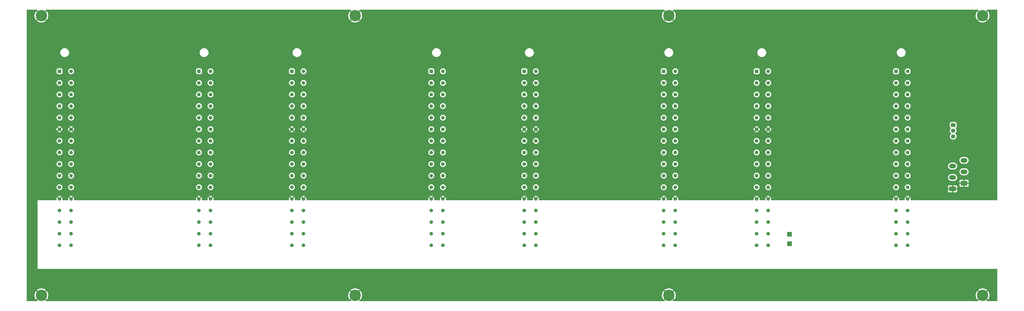
<source format=gbr>
G04 #@! TF.GenerationSoftware,KiCad,Pcbnew,(6.0.5)*
G04 #@! TF.CreationDate,2022-08-23T23:34:12+02:00*
G04 #@! TF.ProjectId,backplane,6261636b-706c-4616-9e65-2e6b69636164,rev?*
G04 #@! TF.SameCoordinates,Original*
G04 #@! TF.FileFunction,Copper,L1,Top*
G04 #@! TF.FilePolarity,Positive*
%FSLAX46Y46*%
G04 Gerber Fmt 4.6, Leading zero omitted, Abs format (unit mm)*
G04 Created by KiCad (PCBNEW (6.0.5)) date 2022-08-23 23:34:12*
%MOMM*%
%LPD*%
G01*
G04 APERTURE LIST*
G04 Aperture macros list*
%AMRoundRect*
0 Rectangle with rounded corners*
0 $1 Rounding radius*
0 $2 $3 $4 $5 $6 $7 $8 $9 X,Y pos of 4 corners*
0 Add a 4 corners polygon primitive as box body*
4,1,4,$2,$3,$4,$5,$6,$7,$8,$9,$2,$3,0*
0 Add four circle primitives for the rounded corners*
1,1,$1+$1,$2,$3*
1,1,$1+$1,$4,$5*
1,1,$1+$1,$6,$7*
1,1,$1+$1,$8,$9*
0 Add four rect primitives between the rounded corners*
20,1,$1+$1,$2,$3,$4,$5,0*
20,1,$1+$1,$4,$5,$6,$7,0*
20,1,$1+$1,$6,$7,$8,$9,0*
20,1,$1+$1,$8,$9,$2,$3,0*%
G04 Aperture macros list end*
G04 #@! TA.AperFunction,ComponentPad*
%ADD10RoundRect,0.249999X-0.525001X-0.525001X0.525001X-0.525001X0.525001X0.525001X-0.525001X0.525001X0*%
G04 #@! TD*
G04 #@! TA.AperFunction,ComponentPad*
%ADD11C,1.550000*%
G04 #@! TD*
G04 #@! TA.AperFunction,ComponentPad*
%ADD12C,5.000000*%
G04 #@! TD*
G04 #@! TA.AperFunction,ComponentPad*
%ADD13RoundRect,0.250000X-0.725000X0.600000X-0.725000X-0.600000X0.725000X-0.600000X0.725000X0.600000X0*%
G04 #@! TD*
G04 #@! TA.AperFunction,ComponentPad*
%ADD14O,1.950000X1.700000*%
G04 #@! TD*
G04 #@! TA.AperFunction,ComponentPad*
%ADD15R,3.000000X2.000000*%
G04 #@! TD*
G04 #@! TA.AperFunction,ComponentPad*
%ADD16O,3.000000X2.000000*%
G04 #@! TD*
G04 #@! TA.AperFunction,ComponentPad*
%ADD17RoundRect,0.250001X0.799999X0.799999X-0.799999X0.799999X-0.799999X-0.799999X0.799999X-0.799999X0*%
G04 #@! TD*
G04 APERTURE END LIST*
D10*
G04 #@! TO.P,J106,a2,Pin_a2*
G04 #@! TO.N,Net-(J105-Pada2)*
X278990000Y-27470000D03*
D11*
G04 #@! TO.P,J106,a4,Pin_a4*
G04 #@! TO.N,Net-(J110-Pad3)*
X278990000Y-32550000D03*
G04 #@! TO.P,J106,a6,Pin_a6*
G04 #@! TO.N,unconnected-(J106-Pada6)*
X278990000Y-37630000D03*
G04 #@! TO.P,J106,a8,Pin_a8*
G04 #@! TO.N,unconnected-(J106-Pada8)*
X278990000Y-42710000D03*
G04 #@! TO.P,J106,a10,Pin_a10*
G04 #@! TO.N,unconnected-(J106-Pada10)*
X278990000Y-47790000D03*
G04 #@! TO.P,J106,a12,Pin_a12*
G04 #@! TO.N,unconnected-(J106-Pada12)*
X278990000Y-52870000D03*
G04 #@! TO.P,J106,a14,Pin_a14*
G04 #@! TO.N,unconnected-(J106-Pada14)*
X278990000Y-57950000D03*
G04 #@! TO.P,J106,a16,Pin_a16*
G04 #@! TO.N,unconnected-(J106-Pada16)*
X278990000Y-63030000D03*
G04 #@! TO.P,J106,a18,Pin_a18*
G04 #@! TO.N,unconnected-(J106-Pada18)*
X278990000Y-68110000D03*
G04 #@! TO.P,J106,a20,Pin_a20*
G04 #@! TO.N,Net-(J102-Pada20)*
X278990000Y-73190000D03*
G04 #@! TO.P,J106,a22,Pin_a22*
G04 #@! TO.N,Net-(J102-Pada22)*
X278990000Y-78270000D03*
G04 #@! TO.P,J106,a24,Pin_a24*
G04 #@! TO.N,Earth_Protective*
X278990000Y-83350000D03*
G04 #@! TO.P,J106,a26,Pin_a26*
G04 #@! TO.N,unconnected-(J106-Pada26)*
X278990000Y-88430000D03*
G04 #@! TO.P,J106,a28,Pin_a28*
G04 #@! TO.N,unconnected-(J106-Pada28)*
X278990000Y-93510000D03*
G04 #@! TO.P,J106,a30,Pin_a30*
G04 #@! TO.N,unconnected-(J106-Pada30)*
X278990000Y-98590000D03*
G04 #@! TO.P,J106,a32,Pin_a32*
G04 #@! TO.N,unconnected-(J106-Pada32)*
X278990000Y-103670000D03*
G04 #@! TO.P,J106,c2,Pin_c2*
G04 #@! TO.N,Net-(J105-Pada2)*
X284070000Y-27470000D03*
G04 #@! TO.P,J106,c4,Pin_c4*
G04 #@! TO.N,Net-(J110-Pad3)*
X284070000Y-32550000D03*
G04 #@! TO.P,J106,c6,Pin_c6*
G04 #@! TO.N,unconnected-(J106-Padc6)*
X284070000Y-37630000D03*
G04 #@! TO.P,J106,c8,Pin_c8*
G04 #@! TO.N,unconnected-(J106-Padc8)*
X284070000Y-42710000D03*
G04 #@! TO.P,J106,c10,Pin_c10*
G04 #@! TO.N,unconnected-(J106-Padc10)*
X284070000Y-47790000D03*
G04 #@! TO.P,J106,c12,Pin_c12*
G04 #@! TO.N,unconnected-(J106-Padc12)*
X284070000Y-52870000D03*
G04 #@! TO.P,J106,c14,Pin_c14*
G04 #@! TO.N,unconnected-(J106-Padc14)*
X284070000Y-57950000D03*
G04 #@! TO.P,J106,c16,Pin_c16*
G04 #@! TO.N,unconnected-(J106-Padc16)*
X284070000Y-63030000D03*
G04 #@! TO.P,J106,c18,Pin_c18*
G04 #@! TO.N,unconnected-(J106-Padc18)*
X284070000Y-68110000D03*
G04 #@! TO.P,J106,c20,Pin_c20*
G04 #@! TO.N,Net-(J102-Pada20)*
X284070000Y-73190000D03*
G04 #@! TO.P,J106,c22,Pin_c22*
G04 #@! TO.N,Net-(J102-Pada22)*
X284070000Y-78270000D03*
G04 #@! TO.P,J106,c24,Pin_c24*
G04 #@! TO.N,Earth_Protective*
X284070000Y-83350000D03*
G04 #@! TO.P,J106,c26,Pin_c26*
G04 #@! TO.N,unconnected-(J106-Padc26)*
X284070000Y-88430000D03*
G04 #@! TO.P,J106,c28,Pin_c28*
G04 #@! TO.N,unconnected-(J106-Padc28)*
X284070000Y-93510000D03*
G04 #@! TO.P,J106,c30,Pin_c30*
G04 #@! TO.N,unconnected-(J106-Padc30)*
X284070000Y-98590000D03*
G04 #@! TO.P,J106,c32,Pin_c32*
G04 #@! TO.N,unconnected-(J106-Padc32)*
X284070000Y-103670000D03*
G04 #@! TD*
D12*
G04 #@! TO.P,H104,1,1*
G04 #@! TO.N,Earth_Protective*
X418390000Y-125600000D03*
G04 #@! TD*
D10*
G04 #@! TO.P,J104,a2,Pin_a2*
G04 #@! TO.N,Net-(J103-Pada2)*
X177390000Y-27470000D03*
D11*
G04 #@! TO.P,J104,a4,Pin_a4*
G04 #@! TO.N,Net-(J110-Pad3)*
X177390000Y-32550000D03*
G04 #@! TO.P,J104,a6,Pin_a6*
G04 #@! TO.N,unconnected-(J104-Pada6)*
X177390000Y-37630000D03*
G04 #@! TO.P,J104,a8,Pin_a8*
G04 #@! TO.N,unconnected-(J104-Pada8)*
X177390000Y-42710000D03*
G04 #@! TO.P,J104,a10,Pin_a10*
G04 #@! TO.N,unconnected-(J104-Pada10)*
X177390000Y-47790000D03*
G04 #@! TO.P,J104,a12,Pin_a12*
G04 #@! TO.N,unconnected-(J104-Pada12)*
X177390000Y-52870000D03*
G04 #@! TO.P,J104,a14,Pin_a14*
G04 #@! TO.N,unconnected-(J104-Pada14)*
X177390000Y-57950000D03*
G04 #@! TO.P,J104,a16,Pin_a16*
G04 #@! TO.N,unconnected-(J104-Pada16)*
X177390000Y-63030000D03*
G04 #@! TO.P,J104,a18,Pin_a18*
G04 #@! TO.N,unconnected-(J104-Pada18)*
X177390000Y-68110000D03*
G04 #@! TO.P,J104,a20,Pin_a20*
G04 #@! TO.N,Net-(J102-Pada20)*
X177390000Y-73190000D03*
G04 #@! TO.P,J104,a22,Pin_a22*
G04 #@! TO.N,Net-(J102-Pada22)*
X177390000Y-78270000D03*
G04 #@! TO.P,J104,a24,Pin_a24*
G04 #@! TO.N,Earth_Protective*
X177390000Y-83350000D03*
G04 #@! TO.P,J104,a26,Pin_a26*
G04 #@! TO.N,unconnected-(J104-Pada26)*
X177390000Y-88430000D03*
G04 #@! TO.P,J104,a28,Pin_a28*
G04 #@! TO.N,unconnected-(J104-Pada28)*
X177390000Y-93510000D03*
G04 #@! TO.P,J104,a30,Pin_a30*
G04 #@! TO.N,unconnected-(J104-Pada30)*
X177390000Y-98590000D03*
G04 #@! TO.P,J104,a32,Pin_a32*
G04 #@! TO.N,unconnected-(J104-Pada32)*
X177390000Y-103670000D03*
G04 #@! TO.P,J104,c2,Pin_c2*
G04 #@! TO.N,Net-(J103-Pada2)*
X182470000Y-27470000D03*
G04 #@! TO.P,J104,c4,Pin_c4*
G04 #@! TO.N,Net-(J110-Pad3)*
X182470000Y-32550000D03*
G04 #@! TO.P,J104,c6,Pin_c6*
G04 #@! TO.N,unconnected-(J104-Padc6)*
X182470000Y-37630000D03*
G04 #@! TO.P,J104,c8,Pin_c8*
G04 #@! TO.N,unconnected-(J104-Padc8)*
X182470000Y-42710000D03*
G04 #@! TO.P,J104,c10,Pin_c10*
G04 #@! TO.N,unconnected-(J104-Padc10)*
X182470000Y-47790000D03*
G04 #@! TO.P,J104,c12,Pin_c12*
G04 #@! TO.N,unconnected-(J104-Padc12)*
X182470000Y-52870000D03*
G04 #@! TO.P,J104,c14,Pin_c14*
G04 #@! TO.N,unconnected-(J104-Padc14)*
X182470000Y-57950000D03*
G04 #@! TO.P,J104,c16,Pin_c16*
G04 #@! TO.N,unconnected-(J104-Padc16)*
X182470000Y-63030000D03*
G04 #@! TO.P,J104,c18,Pin_c18*
G04 #@! TO.N,unconnected-(J104-Padc18)*
X182470000Y-68110000D03*
G04 #@! TO.P,J104,c20,Pin_c20*
G04 #@! TO.N,Net-(J102-Pada20)*
X182470000Y-73190000D03*
G04 #@! TO.P,J104,c22,Pin_c22*
G04 #@! TO.N,Net-(J102-Pada22)*
X182470000Y-78270000D03*
G04 #@! TO.P,J104,c24,Pin_c24*
G04 #@! TO.N,Earth_Protective*
X182470000Y-83350000D03*
G04 #@! TO.P,J104,c26,Pin_c26*
G04 #@! TO.N,unconnected-(J104-Padc26)*
X182470000Y-88430000D03*
G04 #@! TO.P,J104,c28,Pin_c28*
G04 #@! TO.N,unconnected-(J104-Padc28)*
X182470000Y-93510000D03*
G04 #@! TO.P,J104,c30,Pin_c30*
G04 #@! TO.N,unconnected-(J104-Padc30)*
X182470000Y-98590000D03*
G04 #@! TO.P,J104,c32,Pin_c32*
G04 #@! TO.N,unconnected-(J104-Padc32)*
X182470000Y-103670000D03*
G04 #@! TD*
D12*
G04 #@! TO.P,H107,1,1*
G04 #@! TO.N,Earth_Protective*
X144070000Y-125600000D03*
G04 #@! TD*
D10*
G04 #@! TO.P,J108,a2,Pin_a2*
G04 #@! TO.N,Net-(J107-Pada2)*
X380590000Y-27470000D03*
D11*
G04 #@! TO.P,J108,a4,Pin_a4*
G04 #@! TO.N,Net-(J110-Pad3)*
X380590000Y-32550000D03*
G04 #@! TO.P,J108,a6,Pin_a6*
G04 #@! TO.N,unconnected-(J108-Pada6)*
X380590000Y-37630000D03*
G04 #@! TO.P,J108,a8,Pin_a8*
G04 #@! TO.N,unconnected-(J108-Pada8)*
X380590000Y-42710000D03*
G04 #@! TO.P,J108,a10,Pin_a10*
G04 #@! TO.N,unconnected-(J108-Pada10)*
X380590000Y-47790000D03*
G04 #@! TO.P,J108,a12,Pin_a12*
G04 #@! TO.N,unconnected-(J108-Pada12)*
X380590000Y-52870000D03*
G04 #@! TO.P,J108,a14,Pin_a14*
G04 #@! TO.N,unconnected-(J108-Pada14)*
X380590000Y-57950000D03*
G04 #@! TO.P,J108,a16,Pin_a16*
G04 #@! TO.N,unconnected-(J108-Pada16)*
X380590000Y-63030000D03*
G04 #@! TO.P,J108,a18,Pin_a18*
G04 #@! TO.N,unconnected-(J108-Pada18)*
X380590000Y-68110000D03*
G04 #@! TO.P,J108,a20,Pin_a20*
G04 #@! TO.N,Net-(J102-Pada20)*
X380590000Y-73190000D03*
G04 #@! TO.P,J108,a22,Pin_a22*
G04 #@! TO.N,Net-(J102-Pada22)*
X380590000Y-78270000D03*
G04 #@! TO.P,J108,a24,Pin_a24*
G04 #@! TO.N,Earth_Protective*
X380590000Y-83350000D03*
G04 #@! TO.P,J108,a26,Pin_a26*
G04 #@! TO.N,unconnected-(J108-Pada26)*
X380590000Y-88430000D03*
G04 #@! TO.P,J108,a28,Pin_a28*
G04 #@! TO.N,unconnected-(J108-Pada28)*
X380590000Y-93510000D03*
G04 #@! TO.P,J108,a30,Pin_a30*
G04 #@! TO.N,unconnected-(J108-Pada30)*
X380590000Y-98590000D03*
G04 #@! TO.P,J108,a32,Pin_a32*
G04 #@! TO.N,unconnected-(J108-Pada32)*
X380590000Y-103670000D03*
G04 #@! TO.P,J108,c2,Pin_c2*
G04 #@! TO.N,Net-(J107-Pada2)*
X385670000Y-27470000D03*
G04 #@! TO.P,J108,c4,Pin_c4*
G04 #@! TO.N,Net-(J110-Pad3)*
X385670000Y-32550000D03*
G04 #@! TO.P,J108,c6,Pin_c6*
G04 #@! TO.N,unconnected-(J108-Padc6)*
X385670000Y-37630000D03*
G04 #@! TO.P,J108,c8,Pin_c8*
G04 #@! TO.N,unconnected-(J108-Padc8)*
X385670000Y-42710000D03*
G04 #@! TO.P,J108,c10,Pin_c10*
G04 #@! TO.N,unconnected-(J108-Padc10)*
X385670000Y-47790000D03*
G04 #@! TO.P,J108,c12,Pin_c12*
G04 #@! TO.N,unconnected-(J108-Padc12)*
X385670000Y-52870000D03*
G04 #@! TO.P,J108,c14,Pin_c14*
G04 #@! TO.N,unconnected-(J108-Padc14)*
X385670000Y-57950000D03*
G04 #@! TO.P,J108,c16,Pin_c16*
G04 #@! TO.N,unconnected-(J108-Padc16)*
X385670000Y-63030000D03*
G04 #@! TO.P,J108,c18,Pin_c18*
G04 #@! TO.N,unconnected-(J108-Padc18)*
X385670000Y-68110000D03*
G04 #@! TO.P,J108,c20,Pin_c20*
G04 #@! TO.N,Net-(J102-Pada20)*
X385670000Y-73190000D03*
G04 #@! TO.P,J108,c22,Pin_c22*
G04 #@! TO.N,Net-(J102-Pada22)*
X385670000Y-78270000D03*
G04 #@! TO.P,J108,c24,Pin_c24*
G04 #@! TO.N,Earth_Protective*
X385670000Y-83350000D03*
G04 #@! TO.P,J108,c26,Pin_c26*
G04 #@! TO.N,unconnected-(J108-Padc26)*
X385670000Y-88430000D03*
G04 #@! TO.P,J108,c28,Pin_c28*
G04 #@! TO.N,unconnected-(J108-Padc28)*
X385670000Y-93510000D03*
G04 #@! TO.P,J108,c30,Pin_c30*
G04 #@! TO.N,unconnected-(J108-Padc30)*
X385670000Y-98590000D03*
G04 #@! TO.P,J108,c32,Pin_c32*
G04 #@! TO.N,unconnected-(J108-Padc32)*
X385670000Y-103670000D03*
G04 #@! TD*
D12*
G04 #@! TO.P,H106,1,1*
G04 #@! TO.N,Earth_Protective*
X6910000Y-125600000D03*
G04 #@! TD*
D10*
G04 #@! TO.P,J103,a2,Pin_a2*
G04 #@! TO.N,Net-(J103-Pada2)*
X116430000Y-27470000D03*
D11*
G04 #@! TO.P,J103,a4,Pin_a4*
G04 #@! TO.N,Net-(J110-Pad3)*
X116430000Y-32550000D03*
G04 #@! TO.P,J103,a6,Pin_a6*
G04 #@! TO.N,unconnected-(J103-Pada6)*
X116430000Y-37630000D03*
G04 #@! TO.P,J103,a8,Pin_a8*
G04 #@! TO.N,unconnected-(J103-Pada8)*
X116430000Y-42710000D03*
G04 #@! TO.P,J103,a10,Pin_a10*
G04 #@! TO.N,unconnected-(J103-Pada10)*
X116430000Y-47790000D03*
G04 #@! TO.P,J103,a12,Pin_a12*
G04 #@! TO.N,Earth_Protective*
X116430000Y-52870000D03*
G04 #@! TO.P,J103,a14,Pin_a14*
G04 #@! TO.N,unconnected-(J103-Pada14)*
X116430000Y-57950000D03*
G04 #@! TO.P,J103,a16,Pin_a16*
G04 #@! TO.N,Net-(J101-Pada16)*
X116430000Y-63030000D03*
G04 #@! TO.P,J103,a18,Pin_a18*
G04 #@! TO.N,Net-(J101-Pada18)*
X116430000Y-68110000D03*
G04 #@! TO.P,J103,a20,Pin_a20*
G04 #@! TO.N,unconnected-(J103-Pada20)*
X116430000Y-73190000D03*
G04 #@! TO.P,J103,a22,Pin_a22*
G04 #@! TO.N,unconnected-(J103-Pada22)*
X116430000Y-78270000D03*
G04 #@! TO.P,J103,a24,Pin_a24*
G04 #@! TO.N,Earth_Protective*
X116430000Y-83350000D03*
G04 #@! TO.P,J103,a26,Pin_a26*
G04 #@! TO.N,Net-(J103-Pada26)*
X116430000Y-88430000D03*
G04 #@! TO.P,J103,a28,Pin_a28*
G04 #@! TO.N,unconnected-(J103-Pada28)*
X116430000Y-93510000D03*
G04 #@! TO.P,J103,a30,Pin_a30*
G04 #@! TO.N,unconnected-(J103-Pada30)*
X116430000Y-98590000D03*
G04 #@! TO.P,J103,a32,Pin_a32*
G04 #@! TO.N,Net-(J103-Pada32)*
X116430000Y-103670000D03*
G04 #@! TO.P,J103,c2,Pin_c2*
G04 #@! TO.N,Net-(J103-Pada2)*
X121510000Y-27470000D03*
G04 #@! TO.P,J103,c4,Pin_c4*
G04 #@! TO.N,Net-(J110-Pad3)*
X121510000Y-32550000D03*
G04 #@! TO.P,J103,c6,Pin_c6*
G04 #@! TO.N,unconnected-(J103-Padc6)*
X121510000Y-37630000D03*
G04 #@! TO.P,J103,c8,Pin_c8*
G04 #@! TO.N,unconnected-(J103-Padc8)*
X121510000Y-42710000D03*
G04 #@! TO.P,J103,c10,Pin_c10*
G04 #@! TO.N,unconnected-(J103-Padc10)*
X121510000Y-47790000D03*
G04 #@! TO.P,J103,c12,Pin_c12*
G04 #@! TO.N,Earth_Protective*
X121510000Y-52870000D03*
G04 #@! TO.P,J103,c14,Pin_c14*
G04 #@! TO.N,unconnected-(J103-Padc14)*
X121510000Y-57950000D03*
G04 #@! TO.P,J103,c16,Pin_c16*
G04 #@! TO.N,Net-(J101-Pada16)*
X121510000Y-63030000D03*
G04 #@! TO.P,J103,c18,Pin_c18*
G04 #@! TO.N,Net-(J101-Pada18)*
X121510000Y-68110000D03*
G04 #@! TO.P,J103,c20,Pin_c20*
G04 #@! TO.N,unconnected-(J103-Padc20)*
X121510000Y-73190000D03*
G04 #@! TO.P,J103,c22,Pin_c22*
G04 #@! TO.N,unconnected-(J103-Padc22)*
X121510000Y-78270000D03*
G04 #@! TO.P,J103,c24,Pin_c24*
G04 #@! TO.N,Earth_Protective*
X121510000Y-83350000D03*
G04 #@! TO.P,J103,c26,Pin_c26*
G04 #@! TO.N,Net-(J103-Pada26)*
X121510000Y-88430000D03*
G04 #@! TO.P,J103,c28,Pin_c28*
G04 #@! TO.N,unconnected-(J103-Padc28)*
X121510000Y-93510000D03*
G04 #@! TO.P,J103,c30,Pin_c30*
G04 #@! TO.N,unconnected-(J103-Padc30)*
X121510000Y-98590000D03*
G04 #@! TO.P,J103,c32,Pin_c32*
G04 #@! TO.N,Net-(J103-Pada32)*
X121510000Y-103670000D03*
G04 #@! TD*
D10*
G04 #@! TO.P,J105,a2,Pin_a2*
G04 #@! TO.N,Net-(J105-Pada2)*
X218030000Y-27470000D03*
D11*
G04 #@! TO.P,J105,a4,Pin_a4*
G04 #@! TO.N,Net-(J110-Pad3)*
X218030000Y-32550000D03*
G04 #@! TO.P,J105,a6,Pin_a6*
G04 #@! TO.N,unconnected-(J105-Pada6)*
X218030000Y-37630000D03*
G04 #@! TO.P,J105,a8,Pin_a8*
G04 #@! TO.N,unconnected-(J105-Pada8)*
X218030000Y-42710000D03*
G04 #@! TO.P,J105,a10,Pin_a10*
G04 #@! TO.N,unconnected-(J105-Pada10)*
X218030000Y-47790000D03*
G04 #@! TO.P,J105,a12,Pin_a12*
G04 #@! TO.N,Earth_Protective*
X218030000Y-52870000D03*
G04 #@! TO.P,J105,a14,Pin_a14*
G04 #@! TO.N,unconnected-(J105-Pada14)*
X218030000Y-57950000D03*
G04 #@! TO.P,J105,a16,Pin_a16*
G04 #@! TO.N,Net-(J101-Pada16)*
X218030000Y-63030000D03*
G04 #@! TO.P,J105,a18,Pin_a18*
G04 #@! TO.N,Net-(J101-Pada18)*
X218030000Y-68110000D03*
G04 #@! TO.P,J105,a20,Pin_a20*
G04 #@! TO.N,unconnected-(J105-Pada20)*
X218030000Y-73190000D03*
G04 #@! TO.P,J105,a22,Pin_a22*
G04 #@! TO.N,unconnected-(J105-Pada22)*
X218030000Y-78270000D03*
G04 #@! TO.P,J105,a24,Pin_a24*
G04 #@! TO.N,Earth_Protective*
X218030000Y-83350000D03*
G04 #@! TO.P,J105,a26,Pin_a26*
G04 #@! TO.N,Net-(J105-Pada26)*
X218030000Y-88430000D03*
G04 #@! TO.P,J105,a28,Pin_a28*
G04 #@! TO.N,unconnected-(J105-Pada28)*
X218030000Y-93510000D03*
G04 #@! TO.P,J105,a30,Pin_a30*
G04 #@! TO.N,unconnected-(J105-Pada30)*
X218030000Y-98590000D03*
G04 #@! TO.P,J105,a32,Pin_a32*
G04 #@! TO.N,Net-(J105-Pada32)*
X218030000Y-103670000D03*
G04 #@! TO.P,J105,c2,Pin_c2*
G04 #@! TO.N,Net-(J105-Pada2)*
X223110000Y-27470000D03*
G04 #@! TO.P,J105,c4,Pin_c4*
G04 #@! TO.N,Net-(J110-Pad3)*
X223110000Y-32550000D03*
G04 #@! TO.P,J105,c6,Pin_c6*
G04 #@! TO.N,unconnected-(J105-Padc6)*
X223110000Y-37630000D03*
G04 #@! TO.P,J105,c8,Pin_c8*
G04 #@! TO.N,unconnected-(J105-Padc8)*
X223110000Y-42710000D03*
G04 #@! TO.P,J105,c10,Pin_c10*
G04 #@! TO.N,unconnected-(J105-Padc10)*
X223110000Y-47790000D03*
G04 #@! TO.P,J105,c12,Pin_c12*
G04 #@! TO.N,Earth_Protective*
X223110000Y-52870000D03*
G04 #@! TO.P,J105,c14,Pin_c14*
G04 #@! TO.N,unconnected-(J105-Padc14)*
X223110000Y-57950000D03*
G04 #@! TO.P,J105,c16,Pin_c16*
G04 #@! TO.N,Net-(J101-Pada16)*
X223110000Y-63030000D03*
G04 #@! TO.P,J105,c18,Pin_c18*
G04 #@! TO.N,Net-(J101-Pada18)*
X223110000Y-68110000D03*
G04 #@! TO.P,J105,c20,Pin_c20*
G04 #@! TO.N,unconnected-(J105-Padc20)*
X223110000Y-73190000D03*
G04 #@! TO.P,J105,c22,Pin_c22*
G04 #@! TO.N,unconnected-(J105-Padc22)*
X223110000Y-78270000D03*
G04 #@! TO.P,J105,c24,Pin_c24*
G04 #@! TO.N,Earth_Protective*
X223110000Y-83350000D03*
G04 #@! TO.P,J105,c26,Pin_c26*
G04 #@! TO.N,Net-(J105-Pada26)*
X223110000Y-88430000D03*
G04 #@! TO.P,J105,c28,Pin_c28*
G04 #@! TO.N,unconnected-(J105-Padc28)*
X223110000Y-93510000D03*
G04 #@! TO.P,J105,c30,Pin_c30*
G04 #@! TO.N,unconnected-(J105-Padc30)*
X223110000Y-98590000D03*
G04 #@! TO.P,J105,c32,Pin_c32*
G04 #@! TO.N,Net-(J105-Pada32)*
X223110000Y-103670000D03*
G04 #@! TD*
D12*
G04 #@! TO.P,H103,1,1*
G04 #@! TO.N,Earth_Protective*
X281230000Y-3100000D03*
G04 #@! TD*
D10*
G04 #@! TO.P,J101,a2,Pin_a2*
G04 #@! TO.N,Net-(J101-Pada2)*
X14830000Y-27470000D03*
D11*
G04 #@! TO.P,J101,a4,Pin_a4*
G04 #@! TO.N,Net-(J110-Pad3)*
X14830000Y-32550000D03*
G04 #@! TO.P,J101,a6,Pin_a6*
G04 #@! TO.N,unconnected-(J101-Pada6)*
X14830000Y-37630000D03*
G04 #@! TO.P,J101,a8,Pin_a8*
G04 #@! TO.N,unconnected-(J101-Pada8)*
X14830000Y-42710000D03*
G04 #@! TO.P,J101,a10,Pin_a10*
G04 #@! TO.N,unconnected-(J101-Pada10)*
X14830000Y-47790000D03*
G04 #@! TO.P,J101,a12,Pin_a12*
G04 #@! TO.N,Earth_Protective*
X14830000Y-52870000D03*
G04 #@! TO.P,J101,a14,Pin_a14*
G04 #@! TO.N,unconnected-(J101-Pada14)*
X14830000Y-57950000D03*
G04 #@! TO.P,J101,a16,Pin_a16*
G04 #@! TO.N,Net-(J101-Pada16)*
X14830000Y-63030000D03*
G04 #@! TO.P,J101,a18,Pin_a18*
G04 #@! TO.N,Net-(J101-Pada18)*
X14830000Y-68110000D03*
G04 #@! TO.P,J101,a20,Pin_a20*
G04 #@! TO.N,unconnected-(J101-Pada20)*
X14830000Y-73190000D03*
G04 #@! TO.P,J101,a22,Pin_a22*
G04 #@! TO.N,unconnected-(J101-Pada22)*
X14830000Y-78270000D03*
G04 #@! TO.P,J101,a24,Pin_a24*
G04 #@! TO.N,Earth_Protective*
X14830000Y-83350000D03*
G04 #@! TO.P,J101,a26,Pin_a26*
G04 #@! TO.N,Net-(J101-Pada26)*
X14830000Y-88430000D03*
G04 #@! TO.P,J101,a28,Pin_a28*
G04 #@! TO.N,unconnected-(J101-Pada28)*
X14830000Y-93510000D03*
G04 #@! TO.P,J101,a30,Pin_a30*
G04 #@! TO.N,unconnected-(J101-Pada30)*
X14830000Y-98590000D03*
G04 #@! TO.P,J101,a32,Pin_a32*
G04 #@! TO.N,Net-(J101-Pada32)*
X14830000Y-103670000D03*
G04 #@! TO.P,J101,c2,Pin_c2*
G04 #@! TO.N,Net-(J101-Pada2)*
X19910000Y-27470000D03*
G04 #@! TO.P,J101,c4,Pin_c4*
G04 #@! TO.N,Net-(J110-Pad3)*
X19910000Y-32550000D03*
G04 #@! TO.P,J101,c6,Pin_c6*
G04 #@! TO.N,unconnected-(J101-Padc6)*
X19910000Y-37630000D03*
G04 #@! TO.P,J101,c8,Pin_c8*
G04 #@! TO.N,unconnected-(J101-Padc8)*
X19910000Y-42710000D03*
G04 #@! TO.P,J101,c10,Pin_c10*
G04 #@! TO.N,unconnected-(J101-Padc10)*
X19910000Y-47790000D03*
G04 #@! TO.P,J101,c12,Pin_c12*
G04 #@! TO.N,Earth_Protective*
X19910000Y-52870000D03*
G04 #@! TO.P,J101,c14,Pin_c14*
G04 #@! TO.N,unconnected-(J101-Padc14)*
X19910000Y-57950000D03*
G04 #@! TO.P,J101,c16,Pin_c16*
G04 #@! TO.N,Net-(J101-Pada16)*
X19910000Y-63030000D03*
G04 #@! TO.P,J101,c18,Pin_c18*
G04 #@! TO.N,Net-(J101-Pada18)*
X19910000Y-68110000D03*
G04 #@! TO.P,J101,c20,Pin_c20*
G04 #@! TO.N,unconnected-(J101-Padc20)*
X19910000Y-73190000D03*
G04 #@! TO.P,J101,c22,Pin_c22*
G04 #@! TO.N,unconnected-(J101-Padc22)*
X19910000Y-78270000D03*
G04 #@! TO.P,J101,c24,Pin_c24*
G04 #@! TO.N,Earth_Protective*
X19910000Y-83350000D03*
G04 #@! TO.P,J101,c26,Pin_c26*
G04 #@! TO.N,Net-(J101-Pada26)*
X19910000Y-88430000D03*
G04 #@! TO.P,J101,c28,Pin_c28*
G04 #@! TO.N,unconnected-(J101-Padc28)*
X19910000Y-93510000D03*
G04 #@! TO.P,J101,c30,Pin_c30*
G04 #@! TO.N,unconnected-(J101-Padc30)*
X19910000Y-98590000D03*
G04 #@! TO.P,J101,c32,Pin_c32*
G04 #@! TO.N,Net-(J101-Pada32)*
X19910000Y-103670000D03*
G04 #@! TD*
D12*
G04 #@! TO.P,H102,1,1*
G04 #@! TO.N,Earth_Protective*
X6910000Y-3100000D03*
G04 #@! TD*
G04 #@! TO.P,H101,1,1*
G04 #@! TO.N,Earth_Protective*
X144070000Y-3100000D03*
G04 #@! TD*
G04 #@! TO.P,H105,1,1*
G04 #@! TO.N,Earth_Protective*
X281230000Y-125600000D03*
G04 #@! TD*
G04 #@! TO.P,H108,1,1*
G04 #@! TO.N,Earth_Protective*
X418390000Y-3100000D03*
G04 #@! TD*
D10*
G04 #@! TO.P,J107,a2,Pin_a2*
G04 #@! TO.N,Net-(J107-Pada2)*
X319630000Y-27470000D03*
D11*
G04 #@! TO.P,J107,a4,Pin_a4*
G04 #@! TO.N,Net-(J110-Pad3)*
X319630000Y-32550000D03*
G04 #@! TO.P,J107,a6,Pin_a6*
G04 #@! TO.N,unconnected-(J107-Pada6)*
X319630000Y-37630000D03*
G04 #@! TO.P,J107,a8,Pin_a8*
G04 #@! TO.N,unconnected-(J107-Pada8)*
X319630000Y-42710000D03*
G04 #@! TO.P,J107,a10,Pin_a10*
G04 #@! TO.N,unconnected-(J107-Pada10)*
X319630000Y-47790000D03*
G04 #@! TO.P,J107,a12,Pin_a12*
G04 #@! TO.N,Earth_Protective*
X319630000Y-52870000D03*
G04 #@! TO.P,J107,a14,Pin_a14*
G04 #@! TO.N,unconnected-(J107-Pada14)*
X319630000Y-57950000D03*
G04 #@! TO.P,J107,a16,Pin_a16*
G04 #@! TO.N,Net-(J101-Pada16)*
X319630000Y-63030000D03*
G04 #@! TO.P,J107,a18,Pin_a18*
G04 #@! TO.N,Net-(J101-Pada18)*
X319630000Y-68110000D03*
G04 #@! TO.P,J107,a20,Pin_a20*
G04 #@! TO.N,unconnected-(J107-Pada20)*
X319630000Y-73190000D03*
G04 #@! TO.P,J107,a22,Pin_a22*
G04 #@! TO.N,unconnected-(J107-Pada22)*
X319630000Y-78270000D03*
G04 #@! TO.P,J107,a24,Pin_a24*
G04 #@! TO.N,Earth_Protective*
X319630000Y-83350000D03*
G04 #@! TO.P,J107,a26,Pin_a26*
G04 #@! TO.N,Net-(J107-Pada26)*
X319630000Y-88430000D03*
G04 #@! TO.P,J107,a28,Pin_a28*
G04 #@! TO.N,unconnected-(J107-Pada28)*
X319630000Y-93510000D03*
G04 #@! TO.P,J107,a30,Pin_a30*
G04 #@! TO.N,unconnected-(J107-Pada30)*
X319630000Y-98590000D03*
G04 #@! TO.P,J107,a32,Pin_a32*
G04 #@! TO.N,Net-(J107-Pada32)*
X319630000Y-103670000D03*
G04 #@! TO.P,J107,c2,Pin_c2*
G04 #@! TO.N,Net-(J107-Pada2)*
X324710000Y-27470000D03*
G04 #@! TO.P,J107,c4,Pin_c4*
G04 #@! TO.N,Net-(J110-Pad3)*
X324710000Y-32550000D03*
G04 #@! TO.P,J107,c6,Pin_c6*
G04 #@! TO.N,unconnected-(J107-Padc6)*
X324710000Y-37630000D03*
G04 #@! TO.P,J107,c8,Pin_c8*
G04 #@! TO.N,unconnected-(J107-Padc8)*
X324710000Y-42710000D03*
G04 #@! TO.P,J107,c10,Pin_c10*
G04 #@! TO.N,unconnected-(J107-Padc10)*
X324710000Y-47790000D03*
G04 #@! TO.P,J107,c12,Pin_c12*
G04 #@! TO.N,Earth_Protective*
X324710000Y-52870000D03*
G04 #@! TO.P,J107,c14,Pin_c14*
G04 #@! TO.N,unconnected-(J107-Padc14)*
X324710000Y-57950000D03*
G04 #@! TO.P,J107,c16,Pin_c16*
G04 #@! TO.N,Net-(J101-Pada16)*
X324710000Y-63030000D03*
G04 #@! TO.P,J107,c18,Pin_c18*
G04 #@! TO.N,Net-(J101-Pada18)*
X324710000Y-68110000D03*
G04 #@! TO.P,J107,c20,Pin_c20*
G04 #@! TO.N,unconnected-(J107-Padc20)*
X324710000Y-73190000D03*
G04 #@! TO.P,J107,c22,Pin_c22*
G04 #@! TO.N,unconnected-(J107-Padc22)*
X324710000Y-78270000D03*
G04 #@! TO.P,J107,c24,Pin_c24*
G04 #@! TO.N,Earth_Protective*
X324710000Y-83350000D03*
G04 #@! TO.P,J107,c26,Pin_c26*
G04 #@! TO.N,Net-(J107-Pada26)*
X324710000Y-88430000D03*
G04 #@! TO.P,J107,c28,Pin_c28*
G04 #@! TO.N,unconnected-(J107-Padc28)*
X324710000Y-93510000D03*
G04 #@! TO.P,J107,c30,Pin_c30*
G04 #@! TO.N,unconnected-(J107-Padc30)*
X324710000Y-98590000D03*
G04 #@! TO.P,J107,c32,Pin_c32*
G04 #@! TO.N,Net-(J107-Pada32)*
X324710000Y-103670000D03*
G04 #@! TD*
D10*
G04 #@! TO.P,J102,a2,Pin_a2*
G04 #@! TO.N,Net-(J101-Pada2)*
X75790000Y-27470000D03*
D11*
G04 #@! TO.P,J102,a4,Pin_a4*
G04 #@! TO.N,Net-(J110-Pad3)*
X75790000Y-32550000D03*
G04 #@! TO.P,J102,a6,Pin_a6*
G04 #@! TO.N,unconnected-(J102-Pada6)*
X75790000Y-37630000D03*
G04 #@! TO.P,J102,a8,Pin_a8*
G04 #@! TO.N,unconnected-(J102-Pada8)*
X75790000Y-42710000D03*
G04 #@! TO.P,J102,a10,Pin_a10*
G04 #@! TO.N,unconnected-(J102-Pada10)*
X75790000Y-47790000D03*
G04 #@! TO.P,J102,a12,Pin_a12*
G04 #@! TO.N,unconnected-(J102-Pada12)*
X75790000Y-52870000D03*
G04 #@! TO.P,J102,a14,Pin_a14*
G04 #@! TO.N,unconnected-(J102-Pada14)*
X75790000Y-57950000D03*
G04 #@! TO.P,J102,a16,Pin_a16*
G04 #@! TO.N,unconnected-(J102-Pada16)*
X75790000Y-63030000D03*
G04 #@! TO.P,J102,a18,Pin_a18*
G04 #@! TO.N,unconnected-(J102-Pada18)*
X75790000Y-68110000D03*
G04 #@! TO.P,J102,a20,Pin_a20*
G04 #@! TO.N,Net-(J102-Pada20)*
X75790000Y-73190000D03*
G04 #@! TO.P,J102,a22,Pin_a22*
G04 #@! TO.N,Net-(J102-Pada22)*
X75790000Y-78270000D03*
G04 #@! TO.P,J102,a24,Pin_a24*
G04 #@! TO.N,Earth_Protective*
X75790000Y-83350000D03*
G04 #@! TO.P,J102,a26,Pin_a26*
G04 #@! TO.N,unconnected-(J102-Pada26)*
X75790000Y-88430000D03*
G04 #@! TO.P,J102,a28,Pin_a28*
G04 #@! TO.N,unconnected-(J102-Pada28)*
X75790000Y-93510000D03*
G04 #@! TO.P,J102,a30,Pin_a30*
G04 #@! TO.N,unconnected-(J102-Pada30)*
X75790000Y-98590000D03*
G04 #@! TO.P,J102,a32,Pin_a32*
G04 #@! TO.N,unconnected-(J102-Pada32)*
X75790000Y-103670000D03*
G04 #@! TO.P,J102,c2,Pin_c2*
G04 #@! TO.N,Net-(J101-Pada2)*
X80870000Y-27470000D03*
G04 #@! TO.P,J102,c4,Pin_c4*
G04 #@! TO.N,Net-(J110-Pad3)*
X80870000Y-32550000D03*
G04 #@! TO.P,J102,c6,Pin_c6*
G04 #@! TO.N,unconnected-(J102-Padc6)*
X80870000Y-37630000D03*
G04 #@! TO.P,J102,c8,Pin_c8*
G04 #@! TO.N,unconnected-(J102-Padc8)*
X80870000Y-42710000D03*
G04 #@! TO.P,J102,c10,Pin_c10*
G04 #@! TO.N,unconnected-(J102-Padc10)*
X80870000Y-47790000D03*
G04 #@! TO.P,J102,c12,Pin_c12*
G04 #@! TO.N,unconnected-(J102-Padc12)*
X80870000Y-52870000D03*
G04 #@! TO.P,J102,c14,Pin_c14*
G04 #@! TO.N,unconnected-(J102-Padc14)*
X80870000Y-57950000D03*
G04 #@! TO.P,J102,c16,Pin_c16*
G04 #@! TO.N,unconnected-(J102-Padc16)*
X80870000Y-63030000D03*
G04 #@! TO.P,J102,c18,Pin_c18*
G04 #@! TO.N,unconnected-(J102-Padc18)*
X80870000Y-68110000D03*
G04 #@! TO.P,J102,c20,Pin_c20*
G04 #@! TO.N,Net-(J102-Pada20)*
X80870000Y-73190000D03*
G04 #@! TO.P,J102,c22,Pin_c22*
G04 #@! TO.N,Net-(J102-Pada22)*
X80870000Y-78270000D03*
G04 #@! TO.P,J102,c24,Pin_c24*
G04 #@! TO.N,Earth_Protective*
X80870000Y-83350000D03*
G04 #@! TO.P,J102,c26,Pin_c26*
G04 #@! TO.N,unconnected-(J102-Padc26)*
X80870000Y-88430000D03*
G04 #@! TO.P,J102,c28,Pin_c28*
G04 #@! TO.N,unconnected-(J102-Padc28)*
X80870000Y-93510000D03*
G04 #@! TO.P,J102,c30,Pin_c30*
G04 #@! TO.N,unconnected-(J102-Padc30)*
X80870000Y-98590000D03*
G04 #@! TO.P,J102,c32,Pin_c32*
G04 #@! TO.N,unconnected-(J102-Padc32)*
X80870000Y-103670000D03*
G04 #@! TD*
D13*
G04 #@! TO.P,J110,1,Pin_1*
G04 #@! TO.N,Net-(J101-Pada16)*
X405550000Y-51000000D03*
D14*
G04 #@! TO.P,J110,2,Pin_2*
G04 #@! TO.N,Net-(J101-Pada18)*
X405550000Y-53500000D03*
G04 #@! TO.P,J110,3,Pin_3*
G04 #@! TO.N,Net-(J110-Pad3)*
X405550000Y-56000000D03*
G04 #@! TD*
D15*
G04 #@! TO.P,J109,1,Pin_1*
G04 #@! TO.N,Earth_Protective*
X405300000Y-79000000D03*
X410300000Y-76500000D03*
D16*
G04 #@! TO.P,J109,2,Pin_2*
G04 #@! TO.N,Net-(J102-Pada22)*
X410300000Y-71500000D03*
X405300000Y-74000000D03*
G04 #@! TO.P,J109,3,Pin_3*
G04 #@! TO.N,Net-(J102-Pada20)*
X405300000Y-69000000D03*
X410300000Y-66500000D03*
G04 #@! TD*
D17*
G04 #@! TO.P,J112,1,Pin_1*
G04 #@! TO.N,Net-(J112-Pad1)*
X334000000Y-98850000D03*
G04 #@! TD*
G04 #@! TO.P,J111,1,Pin_1*
G04 #@! TO.N,Net-(J111-Pad1)*
X334000000Y-103000000D03*
G04 #@! TD*
G04 #@! TA.AperFunction,Conductor*
G04 #@! TO.N,Earth_Protective*
G36*
X5042952Y-528502D02*
G01*
X5089445Y-582158D01*
X5099549Y-652432D01*
X5070055Y-717012D01*
X5053612Y-732834D01*
X4983601Y-788923D01*
X4975132Y-801048D01*
X4981527Y-812316D01*
X6897190Y-2727980D01*
X6911131Y-2735592D01*
X6912966Y-2735461D01*
X6919580Y-2731210D01*
X8837074Y-813716D01*
X8844466Y-800179D01*
X8837678Y-790477D01*
X8767233Y-730311D01*
X8728423Y-670861D01*
X8727916Y-599866D01*
X8765873Y-539867D01*
X8830241Y-509914D01*
X8849063Y-508500D01*
X142134831Y-508500D01*
X142202952Y-528502D01*
X142249445Y-582158D01*
X142259549Y-652432D01*
X142230055Y-717012D01*
X142213612Y-732834D01*
X142143601Y-788923D01*
X142135132Y-801048D01*
X142141527Y-812316D01*
X144057190Y-2727980D01*
X144071131Y-2735592D01*
X144072966Y-2735461D01*
X144079580Y-2731210D01*
X145997074Y-813716D01*
X146004466Y-800179D01*
X145997678Y-790477D01*
X145927233Y-730311D01*
X145888423Y-670861D01*
X145887916Y-599866D01*
X145925873Y-539867D01*
X145990241Y-509914D01*
X146009063Y-508500D01*
X279294831Y-508500D01*
X279362952Y-528502D01*
X279409445Y-582158D01*
X279419549Y-652432D01*
X279390055Y-717012D01*
X279373612Y-732834D01*
X279303601Y-788923D01*
X279295132Y-801048D01*
X279301527Y-812316D01*
X281217190Y-2727980D01*
X281231131Y-2735592D01*
X281232966Y-2735461D01*
X281239580Y-2731210D01*
X283157074Y-813716D01*
X283164466Y-800179D01*
X283157678Y-790477D01*
X283087233Y-730311D01*
X283048423Y-670861D01*
X283047916Y-599866D01*
X283085873Y-539867D01*
X283150241Y-509914D01*
X283169063Y-508500D01*
X416454831Y-508500D01*
X416522952Y-528502D01*
X416569445Y-582158D01*
X416579549Y-652432D01*
X416550055Y-717012D01*
X416533612Y-732834D01*
X416463601Y-788923D01*
X416455132Y-801048D01*
X416461527Y-812316D01*
X418377190Y-2727980D01*
X418391131Y-2735592D01*
X418392966Y-2735461D01*
X418399580Y-2731210D01*
X420317074Y-813716D01*
X420324466Y-800179D01*
X420317678Y-790477D01*
X420247233Y-730311D01*
X420208423Y-670861D01*
X420207916Y-599866D01*
X420245873Y-539867D01*
X420310241Y-509914D01*
X420329063Y-508500D01*
X424665500Y-508500D01*
X424733621Y-528502D01*
X424780114Y-582158D01*
X424791500Y-634500D01*
X424791500Y-83874000D01*
X424771498Y-83942121D01*
X424717842Y-83988614D01*
X424665500Y-84000000D01*
X386980315Y-84000000D01*
X386912194Y-83979998D01*
X386865701Y-83926342D01*
X386855597Y-83856068D01*
X386866120Y-83820751D01*
X386877906Y-83795476D01*
X386881654Y-83785178D01*
X386936911Y-83578957D01*
X386938814Y-83568162D01*
X386957422Y-83355475D01*
X386957422Y-83344525D01*
X386938814Y-83131838D01*
X386936911Y-83121043D01*
X386881654Y-82914822D01*
X386877908Y-82904530D01*
X386787681Y-82711037D01*
X386782198Y-82701541D01*
X386749540Y-82654901D01*
X386739063Y-82646526D01*
X386725615Y-82653595D01*
X385759095Y-83620115D01*
X385696783Y-83654141D01*
X385625968Y-83649076D01*
X385580905Y-83620115D01*
X384613663Y-82652873D01*
X384601888Y-82646443D01*
X384589873Y-82655739D01*
X384557802Y-82701541D01*
X384552319Y-82711037D01*
X384462092Y-82904530D01*
X384458346Y-82914822D01*
X384403089Y-83121043D01*
X384401186Y-83131838D01*
X384382578Y-83344525D01*
X384382578Y-83355475D01*
X384401186Y-83568162D01*
X384403089Y-83578957D01*
X384458346Y-83785178D01*
X384462094Y-83795476D01*
X384473880Y-83820751D01*
X384484541Y-83890943D01*
X384455560Y-83955755D01*
X384396140Y-83994611D01*
X384359685Y-84000000D01*
X381900315Y-84000000D01*
X381832194Y-83979998D01*
X381785701Y-83926342D01*
X381775597Y-83856068D01*
X381786120Y-83820751D01*
X381797906Y-83795476D01*
X381801654Y-83785178D01*
X381856911Y-83578957D01*
X381858814Y-83568162D01*
X381877422Y-83355475D01*
X381877422Y-83344525D01*
X381858814Y-83131838D01*
X381856911Y-83121043D01*
X381801654Y-82914822D01*
X381797908Y-82904530D01*
X381707681Y-82711037D01*
X381702198Y-82701541D01*
X381669540Y-82654901D01*
X381659063Y-82646526D01*
X381645615Y-82653595D01*
X380679095Y-83620115D01*
X380616783Y-83654141D01*
X380545968Y-83649076D01*
X380500905Y-83620115D01*
X379533663Y-82652873D01*
X379521888Y-82646443D01*
X379509873Y-82655739D01*
X379477802Y-82701541D01*
X379472319Y-82711037D01*
X379382092Y-82904530D01*
X379378346Y-82914822D01*
X379323089Y-83121043D01*
X379321186Y-83131838D01*
X379302578Y-83344525D01*
X379302578Y-83355475D01*
X379321186Y-83568162D01*
X379323089Y-83578957D01*
X379378346Y-83785178D01*
X379382094Y-83795476D01*
X379393880Y-83820751D01*
X379404541Y-83890943D01*
X379375560Y-83955755D01*
X379316140Y-83994611D01*
X379279685Y-84000000D01*
X326020315Y-84000000D01*
X325952194Y-83979998D01*
X325905701Y-83926342D01*
X325895597Y-83856068D01*
X325906120Y-83820751D01*
X325917906Y-83795476D01*
X325921654Y-83785178D01*
X325976911Y-83578957D01*
X325978814Y-83568162D01*
X325997422Y-83355475D01*
X325997422Y-83344525D01*
X325978814Y-83131838D01*
X325976911Y-83121043D01*
X325921654Y-82914822D01*
X325917908Y-82904530D01*
X325827681Y-82711037D01*
X325822198Y-82701541D01*
X325789540Y-82654901D01*
X325779063Y-82646526D01*
X325765615Y-82653595D01*
X324799095Y-83620115D01*
X324736783Y-83654141D01*
X324665968Y-83649076D01*
X324620905Y-83620115D01*
X323653663Y-82652873D01*
X323641888Y-82646443D01*
X323629873Y-82655739D01*
X323597802Y-82701541D01*
X323592319Y-82711037D01*
X323502092Y-82904530D01*
X323498346Y-82914822D01*
X323443089Y-83121043D01*
X323441186Y-83131838D01*
X323422578Y-83344525D01*
X323422578Y-83355475D01*
X323441186Y-83568162D01*
X323443089Y-83578957D01*
X323498346Y-83785178D01*
X323502094Y-83795476D01*
X323513880Y-83820751D01*
X323524541Y-83890943D01*
X323495560Y-83955755D01*
X323436140Y-83994611D01*
X323399685Y-84000000D01*
X320940315Y-84000000D01*
X320872194Y-83979998D01*
X320825701Y-83926342D01*
X320815597Y-83856068D01*
X320826120Y-83820751D01*
X320837906Y-83795476D01*
X320841654Y-83785178D01*
X320896911Y-83578957D01*
X320898814Y-83568162D01*
X320917422Y-83355475D01*
X320917422Y-83344525D01*
X320898814Y-83131838D01*
X320896911Y-83121043D01*
X320841654Y-82914822D01*
X320837908Y-82904530D01*
X320747681Y-82711037D01*
X320742198Y-82701541D01*
X320709540Y-82654901D01*
X320699063Y-82646526D01*
X320685615Y-82653595D01*
X319719095Y-83620115D01*
X319656783Y-83654141D01*
X319585968Y-83649076D01*
X319540905Y-83620115D01*
X318573663Y-82652873D01*
X318561888Y-82646443D01*
X318549873Y-82655739D01*
X318517802Y-82701541D01*
X318512319Y-82711037D01*
X318422092Y-82904530D01*
X318418346Y-82914822D01*
X318363089Y-83121043D01*
X318361186Y-83131838D01*
X318342578Y-83344525D01*
X318342578Y-83355475D01*
X318361186Y-83568162D01*
X318363089Y-83578957D01*
X318418346Y-83785178D01*
X318422094Y-83795476D01*
X318433880Y-83820751D01*
X318444541Y-83890943D01*
X318415560Y-83955755D01*
X318356140Y-83994611D01*
X318319685Y-84000000D01*
X285380315Y-84000000D01*
X285312194Y-83979998D01*
X285265701Y-83926342D01*
X285255597Y-83856068D01*
X285266120Y-83820751D01*
X285277906Y-83795476D01*
X285281654Y-83785178D01*
X285336911Y-83578957D01*
X285338814Y-83568162D01*
X285357422Y-83355475D01*
X285357422Y-83344525D01*
X285338814Y-83131838D01*
X285336911Y-83121043D01*
X285281654Y-82914822D01*
X285277908Y-82904530D01*
X285187681Y-82711037D01*
X285182198Y-82701541D01*
X285149540Y-82654901D01*
X285139063Y-82646526D01*
X285125615Y-82653595D01*
X284159095Y-83620115D01*
X284096783Y-83654141D01*
X284025968Y-83649076D01*
X283980905Y-83620115D01*
X283013663Y-82652873D01*
X283001888Y-82646443D01*
X282989873Y-82655739D01*
X282957802Y-82701541D01*
X282952319Y-82711037D01*
X282862092Y-82904530D01*
X282858346Y-82914822D01*
X282803089Y-83121043D01*
X282801186Y-83131838D01*
X282782578Y-83344525D01*
X282782578Y-83355475D01*
X282801186Y-83568162D01*
X282803089Y-83578957D01*
X282858346Y-83785178D01*
X282862094Y-83795476D01*
X282873880Y-83820751D01*
X282884541Y-83890943D01*
X282855560Y-83955755D01*
X282796140Y-83994611D01*
X282759685Y-84000000D01*
X280300315Y-84000000D01*
X280232194Y-83979998D01*
X280185701Y-83926342D01*
X280175597Y-83856068D01*
X280186120Y-83820751D01*
X280197906Y-83795476D01*
X280201654Y-83785178D01*
X280256911Y-83578957D01*
X280258814Y-83568162D01*
X280277422Y-83355475D01*
X280277422Y-83344525D01*
X280258814Y-83131838D01*
X280256911Y-83121043D01*
X280201654Y-82914822D01*
X280197908Y-82904530D01*
X280107681Y-82711037D01*
X280102198Y-82701541D01*
X280069540Y-82654901D01*
X280059063Y-82646526D01*
X280045615Y-82653595D01*
X279079095Y-83620115D01*
X279016783Y-83654141D01*
X278945968Y-83649076D01*
X278900905Y-83620115D01*
X277933663Y-82652873D01*
X277921888Y-82646443D01*
X277909873Y-82655739D01*
X277877802Y-82701541D01*
X277872319Y-82711037D01*
X277782092Y-82904530D01*
X277778346Y-82914822D01*
X277723089Y-83121043D01*
X277721186Y-83131838D01*
X277702578Y-83344525D01*
X277702578Y-83355475D01*
X277721186Y-83568162D01*
X277723089Y-83578957D01*
X277778346Y-83785178D01*
X277782094Y-83795476D01*
X277793880Y-83820751D01*
X277804541Y-83890943D01*
X277775560Y-83955755D01*
X277716140Y-83994611D01*
X277679685Y-84000000D01*
X224420315Y-84000000D01*
X224352194Y-83979998D01*
X224305701Y-83926342D01*
X224295597Y-83856068D01*
X224306120Y-83820751D01*
X224317906Y-83795476D01*
X224321654Y-83785178D01*
X224376911Y-83578957D01*
X224378814Y-83568162D01*
X224397422Y-83355475D01*
X224397422Y-83344525D01*
X224378814Y-83131838D01*
X224376911Y-83121043D01*
X224321654Y-82914822D01*
X224317908Y-82904530D01*
X224227681Y-82711037D01*
X224222198Y-82701541D01*
X224189540Y-82654901D01*
X224179063Y-82646526D01*
X224165615Y-82653595D01*
X223199095Y-83620115D01*
X223136783Y-83654141D01*
X223065968Y-83649076D01*
X223020905Y-83620115D01*
X222053663Y-82652873D01*
X222041888Y-82646443D01*
X222029873Y-82655739D01*
X221997802Y-82701541D01*
X221992319Y-82711037D01*
X221902092Y-82904530D01*
X221898346Y-82914822D01*
X221843089Y-83121043D01*
X221841186Y-83131838D01*
X221822578Y-83344525D01*
X221822578Y-83355475D01*
X221841186Y-83568162D01*
X221843089Y-83578957D01*
X221898346Y-83785178D01*
X221902094Y-83795476D01*
X221913880Y-83820751D01*
X221924541Y-83890943D01*
X221895560Y-83955755D01*
X221836140Y-83994611D01*
X221799685Y-84000000D01*
X219340315Y-84000000D01*
X219272194Y-83979998D01*
X219225701Y-83926342D01*
X219215597Y-83856068D01*
X219226120Y-83820751D01*
X219237906Y-83795476D01*
X219241654Y-83785178D01*
X219296911Y-83578957D01*
X219298814Y-83568162D01*
X219317422Y-83355475D01*
X219317422Y-83344525D01*
X219298814Y-83131838D01*
X219296911Y-83121043D01*
X219241654Y-82914822D01*
X219237908Y-82904530D01*
X219147681Y-82711037D01*
X219142198Y-82701541D01*
X219109540Y-82654901D01*
X219099063Y-82646526D01*
X219085615Y-82653595D01*
X218119095Y-83620115D01*
X218056783Y-83654141D01*
X217985968Y-83649076D01*
X217940905Y-83620115D01*
X216973663Y-82652873D01*
X216961888Y-82646443D01*
X216949873Y-82655739D01*
X216917802Y-82701541D01*
X216912319Y-82711037D01*
X216822092Y-82904530D01*
X216818346Y-82914822D01*
X216763089Y-83121043D01*
X216761186Y-83131838D01*
X216742578Y-83344525D01*
X216742578Y-83355475D01*
X216761186Y-83568162D01*
X216763089Y-83578957D01*
X216818346Y-83785178D01*
X216822094Y-83795476D01*
X216833880Y-83820751D01*
X216844541Y-83890943D01*
X216815560Y-83955755D01*
X216756140Y-83994611D01*
X216719685Y-84000000D01*
X183780315Y-84000000D01*
X183712194Y-83979998D01*
X183665701Y-83926342D01*
X183655597Y-83856068D01*
X183666120Y-83820751D01*
X183677906Y-83795476D01*
X183681654Y-83785178D01*
X183736911Y-83578957D01*
X183738814Y-83568162D01*
X183757422Y-83355475D01*
X183757422Y-83344525D01*
X183738814Y-83131838D01*
X183736911Y-83121043D01*
X183681654Y-82914822D01*
X183677908Y-82904530D01*
X183587681Y-82711037D01*
X183582198Y-82701541D01*
X183549540Y-82654901D01*
X183539063Y-82646526D01*
X183525615Y-82653595D01*
X182559095Y-83620115D01*
X182496783Y-83654141D01*
X182425968Y-83649076D01*
X182380905Y-83620115D01*
X181413663Y-82652873D01*
X181401888Y-82646443D01*
X181389873Y-82655739D01*
X181357802Y-82701541D01*
X181352319Y-82711037D01*
X181262092Y-82904530D01*
X181258346Y-82914822D01*
X181203089Y-83121043D01*
X181201186Y-83131838D01*
X181182578Y-83344525D01*
X181182578Y-83355475D01*
X181201186Y-83568162D01*
X181203089Y-83578957D01*
X181258346Y-83785178D01*
X181262094Y-83795476D01*
X181273880Y-83820751D01*
X181284541Y-83890943D01*
X181255560Y-83955755D01*
X181196140Y-83994611D01*
X181159685Y-84000000D01*
X178700315Y-84000000D01*
X178632194Y-83979998D01*
X178585701Y-83926342D01*
X178575597Y-83856068D01*
X178586120Y-83820751D01*
X178597906Y-83795476D01*
X178601654Y-83785178D01*
X178656911Y-83578957D01*
X178658814Y-83568162D01*
X178677422Y-83355475D01*
X178677422Y-83344525D01*
X178658814Y-83131838D01*
X178656911Y-83121043D01*
X178601654Y-82914822D01*
X178597908Y-82904530D01*
X178507681Y-82711037D01*
X178502198Y-82701541D01*
X178469540Y-82654901D01*
X178459063Y-82646526D01*
X178445615Y-82653595D01*
X177479095Y-83620115D01*
X177416783Y-83654141D01*
X177345968Y-83649076D01*
X177300905Y-83620115D01*
X176333663Y-82652873D01*
X176321888Y-82646443D01*
X176309873Y-82655739D01*
X176277802Y-82701541D01*
X176272319Y-82711037D01*
X176182092Y-82904530D01*
X176178346Y-82914822D01*
X176123089Y-83121043D01*
X176121186Y-83131838D01*
X176102578Y-83344525D01*
X176102578Y-83355475D01*
X176121186Y-83568162D01*
X176123089Y-83578957D01*
X176178346Y-83785178D01*
X176182094Y-83795476D01*
X176193880Y-83820751D01*
X176204541Y-83890943D01*
X176175560Y-83955755D01*
X176116140Y-83994611D01*
X176079685Y-84000000D01*
X122820315Y-84000000D01*
X122752194Y-83979998D01*
X122705701Y-83926342D01*
X122695597Y-83856068D01*
X122706120Y-83820751D01*
X122717906Y-83795476D01*
X122721654Y-83785178D01*
X122776911Y-83578957D01*
X122778814Y-83568162D01*
X122797422Y-83355475D01*
X122797422Y-83344525D01*
X122778814Y-83131838D01*
X122776911Y-83121043D01*
X122721654Y-82914822D01*
X122717908Y-82904530D01*
X122627681Y-82711037D01*
X122622198Y-82701541D01*
X122589540Y-82654901D01*
X122579063Y-82646526D01*
X122565615Y-82653595D01*
X121599095Y-83620115D01*
X121536783Y-83654141D01*
X121465968Y-83649076D01*
X121420905Y-83620115D01*
X120453663Y-82652873D01*
X120441888Y-82646443D01*
X120429873Y-82655739D01*
X120397802Y-82701541D01*
X120392319Y-82711037D01*
X120302092Y-82904530D01*
X120298346Y-82914822D01*
X120243089Y-83121043D01*
X120241186Y-83131838D01*
X120222578Y-83344525D01*
X120222578Y-83355475D01*
X120241186Y-83568162D01*
X120243089Y-83578957D01*
X120298346Y-83785178D01*
X120302094Y-83795476D01*
X120313880Y-83820751D01*
X120324541Y-83890943D01*
X120295560Y-83955755D01*
X120236140Y-83994611D01*
X120199685Y-84000000D01*
X117740315Y-84000000D01*
X117672194Y-83979998D01*
X117625701Y-83926342D01*
X117615597Y-83856068D01*
X117626120Y-83820751D01*
X117637906Y-83795476D01*
X117641654Y-83785178D01*
X117696911Y-83578957D01*
X117698814Y-83568162D01*
X117717422Y-83355475D01*
X117717422Y-83344525D01*
X117698814Y-83131838D01*
X117696911Y-83121043D01*
X117641654Y-82914822D01*
X117637908Y-82904530D01*
X117547681Y-82711037D01*
X117542198Y-82701541D01*
X117509540Y-82654901D01*
X117499063Y-82646526D01*
X117485615Y-82653595D01*
X116519095Y-83620115D01*
X116456783Y-83654141D01*
X116385968Y-83649076D01*
X116340905Y-83620115D01*
X115373663Y-82652873D01*
X115361888Y-82646443D01*
X115349873Y-82655739D01*
X115317802Y-82701541D01*
X115312319Y-82711037D01*
X115222092Y-82904530D01*
X115218346Y-82914822D01*
X115163089Y-83121043D01*
X115161186Y-83131838D01*
X115142578Y-83344525D01*
X115142578Y-83355475D01*
X115161186Y-83568162D01*
X115163089Y-83578957D01*
X115218346Y-83785178D01*
X115222094Y-83795476D01*
X115233880Y-83820751D01*
X115244541Y-83890943D01*
X115215560Y-83955755D01*
X115156140Y-83994611D01*
X115119685Y-84000000D01*
X82180315Y-84000000D01*
X82112194Y-83979998D01*
X82065701Y-83926342D01*
X82055597Y-83856068D01*
X82066120Y-83820751D01*
X82077906Y-83795476D01*
X82081654Y-83785178D01*
X82136911Y-83578957D01*
X82138814Y-83568162D01*
X82157422Y-83355475D01*
X82157422Y-83344525D01*
X82138814Y-83131838D01*
X82136911Y-83121043D01*
X82081654Y-82914822D01*
X82077908Y-82904530D01*
X81987681Y-82711037D01*
X81982198Y-82701541D01*
X81949540Y-82654901D01*
X81939063Y-82646526D01*
X81925615Y-82653595D01*
X80959095Y-83620115D01*
X80896783Y-83654141D01*
X80825968Y-83649076D01*
X80780905Y-83620115D01*
X79813663Y-82652873D01*
X79801888Y-82646443D01*
X79789873Y-82655739D01*
X79757802Y-82701541D01*
X79752319Y-82711037D01*
X79662092Y-82904530D01*
X79658346Y-82914822D01*
X79603089Y-83121043D01*
X79601186Y-83131838D01*
X79582578Y-83344525D01*
X79582578Y-83355475D01*
X79601186Y-83568162D01*
X79603089Y-83578957D01*
X79658346Y-83785178D01*
X79662094Y-83795476D01*
X79673880Y-83820751D01*
X79684541Y-83890943D01*
X79655560Y-83955755D01*
X79596140Y-83994611D01*
X79559685Y-84000000D01*
X77100315Y-84000000D01*
X77032194Y-83979998D01*
X76985701Y-83926342D01*
X76975597Y-83856068D01*
X76986120Y-83820751D01*
X76997906Y-83795476D01*
X77001654Y-83785178D01*
X77056911Y-83578957D01*
X77058814Y-83568162D01*
X77077422Y-83355475D01*
X77077422Y-83344525D01*
X77058814Y-83131838D01*
X77056911Y-83121043D01*
X77001654Y-82914822D01*
X76997908Y-82904530D01*
X76907681Y-82711037D01*
X76902198Y-82701541D01*
X76869540Y-82654901D01*
X76859063Y-82646526D01*
X76845615Y-82653595D01*
X75879095Y-83620115D01*
X75816783Y-83654141D01*
X75745968Y-83649076D01*
X75700905Y-83620115D01*
X74733663Y-82652873D01*
X74721888Y-82646443D01*
X74709873Y-82655739D01*
X74677802Y-82701541D01*
X74672319Y-82711037D01*
X74582092Y-82904530D01*
X74578346Y-82914822D01*
X74523089Y-83121043D01*
X74521186Y-83131838D01*
X74502578Y-83344525D01*
X74502578Y-83355475D01*
X74521186Y-83568162D01*
X74523089Y-83578957D01*
X74578346Y-83785178D01*
X74582094Y-83795476D01*
X74593880Y-83820751D01*
X74604541Y-83890943D01*
X74575560Y-83955755D01*
X74516140Y-83994611D01*
X74479685Y-84000000D01*
X21220315Y-84000000D01*
X21152194Y-83979998D01*
X21105701Y-83926342D01*
X21095597Y-83856068D01*
X21106120Y-83820751D01*
X21117906Y-83795476D01*
X21121654Y-83785178D01*
X21176911Y-83578957D01*
X21178814Y-83568162D01*
X21197422Y-83355475D01*
X21197422Y-83344525D01*
X21178814Y-83131838D01*
X21176911Y-83121043D01*
X21121654Y-82914822D01*
X21117908Y-82904530D01*
X21027681Y-82711037D01*
X21022198Y-82701541D01*
X20989540Y-82654901D01*
X20979063Y-82646526D01*
X20965615Y-82653595D01*
X19999095Y-83620115D01*
X19936783Y-83654141D01*
X19865968Y-83649076D01*
X19820905Y-83620115D01*
X18853663Y-82652873D01*
X18841888Y-82646443D01*
X18829873Y-82655739D01*
X18797802Y-82701541D01*
X18792319Y-82711037D01*
X18702092Y-82904530D01*
X18698346Y-82914822D01*
X18643089Y-83121043D01*
X18641186Y-83131838D01*
X18622578Y-83344525D01*
X18622578Y-83355475D01*
X18641186Y-83568162D01*
X18643089Y-83578957D01*
X18698346Y-83785178D01*
X18702094Y-83795476D01*
X18713880Y-83820751D01*
X18724541Y-83890943D01*
X18695560Y-83955755D01*
X18636140Y-83994611D01*
X18599685Y-84000000D01*
X16140315Y-84000000D01*
X16072194Y-83979998D01*
X16025701Y-83926342D01*
X16015597Y-83856068D01*
X16026120Y-83820751D01*
X16037906Y-83795476D01*
X16041654Y-83785178D01*
X16096911Y-83578957D01*
X16098814Y-83568162D01*
X16117422Y-83355475D01*
X16117422Y-83344525D01*
X16098814Y-83131838D01*
X16096911Y-83121043D01*
X16041654Y-82914822D01*
X16037908Y-82904530D01*
X15947681Y-82711037D01*
X15942198Y-82701541D01*
X15909540Y-82654901D01*
X15899063Y-82646526D01*
X15885615Y-82653595D01*
X14919095Y-83620115D01*
X14856783Y-83654141D01*
X14785968Y-83649076D01*
X14740905Y-83620115D01*
X13773663Y-82652873D01*
X13761888Y-82646443D01*
X13749873Y-82655739D01*
X13717802Y-82701541D01*
X13712319Y-82711037D01*
X13622092Y-82904530D01*
X13618346Y-82914822D01*
X13563089Y-83121043D01*
X13561186Y-83131838D01*
X13542578Y-83344525D01*
X13542578Y-83355475D01*
X13561186Y-83568162D01*
X13563089Y-83578957D01*
X13618346Y-83785178D01*
X13622094Y-83795476D01*
X13633880Y-83820751D01*
X13644541Y-83890943D01*
X13615560Y-83955755D01*
X13556140Y-83994611D01*
X13519685Y-84000000D01*
X5230000Y-84000000D01*
X5230000Y-114000000D01*
X424665500Y-114000000D01*
X424733621Y-114020002D01*
X424780114Y-114073658D01*
X424791500Y-114126000D01*
X424791500Y-128065500D01*
X424771498Y-128133621D01*
X424717842Y-128180114D01*
X424665500Y-128191500D01*
X420326109Y-128191500D01*
X420257988Y-128171498D01*
X420211495Y-128117842D01*
X420201391Y-128047568D01*
X420230885Y-127982988D01*
X420250456Y-127964740D01*
X420318828Y-127913405D01*
X420327282Y-127902078D01*
X420320537Y-127889748D01*
X418402810Y-125972020D01*
X418388869Y-125964408D01*
X418387034Y-125964539D01*
X418380420Y-125968790D01*
X416461474Y-127887737D01*
X416453860Y-127901681D01*
X416453878Y-127901933D01*
X416459793Y-127910677D01*
X416491111Y-127939174D01*
X416496740Y-127943732D01*
X416523802Y-127963178D01*
X416567449Y-128019173D01*
X416573895Y-128089876D01*
X416541092Y-128152840D01*
X416479455Y-128188075D01*
X416450275Y-128191500D01*
X283166109Y-128191500D01*
X283097988Y-128171498D01*
X283051495Y-128117842D01*
X283041391Y-128047568D01*
X283070885Y-127982988D01*
X283090456Y-127964740D01*
X283158828Y-127913405D01*
X283167282Y-127902078D01*
X283160537Y-127889748D01*
X281242810Y-125972020D01*
X281228869Y-125964408D01*
X281227034Y-125964539D01*
X281220420Y-125968790D01*
X279301474Y-127887737D01*
X279293860Y-127901681D01*
X279293878Y-127901933D01*
X279299793Y-127910677D01*
X279331111Y-127939174D01*
X279336740Y-127943732D01*
X279363802Y-127963178D01*
X279407449Y-128019173D01*
X279413895Y-128089876D01*
X279381092Y-128152840D01*
X279319455Y-128188075D01*
X279290275Y-128191500D01*
X146006109Y-128191500D01*
X145937988Y-128171498D01*
X145891495Y-128117842D01*
X145881391Y-128047568D01*
X145910885Y-127982988D01*
X145930456Y-127964740D01*
X145998828Y-127913405D01*
X146007282Y-127902078D01*
X146000537Y-127889748D01*
X144082810Y-125972020D01*
X144068869Y-125964408D01*
X144067034Y-125964539D01*
X144060420Y-125968790D01*
X142141474Y-127887737D01*
X142133860Y-127901681D01*
X142133878Y-127901933D01*
X142139793Y-127910677D01*
X142171111Y-127939174D01*
X142176740Y-127943732D01*
X142203802Y-127963178D01*
X142247449Y-128019173D01*
X142253895Y-128089876D01*
X142221092Y-128152840D01*
X142159455Y-128188075D01*
X142130275Y-128191500D01*
X8846109Y-128191500D01*
X8777988Y-128171498D01*
X8731495Y-128117842D01*
X8721391Y-128047568D01*
X8750885Y-127982988D01*
X8770456Y-127964740D01*
X8838828Y-127913405D01*
X8847282Y-127902078D01*
X8840537Y-127889748D01*
X6922810Y-125972020D01*
X6908869Y-125964408D01*
X6907034Y-125964539D01*
X6900420Y-125968790D01*
X4981474Y-127887737D01*
X4973860Y-127901681D01*
X4973878Y-127901933D01*
X4979793Y-127910677D01*
X5011111Y-127939174D01*
X5016740Y-127943732D01*
X5043802Y-127963178D01*
X5087449Y-128019173D01*
X5093895Y-128089876D01*
X5061092Y-128152840D01*
X4999455Y-128188075D01*
X4970275Y-128191500D01*
X634500Y-128191500D01*
X566379Y-128171498D01*
X519886Y-128117842D01*
X508500Y-128065500D01*
X508500Y-125508987D01*
X3898484Y-125508987D01*
X3907374Y-125848505D01*
X3907980Y-125855721D01*
X3955835Y-126191963D01*
X3957269Y-126199074D01*
X4043455Y-126527595D01*
X4045692Y-126534478D01*
X4169064Y-126850914D01*
X4172081Y-126857503D01*
X4331002Y-127157652D01*
X4334761Y-127163860D01*
X4527129Y-127443757D01*
X4531574Y-127449486D01*
X4598743Y-127526484D01*
X4611917Y-127534888D01*
X4621769Y-127529020D01*
X6537980Y-125612810D01*
X6544357Y-125601131D01*
X7274408Y-125601131D01*
X7274539Y-125602966D01*
X7278790Y-125609580D01*
X9196268Y-127527057D01*
X9209622Y-127534349D01*
X9219594Y-127527295D01*
X9326641Y-127399267D01*
X9330957Y-127393456D01*
X9517432Y-127109575D01*
X9521046Y-127103313D01*
X9673658Y-126799882D01*
X9676530Y-126793244D01*
X9793249Y-126474293D01*
X9795345Y-126467351D01*
X9874631Y-126137103D01*
X9875915Y-126129964D01*
X9916816Y-125791973D01*
X9917240Y-125786403D01*
X9923010Y-125602797D01*
X9922937Y-125597204D01*
X9917850Y-125508987D01*
X141058484Y-125508987D01*
X141067374Y-125848505D01*
X141067980Y-125855721D01*
X141115835Y-126191963D01*
X141117269Y-126199074D01*
X141203455Y-126527595D01*
X141205692Y-126534478D01*
X141329064Y-126850914D01*
X141332081Y-126857503D01*
X141491002Y-127157652D01*
X141494761Y-127163860D01*
X141687129Y-127443757D01*
X141691574Y-127449486D01*
X141758743Y-127526484D01*
X141771917Y-127534888D01*
X141781769Y-127529020D01*
X143697980Y-125612810D01*
X143704357Y-125601131D01*
X144434408Y-125601131D01*
X144434539Y-125602966D01*
X144438790Y-125609580D01*
X146356268Y-127527057D01*
X146369622Y-127534349D01*
X146379594Y-127527295D01*
X146486641Y-127399267D01*
X146490957Y-127393456D01*
X146677432Y-127109575D01*
X146681046Y-127103313D01*
X146833658Y-126799882D01*
X146836530Y-126793244D01*
X146953249Y-126474293D01*
X146955345Y-126467351D01*
X147034631Y-126137103D01*
X147035915Y-126129964D01*
X147076816Y-125791973D01*
X147077240Y-125786403D01*
X147083010Y-125602797D01*
X147082937Y-125597204D01*
X147077850Y-125508987D01*
X278218484Y-125508987D01*
X278227374Y-125848505D01*
X278227980Y-125855721D01*
X278275835Y-126191963D01*
X278277269Y-126199074D01*
X278363455Y-126527595D01*
X278365692Y-126534478D01*
X278489064Y-126850914D01*
X278492081Y-126857503D01*
X278651002Y-127157652D01*
X278654761Y-127163860D01*
X278847129Y-127443757D01*
X278851574Y-127449486D01*
X278918743Y-127526484D01*
X278931917Y-127534888D01*
X278941769Y-127529020D01*
X280857980Y-125612810D01*
X280864357Y-125601131D01*
X281594408Y-125601131D01*
X281594539Y-125602966D01*
X281598790Y-125609580D01*
X283516268Y-127527057D01*
X283529622Y-127534349D01*
X283539594Y-127527295D01*
X283646641Y-127399267D01*
X283650957Y-127393456D01*
X283837432Y-127109575D01*
X283841046Y-127103313D01*
X283993658Y-126799882D01*
X283996530Y-126793244D01*
X284113249Y-126474293D01*
X284115345Y-126467351D01*
X284194631Y-126137103D01*
X284195915Y-126129964D01*
X284236816Y-125791973D01*
X284237240Y-125786403D01*
X284243010Y-125602797D01*
X284242937Y-125597204D01*
X284237850Y-125508987D01*
X415378484Y-125508987D01*
X415387374Y-125848505D01*
X415387980Y-125855721D01*
X415435835Y-126191963D01*
X415437269Y-126199074D01*
X415523455Y-126527595D01*
X415525692Y-126534478D01*
X415649064Y-126850914D01*
X415652081Y-126857503D01*
X415811002Y-127157652D01*
X415814761Y-127163860D01*
X416007129Y-127443757D01*
X416011574Y-127449486D01*
X416078743Y-127526484D01*
X416091917Y-127534888D01*
X416101769Y-127529020D01*
X418017980Y-125612810D01*
X418024357Y-125601131D01*
X418754408Y-125601131D01*
X418754539Y-125602966D01*
X418758790Y-125609580D01*
X420676268Y-127527057D01*
X420689622Y-127534349D01*
X420699594Y-127527295D01*
X420806641Y-127399267D01*
X420810957Y-127393456D01*
X420997432Y-127109575D01*
X421001046Y-127103313D01*
X421153658Y-126799882D01*
X421156530Y-126793244D01*
X421273249Y-126474293D01*
X421275345Y-126467351D01*
X421354631Y-126137103D01*
X421355915Y-126129964D01*
X421396816Y-125791973D01*
X421397240Y-125786403D01*
X421403010Y-125602797D01*
X421402937Y-125597204D01*
X421383338Y-125257303D01*
X421382506Y-125250113D01*
X421324113Y-124915529D01*
X421322458Y-124908474D01*
X421225998Y-124582834D01*
X421223540Y-124576006D01*
X421090290Y-124263608D01*
X421087073Y-124257125D01*
X420918788Y-123962089D01*
X420914856Y-123956034D01*
X420713774Y-123682295D01*
X420709166Y-123676726D01*
X420703830Y-123670984D01*
X420690178Y-123662866D01*
X420689570Y-123662887D01*
X420681092Y-123668119D01*
X418762020Y-125587190D01*
X418754408Y-125601131D01*
X418024357Y-125601131D01*
X418025592Y-125598869D01*
X418025461Y-125597034D01*
X418021210Y-125590420D01*
X416102374Y-123671585D01*
X416089581Y-123664599D01*
X416078827Y-123672464D01*
X415918037Y-123877527D01*
X415913902Y-123883476D01*
X415736440Y-124173068D01*
X415733019Y-124179447D01*
X415590016Y-124487522D01*
X415587356Y-124494241D01*
X415480711Y-124816707D01*
X415478834Y-124823711D01*
X415409961Y-125156288D01*
X415408904Y-125163449D01*
X415378712Y-125501735D01*
X415378484Y-125508987D01*
X284237850Y-125508987D01*
X284223338Y-125257303D01*
X284222506Y-125250113D01*
X284164113Y-124915529D01*
X284162458Y-124908474D01*
X284065998Y-124582834D01*
X284063540Y-124576006D01*
X283930290Y-124263608D01*
X283927073Y-124257125D01*
X283758788Y-123962089D01*
X283754856Y-123956034D01*
X283553774Y-123682295D01*
X283549166Y-123676726D01*
X283543830Y-123670984D01*
X283530178Y-123662866D01*
X283529570Y-123662887D01*
X283521092Y-123668119D01*
X281602020Y-125587190D01*
X281594408Y-125601131D01*
X280864357Y-125601131D01*
X280865592Y-125598869D01*
X280865461Y-125597034D01*
X280861210Y-125590420D01*
X278942374Y-123671585D01*
X278929581Y-123664599D01*
X278918827Y-123672464D01*
X278758037Y-123877527D01*
X278753902Y-123883476D01*
X278576440Y-124173068D01*
X278573019Y-124179447D01*
X278430016Y-124487522D01*
X278427356Y-124494241D01*
X278320711Y-124816707D01*
X278318834Y-124823711D01*
X278249961Y-125156288D01*
X278248904Y-125163449D01*
X278218712Y-125501735D01*
X278218484Y-125508987D01*
X147077850Y-125508987D01*
X147063338Y-125257303D01*
X147062506Y-125250113D01*
X147004113Y-124915529D01*
X147002458Y-124908474D01*
X146905998Y-124582834D01*
X146903540Y-124576006D01*
X146770290Y-124263608D01*
X146767073Y-124257125D01*
X146598788Y-123962089D01*
X146594856Y-123956034D01*
X146393774Y-123682295D01*
X146389166Y-123676726D01*
X146383830Y-123670984D01*
X146370178Y-123662866D01*
X146369570Y-123662887D01*
X146361092Y-123668119D01*
X144442020Y-125587190D01*
X144434408Y-125601131D01*
X143704357Y-125601131D01*
X143705592Y-125598869D01*
X143705461Y-125597034D01*
X143701210Y-125590420D01*
X141782374Y-123671585D01*
X141769581Y-123664599D01*
X141758827Y-123672464D01*
X141598037Y-123877527D01*
X141593902Y-123883476D01*
X141416440Y-124173068D01*
X141413019Y-124179447D01*
X141270016Y-124487522D01*
X141267356Y-124494241D01*
X141160711Y-124816707D01*
X141158834Y-124823711D01*
X141089961Y-125156288D01*
X141088904Y-125163449D01*
X141058712Y-125501735D01*
X141058484Y-125508987D01*
X9917850Y-125508987D01*
X9903338Y-125257303D01*
X9902506Y-125250113D01*
X9844113Y-124915529D01*
X9842458Y-124908474D01*
X9745998Y-124582834D01*
X9743540Y-124576006D01*
X9610290Y-124263608D01*
X9607073Y-124257125D01*
X9438788Y-123962089D01*
X9434856Y-123956034D01*
X9233774Y-123682295D01*
X9229166Y-123676726D01*
X9223830Y-123670984D01*
X9210178Y-123662866D01*
X9209570Y-123662887D01*
X9201092Y-123668119D01*
X7282020Y-125587190D01*
X7274408Y-125601131D01*
X6544357Y-125601131D01*
X6545592Y-125598869D01*
X6545461Y-125597034D01*
X6541210Y-125590420D01*
X4622374Y-123671585D01*
X4609581Y-123664599D01*
X4598827Y-123672464D01*
X4438037Y-123877527D01*
X4433902Y-123883476D01*
X4256440Y-124173068D01*
X4253019Y-124179447D01*
X4110016Y-124487522D01*
X4107356Y-124494241D01*
X4000711Y-124816707D01*
X3998834Y-124823711D01*
X3929961Y-125156288D01*
X3928904Y-125163449D01*
X3898712Y-125501735D01*
X3898484Y-125508987D01*
X508500Y-125508987D01*
X508500Y-123301048D01*
X4975132Y-123301048D01*
X4981527Y-123312316D01*
X6897190Y-125227980D01*
X6911131Y-125235592D01*
X6912966Y-125235461D01*
X6919580Y-125231210D01*
X8837074Y-123313716D01*
X8843991Y-123301048D01*
X142135132Y-123301048D01*
X142141527Y-123312316D01*
X144057190Y-125227980D01*
X144071131Y-125235592D01*
X144072966Y-125235461D01*
X144079580Y-125231210D01*
X145997074Y-123313716D01*
X146003991Y-123301048D01*
X279295132Y-123301048D01*
X279301527Y-123312316D01*
X281217190Y-125227980D01*
X281231131Y-125235592D01*
X281232966Y-125235461D01*
X281239580Y-125231210D01*
X283157074Y-123313716D01*
X283163991Y-123301048D01*
X416455132Y-123301048D01*
X416461527Y-123312316D01*
X418377190Y-125227980D01*
X418391131Y-125235592D01*
X418392966Y-125235461D01*
X418399580Y-125231210D01*
X420317074Y-123313716D01*
X420324466Y-123300179D01*
X420317679Y-123290479D01*
X420214476Y-123202335D01*
X420208704Y-123197953D01*
X419926796Y-123008519D01*
X419920575Y-123004839D01*
X419618757Y-122849060D01*
X419612146Y-122846116D01*
X419294439Y-122726065D01*
X419287513Y-122723894D01*
X418958112Y-122641155D01*
X418951005Y-122639799D01*
X418614278Y-122595468D01*
X418607036Y-122594937D01*
X418267467Y-122589602D01*
X418260205Y-122589906D01*
X417922256Y-122623638D01*
X417915108Y-122624770D01*
X417583263Y-122697124D01*
X417576285Y-122699072D01*
X417254960Y-122809086D01*
X417248253Y-122811823D01*
X416941707Y-122958039D01*
X416935349Y-122961534D01*
X416647654Y-123142005D01*
X416641731Y-123146214D01*
X416463601Y-123288923D01*
X416455132Y-123301048D01*
X283163991Y-123301048D01*
X283164466Y-123300179D01*
X283157679Y-123290479D01*
X283054476Y-123202335D01*
X283048704Y-123197953D01*
X282766796Y-123008519D01*
X282760575Y-123004839D01*
X282458757Y-122849060D01*
X282452146Y-122846116D01*
X282134439Y-122726065D01*
X282127513Y-122723894D01*
X281798112Y-122641155D01*
X281791005Y-122639799D01*
X281454278Y-122595468D01*
X281447036Y-122594937D01*
X281107467Y-122589602D01*
X281100205Y-122589906D01*
X280762256Y-122623638D01*
X280755108Y-122624770D01*
X280423263Y-122697124D01*
X280416285Y-122699072D01*
X280094960Y-122809086D01*
X280088253Y-122811823D01*
X279781707Y-122958039D01*
X279775349Y-122961534D01*
X279487654Y-123142005D01*
X279481731Y-123146214D01*
X279303601Y-123288923D01*
X279295132Y-123301048D01*
X146003991Y-123301048D01*
X146004466Y-123300179D01*
X145997679Y-123290479D01*
X145894476Y-123202335D01*
X145888704Y-123197953D01*
X145606796Y-123008519D01*
X145600575Y-123004839D01*
X145298757Y-122849060D01*
X145292146Y-122846116D01*
X144974439Y-122726065D01*
X144967513Y-122723894D01*
X144638112Y-122641155D01*
X144631005Y-122639799D01*
X144294278Y-122595468D01*
X144287036Y-122594937D01*
X143947467Y-122589602D01*
X143940205Y-122589906D01*
X143602256Y-122623638D01*
X143595108Y-122624770D01*
X143263263Y-122697124D01*
X143256285Y-122699072D01*
X142934960Y-122809086D01*
X142928253Y-122811823D01*
X142621707Y-122958039D01*
X142615349Y-122961534D01*
X142327654Y-123142005D01*
X142321731Y-123146214D01*
X142143601Y-123288923D01*
X142135132Y-123301048D01*
X8843991Y-123301048D01*
X8844466Y-123300179D01*
X8837679Y-123290479D01*
X8734476Y-123202335D01*
X8728704Y-123197953D01*
X8446796Y-123008519D01*
X8440575Y-123004839D01*
X8138757Y-122849060D01*
X8132146Y-122846116D01*
X7814439Y-122726065D01*
X7807513Y-122723894D01*
X7478112Y-122641155D01*
X7471005Y-122639799D01*
X7134278Y-122595468D01*
X7127036Y-122594937D01*
X6787467Y-122589602D01*
X6780205Y-122589906D01*
X6442256Y-122623638D01*
X6435108Y-122624770D01*
X6103263Y-122697124D01*
X6096285Y-122699072D01*
X5774960Y-122809086D01*
X5768253Y-122811823D01*
X5461707Y-122958039D01*
X5455349Y-122961534D01*
X5167654Y-123142005D01*
X5161731Y-123146214D01*
X4983601Y-123288923D01*
X4975132Y-123301048D01*
X508500Y-123301048D01*
X508500Y-82280937D01*
X14126526Y-82280937D01*
X14133595Y-82294385D01*
X14817188Y-82977978D01*
X14831132Y-82985592D01*
X14832965Y-82985461D01*
X14839580Y-82981210D01*
X15527127Y-82293663D01*
X15533557Y-82281888D01*
X15532821Y-82280937D01*
X19206526Y-82280937D01*
X19213595Y-82294385D01*
X19897188Y-82977978D01*
X19911132Y-82985592D01*
X19912965Y-82985461D01*
X19919580Y-82981210D01*
X20607127Y-82293663D01*
X20613557Y-82281888D01*
X20612821Y-82280937D01*
X75086526Y-82280937D01*
X75093595Y-82294385D01*
X75777188Y-82977978D01*
X75791132Y-82985592D01*
X75792965Y-82985461D01*
X75799580Y-82981210D01*
X76487127Y-82293663D01*
X76493557Y-82281888D01*
X76492821Y-82280937D01*
X80166526Y-82280937D01*
X80173595Y-82294385D01*
X80857188Y-82977978D01*
X80871132Y-82985592D01*
X80872965Y-82985461D01*
X80879580Y-82981210D01*
X81567127Y-82293663D01*
X81573557Y-82281888D01*
X81572821Y-82280937D01*
X115726526Y-82280937D01*
X115733595Y-82294385D01*
X116417188Y-82977978D01*
X116431132Y-82985592D01*
X116432965Y-82985461D01*
X116439580Y-82981210D01*
X117127127Y-82293663D01*
X117133557Y-82281888D01*
X117132821Y-82280937D01*
X120806526Y-82280937D01*
X120813595Y-82294385D01*
X121497188Y-82977978D01*
X121511132Y-82985592D01*
X121512965Y-82985461D01*
X121519580Y-82981210D01*
X122207127Y-82293663D01*
X122213557Y-82281888D01*
X122212821Y-82280937D01*
X176686526Y-82280937D01*
X176693595Y-82294385D01*
X177377188Y-82977978D01*
X177391132Y-82985592D01*
X177392965Y-82985461D01*
X177399580Y-82981210D01*
X178087127Y-82293663D01*
X178093557Y-82281888D01*
X178092821Y-82280937D01*
X181766526Y-82280937D01*
X181773595Y-82294385D01*
X182457188Y-82977978D01*
X182471132Y-82985592D01*
X182472965Y-82985461D01*
X182479580Y-82981210D01*
X183167127Y-82293663D01*
X183173557Y-82281888D01*
X183172821Y-82280937D01*
X217326526Y-82280937D01*
X217333595Y-82294385D01*
X218017188Y-82977978D01*
X218031132Y-82985592D01*
X218032965Y-82985461D01*
X218039580Y-82981210D01*
X218727127Y-82293663D01*
X218733557Y-82281888D01*
X218732821Y-82280937D01*
X222406526Y-82280937D01*
X222413595Y-82294385D01*
X223097188Y-82977978D01*
X223111132Y-82985592D01*
X223112965Y-82985461D01*
X223119580Y-82981210D01*
X223807127Y-82293663D01*
X223813557Y-82281888D01*
X223812821Y-82280937D01*
X278286526Y-82280937D01*
X278293595Y-82294385D01*
X278977188Y-82977978D01*
X278991132Y-82985592D01*
X278992965Y-82985461D01*
X278999580Y-82981210D01*
X279687127Y-82293663D01*
X279693557Y-82281888D01*
X279692821Y-82280937D01*
X283366526Y-82280937D01*
X283373595Y-82294385D01*
X284057188Y-82977978D01*
X284071132Y-82985592D01*
X284072965Y-82985461D01*
X284079580Y-82981210D01*
X284767127Y-82293663D01*
X284773557Y-82281888D01*
X284772821Y-82280937D01*
X318926526Y-82280937D01*
X318933595Y-82294385D01*
X319617188Y-82977978D01*
X319631132Y-82985592D01*
X319632965Y-82985461D01*
X319639580Y-82981210D01*
X320327127Y-82293663D01*
X320333557Y-82281888D01*
X320332821Y-82280937D01*
X324006526Y-82280937D01*
X324013595Y-82294385D01*
X324697188Y-82977978D01*
X324711132Y-82985592D01*
X324712965Y-82985461D01*
X324719580Y-82981210D01*
X325407127Y-82293663D01*
X325413557Y-82281888D01*
X325412821Y-82280937D01*
X379886526Y-82280937D01*
X379893595Y-82294385D01*
X380577188Y-82977978D01*
X380591132Y-82985592D01*
X380592965Y-82985461D01*
X380599580Y-82981210D01*
X381287127Y-82293663D01*
X381293557Y-82281888D01*
X381292821Y-82280937D01*
X384966526Y-82280937D01*
X384973595Y-82294385D01*
X385657188Y-82977978D01*
X385671132Y-82985592D01*
X385672965Y-82985461D01*
X385679580Y-82981210D01*
X386367127Y-82293663D01*
X386373557Y-82281888D01*
X386364261Y-82269873D01*
X386318459Y-82237802D01*
X386308964Y-82232319D01*
X386115470Y-82142092D01*
X386105178Y-82138346D01*
X385898957Y-82083089D01*
X385888162Y-82081186D01*
X385675475Y-82062578D01*
X385664525Y-82062578D01*
X385451838Y-82081186D01*
X385441043Y-82083089D01*
X385234822Y-82138346D01*
X385224530Y-82142092D01*
X385031037Y-82232319D01*
X385021541Y-82237802D01*
X384974901Y-82270460D01*
X384966526Y-82280937D01*
X381292821Y-82280937D01*
X381284261Y-82269873D01*
X381238459Y-82237802D01*
X381228964Y-82232319D01*
X381035470Y-82142092D01*
X381025178Y-82138346D01*
X380818957Y-82083089D01*
X380808162Y-82081186D01*
X380595475Y-82062578D01*
X380584525Y-82062578D01*
X380371838Y-82081186D01*
X380361043Y-82083089D01*
X380154822Y-82138346D01*
X380144530Y-82142092D01*
X379951037Y-82232319D01*
X379941541Y-82237802D01*
X379894901Y-82270460D01*
X379886526Y-82280937D01*
X325412821Y-82280937D01*
X325404261Y-82269873D01*
X325358459Y-82237802D01*
X325348964Y-82232319D01*
X325155470Y-82142092D01*
X325145178Y-82138346D01*
X324938957Y-82083089D01*
X324928162Y-82081186D01*
X324715475Y-82062578D01*
X324704525Y-82062578D01*
X324491838Y-82081186D01*
X324481043Y-82083089D01*
X324274822Y-82138346D01*
X324264530Y-82142092D01*
X324071037Y-82232319D01*
X324061541Y-82237802D01*
X324014901Y-82270460D01*
X324006526Y-82280937D01*
X320332821Y-82280937D01*
X320324261Y-82269873D01*
X320278459Y-82237802D01*
X320268964Y-82232319D01*
X320075470Y-82142092D01*
X320065178Y-82138346D01*
X319858957Y-82083089D01*
X319848162Y-82081186D01*
X319635475Y-82062578D01*
X319624525Y-82062578D01*
X319411838Y-82081186D01*
X319401043Y-82083089D01*
X319194822Y-82138346D01*
X319184530Y-82142092D01*
X318991037Y-82232319D01*
X318981541Y-82237802D01*
X318934901Y-82270460D01*
X318926526Y-82280937D01*
X284772821Y-82280937D01*
X284764261Y-82269873D01*
X284718459Y-82237802D01*
X284708964Y-82232319D01*
X284515470Y-82142092D01*
X284505178Y-82138346D01*
X284298957Y-82083089D01*
X284288162Y-82081186D01*
X284075475Y-82062578D01*
X284064525Y-82062578D01*
X283851838Y-82081186D01*
X283841043Y-82083089D01*
X283634822Y-82138346D01*
X283624530Y-82142092D01*
X283431037Y-82232319D01*
X283421541Y-82237802D01*
X283374901Y-82270460D01*
X283366526Y-82280937D01*
X279692821Y-82280937D01*
X279684261Y-82269873D01*
X279638459Y-82237802D01*
X279628964Y-82232319D01*
X279435470Y-82142092D01*
X279425178Y-82138346D01*
X279218957Y-82083089D01*
X279208162Y-82081186D01*
X278995475Y-82062578D01*
X278984525Y-82062578D01*
X278771838Y-82081186D01*
X278761043Y-82083089D01*
X278554822Y-82138346D01*
X278544530Y-82142092D01*
X278351037Y-82232319D01*
X278341541Y-82237802D01*
X278294901Y-82270460D01*
X278286526Y-82280937D01*
X223812821Y-82280937D01*
X223804261Y-82269873D01*
X223758459Y-82237802D01*
X223748964Y-82232319D01*
X223555470Y-82142092D01*
X223545178Y-82138346D01*
X223338957Y-82083089D01*
X223328162Y-82081186D01*
X223115475Y-82062578D01*
X223104525Y-82062578D01*
X222891838Y-82081186D01*
X222881043Y-82083089D01*
X222674822Y-82138346D01*
X222664530Y-82142092D01*
X222471037Y-82232319D01*
X222461541Y-82237802D01*
X222414901Y-82270460D01*
X222406526Y-82280937D01*
X218732821Y-82280937D01*
X218724261Y-82269873D01*
X218678459Y-82237802D01*
X218668964Y-82232319D01*
X218475470Y-82142092D01*
X218465178Y-82138346D01*
X218258957Y-82083089D01*
X218248162Y-82081186D01*
X218035475Y-82062578D01*
X218024525Y-82062578D01*
X217811838Y-82081186D01*
X217801043Y-82083089D01*
X217594822Y-82138346D01*
X217584530Y-82142092D01*
X217391037Y-82232319D01*
X217381541Y-82237802D01*
X217334901Y-82270460D01*
X217326526Y-82280937D01*
X183172821Y-82280937D01*
X183164261Y-82269873D01*
X183118459Y-82237802D01*
X183108964Y-82232319D01*
X182915470Y-82142092D01*
X182905178Y-82138346D01*
X182698957Y-82083089D01*
X182688162Y-82081186D01*
X182475475Y-82062578D01*
X182464525Y-82062578D01*
X182251838Y-82081186D01*
X182241043Y-82083089D01*
X182034822Y-82138346D01*
X182024530Y-82142092D01*
X181831037Y-82232319D01*
X181821541Y-82237802D01*
X181774901Y-82270460D01*
X181766526Y-82280937D01*
X178092821Y-82280937D01*
X178084261Y-82269873D01*
X178038459Y-82237802D01*
X178028964Y-82232319D01*
X177835470Y-82142092D01*
X177825178Y-82138346D01*
X177618957Y-82083089D01*
X177608162Y-82081186D01*
X177395475Y-82062578D01*
X177384525Y-82062578D01*
X177171838Y-82081186D01*
X177161043Y-82083089D01*
X176954822Y-82138346D01*
X176944530Y-82142092D01*
X176751037Y-82232319D01*
X176741541Y-82237802D01*
X176694901Y-82270460D01*
X176686526Y-82280937D01*
X122212821Y-82280937D01*
X122204261Y-82269873D01*
X122158459Y-82237802D01*
X122148964Y-82232319D01*
X121955470Y-82142092D01*
X121945178Y-82138346D01*
X121738957Y-82083089D01*
X121728162Y-82081186D01*
X121515475Y-82062578D01*
X121504525Y-82062578D01*
X121291838Y-82081186D01*
X121281043Y-82083089D01*
X121074822Y-82138346D01*
X121064530Y-82142092D01*
X120871037Y-82232319D01*
X120861541Y-82237802D01*
X120814901Y-82270460D01*
X120806526Y-82280937D01*
X117132821Y-82280937D01*
X117124261Y-82269873D01*
X117078459Y-82237802D01*
X117068964Y-82232319D01*
X116875470Y-82142092D01*
X116865178Y-82138346D01*
X116658957Y-82083089D01*
X116648162Y-82081186D01*
X116435475Y-82062578D01*
X116424525Y-82062578D01*
X116211838Y-82081186D01*
X116201043Y-82083089D01*
X115994822Y-82138346D01*
X115984530Y-82142092D01*
X115791037Y-82232319D01*
X115781541Y-82237802D01*
X115734901Y-82270460D01*
X115726526Y-82280937D01*
X81572821Y-82280937D01*
X81564261Y-82269873D01*
X81518459Y-82237802D01*
X81508964Y-82232319D01*
X81315470Y-82142092D01*
X81305178Y-82138346D01*
X81098957Y-82083089D01*
X81088162Y-82081186D01*
X80875475Y-82062578D01*
X80864525Y-82062578D01*
X80651838Y-82081186D01*
X80641043Y-82083089D01*
X80434822Y-82138346D01*
X80424530Y-82142092D01*
X80231037Y-82232319D01*
X80221541Y-82237802D01*
X80174901Y-82270460D01*
X80166526Y-82280937D01*
X76492821Y-82280937D01*
X76484261Y-82269873D01*
X76438459Y-82237802D01*
X76428964Y-82232319D01*
X76235470Y-82142092D01*
X76225178Y-82138346D01*
X76018957Y-82083089D01*
X76008162Y-82081186D01*
X75795475Y-82062578D01*
X75784525Y-82062578D01*
X75571838Y-82081186D01*
X75561043Y-82083089D01*
X75354822Y-82138346D01*
X75344530Y-82142092D01*
X75151037Y-82232319D01*
X75141541Y-82237802D01*
X75094901Y-82270460D01*
X75086526Y-82280937D01*
X20612821Y-82280937D01*
X20604261Y-82269873D01*
X20558459Y-82237802D01*
X20548964Y-82232319D01*
X20355470Y-82142092D01*
X20345178Y-82138346D01*
X20138957Y-82083089D01*
X20128162Y-82081186D01*
X19915475Y-82062578D01*
X19904525Y-82062578D01*
X19691838Y-82081186D01*
X19681043Y-82083089D01*
X19474822Y-82138346D01*
X19464530Y-82142092D01*
X19271037Y-82232319D01*
X19261541Y-82237802D01*
X19214901Y-82270460D01*
X19206526Y-82280937D01*
X15532821Y-82280937D01*
X15524261Y-82269873D01*
X15478459Y-82237802D01*
X15468964Y-82232319D01*
X15275470Y-82142092D01*
X15265178Y-82138346D01*
X15058957Y-82083089D01*
X15048162Y-82081186D01*
X14835475Y-82062578D01*
X14824525Y-82062578D01*
X14611838Y-82081186D01*
X14601043Y-82083089D01*
X14394822Y-82138346D01*
X14384530Y-82142092D01*
X14191037Y-82232319D01*
X14181541Y-82237802D01*
X14134901Y-82270460D01*
X14126526Y-82280937D01*
X508500Y-82280937D01*
X508500Y-80044669D01*
X403292001Y-80044669D01*
X403292371Y-80051490D01*
X403297895Y-80102352D01*
X403301521Y-80117604D01*
X403346676Y-80238054D01*
X403355214Y-80253649D01*
X403431715Y-80355724D01*
X403444276Y-80368285D01*
X403546351Y-80444786D01*
X403561946Y-80453324D01*
X403682394Y-80498478D01*
X403697649Y-80502105D01*
X403748514Y-80507631D01*
X403755328Y-80508000D01*
X405027885Y-80508000D01*
X405043124Y-80503525D01*
X405044329Y-80502135D01*
X405046000Y-80494452D01*
X405046000Y-80489884D01*
X405554000Y-80489884D01*
X405558475Y-80505123D01*
X405559865Y-80506328D01*
X405567548Y-80507999D01*
X406844669Y-80507999D01*
X406851490Y-80507629D01*
X406902352Y-80502105D01*
X406917604Y-80498479D01*
X407038054Y-80453324D01*
X407053649Y-80444786D01*
X407155724Y-80368285D01*
X407168285Y-80355724D01*
X407244786Y-80253649D01*
X407253324Y-80238054D01*
X407298478Y-80117606D01*
X407302105Y-80102351D01*
X407307631Y-80051486D01*
X407308000Y-80044672D01*
X407308000Y-79272115D01*
X407303525Y-79256876D01*
X407302135Y-79255671D01*
X407294452Y-79254000D01*
X405572115Y-79254000D01*
X405556876Y-79258475D01*
X405555671Y-79259865D01*
X405554000Y-79267548D01*
X405554000Y-80489884D01*
X405046000Y-80489884D01*
X405046000Y-79272115D01*
X405041525Y-79256876D01*
X405040135Y-79255671D01*
X405032452Y-79254000D01*
X403310116Y-79254000D01*
X403294877Y-79258475D01*
X403293672Y-79259865D01*
X403292001Y-79267548D01*
X403292001Y-80044669D01*
X508500Y-80044669D01*
X508500Y-78270000D01*
X13541597Y-78270000D01*
X13561171Y-78493729D01*
X13619297Y-78710660D01*
X13621619Y-78715641D01*
X13621620Y-78715642D01*
X13711884Y-78909214D01*
X13711887Y-78909219D01*
X13714210Y-78914201D01*
X13843026Y-79098169D01*
X14001831Y-79256974D01*
X14185798Y-79385790D01*
X14190780Y-79388113D01*
X14190785Y-79388116D01*
X14384358Y-79478380D01*
X14389340Y-79480703D01*
X14394648Y-79482125D01*
X14394650Y-79482126D01*
X14600956Y-79537405D01*
X14600958Y-79537405D01*
X14606271Y-79538829D01*
X14830000Y-79558403D01*
X15053729Y-79538829D01*
X15059042Y-79537405D01*
X15059044Y-79537405D01*
X15265350Y-79482126D01*
X15265352Y-79482125D01*
X15270660Y-79480703D01*
X15275642Y-79478380D01*
X15469215Y-79388116D01*
X15469220Y-79388113D01*
X15474202Y-79385790D01*
X15658169Y-79256974D01*
X15816974Y-79098169D01*
X15945790Y-78914201D01*
X15948113Y-78909219D01*
X15948116Y-78909214D01*
X16038380Y-78715642D01*
X16038381Y-78715641D01*
X16040703Y-78710660D01*
X16098829Y-78493729D01*
X16118403Y-78270000D01*
X18621597Y-78270000D01*
X18641171Y-78493729D01*
X18699297Y-78710660D01*
X18701619Y-78715641D01*
X18701620Y-78715642D01*
X18791884Y-78909214D01*
X18791887Y-78909219D01*
X18794210Y-78914201D01*
X18923026Y-79098169D01*
X19081831Y-79256974D01*
X19265798Y-79385790D01*
X19270780Y-79388113D01*
X19270785Y-79388116D01*
X19464358Y-79478380D01*
X19469340Y-79480703D01*
X19474648Y-79482125D01*
X19474650Y-79482126D01*
X19680956Y-79537405D01*
X19680958Y-79537405D01*
X19686271Y-79538829D01*
X19910000Y-79558403D01*
X20133729Y-79538829D01*
X20139042Y-79537405D01*
X20139044Y-79537405D01*
X20345350Y-79482126D01*
X20345352Y-79482125D01*
X20350660Y-79480703D01*
X20355642Y-79478380D01*
X20549215Y-79388116D01*
X20549220Y-79388113D01*
X20554202Y-79385790D01*
X20738169Y-79256974D01*
X20896974Y-79098169D01*
X21025790Y-78914201D01*
X21028113Y-78909219D01*
X21028116Y-78909214D01*
X21118380Y-78715642D01*
X21118381Y-78715641D01*
X21120703Y-78710660D01*
X21178829Y-78493729D01*
X21198403Y-78270000D01*
X74501597Y-78270000D01*
X74521171Y-78493729D01*
X74579297Y-78710660D01*
X74581619Y-78715641D01*
X74581620Y-78715642D01*
X74671884Y-78909214D01*
X74671887Y-78909219D01*
X74674210Y-78914201D01*
X74803026Y-79098169D01*
X74961831Y-79256974D01*
X75145798Y-79385790D01*
X75150780Y-79388113D01*
X75150785Y-79388116D01*
X75344358Y-79478380D01*
X75349340Y-79480703D01*
X75354648Y-79482125D01*
X75354650Y-79482126D01*
X75560956Y-79537405D01*
X75560958Y-79537405D01*
X75566271Y-79538829D01*
X75790000Y-79558403D01*
X76013729Y-79538829D01*
X76019042Y-79537405D01*
X76019044Y-79537405D01*
X76225350Y-79482126D01*
X76225352Y-79482125D01*
X76230660Y-79480703D01*
X76235642Y-79478380D01*
X76429215Y-79388116D01*
X76429220Y-79388113D01*
X76434202Y-79385790D01*
X76618169Y-79256974D01*
X76776974Y-79098169D01*
X76905790Y-78914201D01*
X76908113Y-78909219D01*
X76908116Y-78909214D01*
X76998380Y-78715642D01*
X76998381Y-78715641D01*
X77000703Y-78710660D01*
X77058829Y-78493729D01*
X77078403Y-78270000D01*
X79581597Y-78270000D01*
X79601171Y-78493729D01*
X79659297Y-78710660D01*
X79661619Y-78715641D01*
X79661620Y-78715642D01*
X79751884Y-78909214D01*
X79751887Y-78909219D01*
X79754210Y-78914201D01*
X79883026Y-79098169D01*
X80041831Y-79256974D01*
X80225798Y-79385790D01*
X80230780Y-79388113D01*
X80230785Y-79388116D01*
X80424358Y-79478380D01*
X80429340Y-79480703D01*
X80434648Y-79482125D01*
X80434650Y-79482126D01*
X80640956Y-79537405D01*
X80640958Y-79537405D01*
X80646271Y-79538829D01*
X80870000Y-79558403D01*
X81093729Y-79538829D01*
X81099042Y-79537405D01*
X81099044Y-79537405D01*
X81305350Y-79482126D01*
X81305352Y-79482125D01*
X81310660Y-79480703D01*
X81315642Y-79478380D01*
X81509215Y-79388116D01*
X81509220Y-79388113D01*
X81514202Y-79385790D01*
X81698169Y-79256974D01*
X81856974Y-79098169D01*
X81985790Y-78914201D01*
X81988113Y-78909219D01*
X81988116Y-78909214D01*
X82078380Y-78715642D01*
X82078381Y-78715641D01*
X82080703Y-78710660D01*
X82138829Y-78493729D01*
X82158403Y-78270000D01*
X115141597Y-78270000D01*
X115161171Y-78493729D01*
X115219297Y-78710660D01*
X115221619Y-78715641D01*
X115221620Y-78715642D01*
X115311884Y-78909214D01*
X115311887Y-78909219D01*
X115314210Y-78914201D01*
X115443026Y-79098169D01*
X115601831Y-79256974D01*
X115785798Y-79385790D01*
X115790780Y-79388113D01*
X115790785Y-79388116D01*
X115984358Y-79478380D01*
X115989340Y-79480703D01*
X115994648Y-79482125D01*
X115994650Y-79482126D01*
X116200956Y-79537405D01*
X116200958Y-79537405D01*
X116206271Y-79538829D01*
X116430000Y-79558403D01*
X116653729Y-79538829D01*
X116659042Y-79537405D01*
X116659044Y-79537405D01*
X116865350Y-79482126D01*
X116865352Y-79482125D01*
X116870660Y-79480703D01*
X116875642Y-79478380D01*
X117069215Y-79388116D01*
X117069220Y-79388113D01*
X117074202Y-79385790D01*
X117258169Y-79256974D01*
X117416974Y-79098169D01*
X117545790Y-78914201D01*
X117548113Y-78909219D01*
X117548116Y-78909214D01*
X117638380Y-78715642D01*
X117638381Y-78715641D01*
X117640703Y-78710660D01*
X117698829Y-78493729D01*
X117718403Y-78270000D01*
X120221597Y-78270000D01*
X120241171Y-78493729D01*
X120299297Y-78710660D01*
X120301619Y-78715641D01*
X120301620Y-78715642D01*
X120391884Y-78909214D01*
X120391887Y-78909219D01*
X120394210Y-78914201D01*
X120523026Y-79098169D01*
X120681831Y-79256974D01*
X120865798Y-79385790D01*
X120870780Y-79388113D01*
X120870785Y-79388116D01*
X121064358Y-79478380D01*
X121069340Y-79480703D01*
X121074648Y-79482125D01*
X121074650Y-79482126D01*
X121280956Y-79537405D01*
X121280958Y-79537405D01*
X121286271Y-79538829D01*
X121510000Y-79558403D01*
X121733729Y-79538829D01*
X121739042Y-79537405D01*
X121739044Y-79537405D01*
X121945350Y-79482126D01*
X121945352Y-79482125D01*
X121950660Y-79480703D01*
X121955642Y-79478380D01*
X122149215Y-79388116D01*
X122149220Y-79388113D01*
X122154202Y-79385790D01*
X122338169Y-79256974D01*
X122496974Y-79098169D01*
X122625790Y-78914201D01*
X122628113Y-78909219D01*
X122628116Y-78909214D01*
X122718380Y-78715642D01*
X122718381Y-78715641D01*
X122720703Y-78710660D01*
X122778829Y-78493729D01*
X122798403Y-78270000D01*
X176101597Y-78270000D01*
X176121171Y-78493729D01*
X176179297Y-78710660D01*
X176181619Y-78715641D01*
X176181620Y-78715642D01*
X176271884Y-78909214D01*
X176271887Y-78909219D01*
X176274210Y-78914201D01*
X176403026Y-79098169D01*
X176561831Y-79256974D01*
X176745798Y-79385790D01*
X176750780Y-79388113D01*
X176750785Y-79388116D01*
X176944358Y-79478380D01*
X176949340Y-79480703D01*
X176954648Y-79482125D01*
X176954650Y-79482126D01*
X177160956Y-79537405D01*
X177160958Y-79537405D01*
X177166271Y-79538829D01*
X177390000Y-79558403D01*
X177613729Y-79538829D01*
X177619042Y-79537405D01*
X177619044Y-79537405D01*
X177825350Y-79482126D01*
X177825352Y-79482125D01*
X177830660Y-79480703D01*
X177835642Y-79478380D01*
X178029215Y-79388116D01*
X178029220Y-79388113D01*
X178034202Y-79385790D01*
X178218169Y-79256974D01*
X178376974Y-79098169D01*
X178505790Y-78914201D01*
X178508113Y-78909219D01*
X178508116Y-78909214D01*
X178598380Y-78715642D01*
X178598381Y-78715641D01*
X178600703Y-78710660D01*
X178658829Y-78493729D01*
X178678403Y-78270000D01*
X181181597Y-78270000D01*
X181201171Y-78493729D01*
X181259297Y-78710660D01*
X181261619Y-78715641D01*
X181261620Y-78715642D01*
X181351884Y-78909214D01*
X181351887Y-78909219D01*
X181354210Y-78914201D01*
X181483026Y-79098169D01*
X181641831Y-79256974D01*
X181825798Y-79385790D01*
X181830780Y-79388113D01*
X181830785Y-79388116D01*
X182024358Y-79478380D01*
X182029340Y-79480703D01*
X182034648Y-79482125D01*
X182034650Y-79482126D01*
X182240956Y-79537405D01*
X182240958Y-79537405D01*
X182246271Y-79538829D01*
X182470000Y-79558403D01*
X182693729Y-79538829D01*
X182699042Y-79537405D01*
X182699044Y-79537405D01*
X182905350Y-79482126D01*
X182905352Y-79482125D01*
X182910660Y-79480703D01*
X182915642Y-79478380D01*
X183109215Y-79388116D01*
X183109220Y-79388113D01*
X183114202Y-79385790D01*
X183298169Y-79256974D01*
X183456974Y-79098169D01*
X183585790Y-78914201D01*
X183588113Y-78909219D01*
X183588116Y-78909214D01*
X183678380Y-78715642D01*
X183678381Y-78715641D01*
X183680703Y-78710660D01*
X183738829Y-78493729D01*
X183758403Y-78270000D01*
X216741597Y-78270000D01*
X216761171Y-78493729D01*
X216819297Y-78710660D01*
X216821619Y-78715641D01*
X216821620Y-78715642D01*
X216911884Y-78909214D01*
X216911887Y-78909219D01*
X216914210Y-78914201D01*
X217043026Y-79098169D01*
X217201831Y-79256974D01*
X217385798Y-79385790D01*
X217390780Y-79388113D01*
X217390785Y-79388116D01*
X217584358Y-79478380D01*
X217589340Y-79480703D01*
X217594648Y-79482125D01*
X217594650Y-79482126D01*
X217800956Y-79537405D01*
X217800958Y-79537405D01*
X217806271Y-79538829D01*
X218030000Y-79558403D01*
X218253729Y-79538829D01*
X218259042Y-79537405D01*
X218259044Y-79537405D01*
X218465350Y-79482126D01*
X218465352Y-79482125D01*
X218470660Y-79480703D01*
X218475642Y-79478380D01*
X218669215Y-79388116D01*
X218669220Y-79388113D01*
X218674202Y-79385790D01*
X218858169Y-79256974D01*
X219016974Y-79098169D01*
X219145790Y-78914201D01*
X219148113Y-78909219D01*
X219148116Y-78909214D01*
X219238380Y-78715642D01*
X219238381Y-78715641D01*
X219240703Y-78710660D01*
X219298829Y-78493729D01*
X219318403Y-78270000D01*
X221821597Y-78270000D01*
X221841171Y-78493729D01*
X221899297Y-78710660D01*
X221901619Y-78715641D01*
X221901620Y-78715642D01*
X221991884Y-78909214D01*
X221991887Y-78909219D01*
X221994210Y-78914201D01*
X222123026Y-79098169D01*
X222281831Y-79256974D01*
X222465798Y-79385790D01*
X222470780Y-79388113D01*
X222470785Y-79388116D01*
X222664358Y-79478380D01*
X222669340Y-79480703D01*
X222674648Y-79482125D01*
X222674650Y-79482126D01*
X222880956Y-79537405D01*
X222880958Y-79537405D01*
X222886271Y-79538829D01*
X223110000Y-79558403D01*
X223333729Y-79538829D01*
X223339042Y-79537405D01*
X223339044Y-79537405D01*
X223545350Y-79482126D01*
X223545352Y-79482125D01*
X223550660Y-79480703D01*
X223555642Y-79478380D01*
X223749215Y-79388116D01*
X223749220Y-79388113D01*
X223754202Y-79385790D01*
X223938169Y-79256974D01*
X224096974Y-79098169D01*
X224225790Y-78914201D01*
X224228113Y-78909219D01*
X224228116Y-78909214D01*
X224318380Y-78715642D01*
X224318381Y-78715641D01*
X224320703Y-78710660D01*
X224378829Y-78493729D01*
X224398403Y-78270000D01*
X277701597Y-78270000D01*
X277721171Y-78493729D01*
X277779297Y-78710660D01*
X277781619Y-78715641D01*
X277781620Y-78715642D01*
X277871884Y-78909214D01*
X277871887Y-78909219D01*
X277874210Y-78914201D01*
X278003026Y-79098169D01*
X278161831Y-79256974D01*
X278345798Y-79385790D01*
X278350780Y-79388113D01*
X278350785Y-79388116D01*
X278544358Y-79478380D01*
X278549340Y-79480703D01*
X278554648Y-79482125D01*
X278554650Y-79482126D01*
X278760956Y-79537405D01*
X278760958Y-79537405D01*
X278766271Y-79538829D01*
X278990000Y-79558403D01*
X279213729Y-79538829D01*
X279219042Y-79537405D01*
X279219044Y-79537405D01*
X279425350Y-79482126D01*
X279425352Y-79482125D01*
X279430660Y-79480703D01*
X279435642Y-79478380D01*
X279629215Y-79388116D01*
X279629220Y-79388113D01*
X279634202Y-79385790D01*
X279818169Y-79256974D01*
X279976974Y-79098169D01*
X280105790Y-78914201D01*
X280108113Y-78909219D01*
X280108116Y-78909214D01*
X280198380Y-78715642D01*
X280198381Y-78715641D01*
X280200703Y-78710660D01*
X280258829Y-78493729D01*
X280278403Y-78270000D01*
X282781597Y-78270000D01*
X282801171Y-78493729D01*
X282859297Y-78710660D01*
X282861619Y-78715641D01*
X282861620Y-78715642D01*
X282951884Y-78909214D01*
X282951887Y-78909219D01*
X282954210Y-78914201D01*
X283083026Y-79098169D01*
X283241831Y-79256974D01*
X283425798Y-79385790D01*
X283430780Y-79388113D01*
X283430785Y-79388116D01*
X283624358Y-79478380D01*
X283629340Y-79480703D01*
X283634648Y-79482125D01*
X283634650Y-79482126D01*
X283840956Y-79537405D01*
X283840958Y-79537405D01*
X283846271Y-79538829D01*
X284070000Y-79558403D01*
X284293729Y-79538829D01*
X284299042Y-79537405D01*
X284299044Y-79537405D01*
X284505350Y-79482126D01*
X284505352Y-79482125D01*
X284510660Y-79480703D01*
X284515642Y-79478380D01*
X284709215Y-79388116D01*
X284709220Y-79388113D01*
X284714202Y-79385790D01*
X284898169Y-79256974D01*
X285056974Y-79098169D01*
X285185790Y-78914201D01*
X285188113Y-78909219D01*
X285188116Y-78909214D01*
X285278380Y-78715642D01*
X285278381Y-78715641D01*
X285280703Y-78710660D01*
X285338829Y-78493729D01*
X285358403Y-78270000D01*
X318341597Y-78270000D01*
X318361171Y-78493729D01*
X318419297Y-78710660D01*
X318421619Y-78715641D01*
X318421620Y-78715642D01*
X318511884Y-78909214D01*
X318511887Y-78909219D01*
X318514210Y-78914201D01*
X318643026Y-79098169D01*
X318801831Y-79256974D01*
X318985798Y-79385790D01*
X318990780Y-79388113D01*
X318990785Y-79388116D01*
X319184358Y-79478380D01*
X319189340Y-79480703D01*
X319194648Y-79482125D01*
X319194650Y-79482126D01*
X319400956Y-79537405D01*
X319400958Y-79537405D01*
X319406271Y-79538829D01*
X319630000Y-79558403D01*
X319853729Y-79538829D01*
X319859042Y-79537405D01*
X319859044Y-79537405D01*
X320065350Y-79482126D01*
X320065352Y-79482125D01*
X320070660Y-79480703D01*
X320075642Y-79478380D01*
X320269215Y-79388116D01*
X320269220Y-79388113D01*
X320274202Y-79385790D01*
X320458169Y-79256974D01*
X320616974Y-79098169D01*
X320745790Y-78914201D01*
X320748113Y-78909219D01*
X320748116Y-78909214D01*
X320838380Y-78715642D01*
X320838381Y-78715641D01*
X320840703Y-78710660D01*
X320898829Y-78493729D01*
X320918403Y-78270000D01*
X323421597Y-78270000D01*
X323441171Y-78493729D01*
X323499297Y-78710660D01*
X323501619Y-78715641D01*
X323501620Y-78715642D01*
X323591884Y-78909214D01*
X323591887Y-78909219D01*
X323594210Y-78914201D01*
X323723026Y-79098169D01*
X323881831Y-79256974D01*
X324065798Y-79385790D01*
X324070780Y-79388113D01*
X324070785Y-79388116D01*
X324264358Y-79478380D01*
X324269340Y-79480703D01*
X324274648Y-79482125D01*
X324274650Y-79482126D01*
X324480956Y-79537405D01*
X324480958Y-79537405D01*
X324486271Y-79538829D01*
X324710000Y-79558403D01*
X324933729Y-79538829D01*
X324939042Y-79537405D01*
X324939044Y-79537405D01*
X325145350Y-79482126D01*
X325145352Y-79482125D01*
X325150660Y-79480703D01*
X325155642Y-79478380D01*
X325349215Y-79388116D01*
X325349220Y-79388113D01*
X325354202Y-79385790D01*
X325538169Y-79256974D01*
X325696974Y-79098169D01*
X325825790Y-78914201D01*
X325828113Y-78909219D01*
X325828116Y-78909214D01*
X325918380Y-78715642D01*
X325918381Y-78715641D01*
X325920703Y-78710660D01*
X325978829Y-78493729D01*
X325998403Y-78270000D01*
X379301597Y-78270000D01*
X379321171Y-78493729D01*
X379379297Y-78710660D01*
X379381619Y-78715641D01*
X379381620Y-78715642D01*
X379471884Y-78909214D01*
X379471887Y-78909219D01*
X379474210Y-78914201D01*
X379603026Y-79098169D01*
X379761831Y-79256974D01*
X379945798Y-79385790D01*
X379950780Y-79388113D01*
X379950785Y-79388116D01*
X380144358Y-79478380D01*
X380149340Y-79480703D01*
X380154648Y-79482125D01*
X380154650Y-79482126D01*
X380360956Y-79537405D01*
X380360958Y-79537405D01*
X380366271Y-79538829D01*
X380590000Y-79558403D01*
X380813729Y-79538829D01*
X380819042Y-79537405D01*
X380819044Y-79537405D01*
X381025350Y-79482126D01*
X381025352Y-79482125D01*
X381030660Y-79480703D01*
X381035642Y-79478380D01*
X381229215Y-79388116D01*
X381229220Y-79388113D01*
X381234202Y-79385790D01*
X381418169Y-79256974D01*
X381576974Y-79098169D01*
X381705790Y-78914201D01*
X381708113Y-78909219D01*
X381708116Y-78909214D01*
X381798380Y-78715642D01*
X381798381Y-78715641D01*
X381800703Y-78710660D01*
X381858829Y-78493729D01*
X381878403Y-78270000D01*
X384381597Y-78270000D01*
X384401171Y-78493729D01*
X384459297Y-78710660D01*
X384461619Y-78715641D01*
X384461620Y-78715642D01*
X384551884Y-78909214D01*
X384551887Y-78909219D01*
X384554210Y-78914201D01*
X384683026Y-79098169D01*
X384841831Y-79256974D01*
X385025798Y-79385790D01*
X385030780Y-79388113D01*
X385030785Y-79388116D01*
X385224358Y-79478380D01*
X385229340Y-79480703D01*
X385234648Y-79482125D01*
X385234650Y-79482126D01*
X385440956Y-79537405D01*
X385440958Y-79537405D01*
X385446271Y-79538829D01*
X385670000Y-79558403D01*
X385893729Y-79538829D01*
X385899042Y-79537405D01*
X385899044Y-79537405D01*
X386105350Y-79482126D01*
X386105352Y-79482125D01*
X386110660Y-79480703D01*
X386115642Y-79478380D01*
X386309215Y-79388116D01*
X386309220Y-79388113D01*
X386314202Y-79385790D01*
X386498169Y-79256974D01*
X386656974Y-79098169D01*
X386785790Y-78914201D01*
X386788113Y-78909219D01*
X386788116Y-78909214D01*
X386872671Y-78727885D01*
X403292000Y-78727885D01*
X403296475Y-78743124D01*
X403297865Y-78744329D01*
X403305548Y-78746000D01*
X405027885Y-78746000D01*
X405043124Y-78741525D01*
X405044329Y-78740135D01*
X405046000Y-78732452D01*
X405046000Y-78727885D01*
X405554000Y-78727885D01*
X405558475Y-78743124D01*
X405559865Y-78744329D01*
X405567548Y-78746000D01*
X407289884Y-78746000D01*
X407305123Y-78741525D01*
X407306328Y-78740135D01*
X407307999Y-78732452D01*
X407307999Y-77955331D01*
X407307629Y-77948510D01*
X407302105Y-77897648D01*
X407298479Y-77882396D01*
X407253324Y-77761946D01*
X407244786Y-77746351D01*
X407168285Y-77644276D01*
X407155724Y-77631715D01*
X407053649Y-77555214D01*
X407038054Y-77546676D01*
X407032700Y-77544669D01*
X408292001Y-77544669D01*
X408292371Y-77551490D01*
X408297895Y-77602352D01*
X408301521Y-77617604D01*
X408346676Y-77738054D01*
X408355214Y-77753649D01*
X408431715Y-77855724D01*
X408444276Y-77868285D01*
X408546351Y-77944786D01*
X408561946Y-77953324D01*
X408682394Y-77998478D01*
X408697649Y-78002105D01*
X408748514Y-78007631D01*
X408755328Y-78008000D01*
X410027885Y-78008000D01*
X410043124Y-78003525D01*
X410044329Y-78002135D01*
X410046000Y-77994452D01*
X410046000Y-77989884D01*
X410554000Y-77989884D01*
X410558475Y-78005123D01*
X410559865Y-78006328D01*
X410567548Y-78007999D01*
X411844669Y-78007999D01*
X411851490Y-78007629D01*
X411902352Y-78002105D01*
X411917604Y-77998479D01*
X412038054Y-77953324D01*
X412053649Y-77944786D01*
X412155724Y-77868285D01*
X412168285Y-77855724D01*
X412244786Y-77753649D01*
X412253324Y-77738054D01*
X412298478Y-77617606D01*
X412302105Y-77602351D01*
X412307631Y-77551486D01*
X412308000Y-77544672D01*
X412308000Y-76772115D01*
X412303525Y-76756876D01*
X412302135Y-76755671D01*
X412294452Y-76754000D01*
X410572115Y-76754000D01*
X410556876Y-76758475D01*
X410555671Y-76759865D01*
X410554000Y-76767548D01*
X410554000Y-77989884D01*
X410046000Y-77989884D01*
X410046000Y-76772115D01*
X410041525Y-76756876D01*
X410040135Y-76755671D01*
X410032452Y-76754000D01*
X408310116Y-76754000D01*
X408294877Y-76758475D01*
X408293672Y-76759865D01*
X408292001Y-76767548D01*
X408292001Y-77544669D01*
X407032700Y-77544669D01*
X406917606Y-77501522D01*
X406902351Y-77497895D01*
X406851486Y-77492369D01*
X406844672Y-77492000D01*
X405572115Y-77492000D01*
X405556876Y-77496475D01*
X405555671Y-77497865D01*
X405554000Y-77505548D01*
X405554000Y-78727885D01*
X405046000Y-78727885D01*
X405046000Y-77510116D01*
X405041525Y-77494877D01*
X405040135Y-77493672D01*
X405032452Y-77492001D01*
X403755331Y-77492001D01*
X403748510Y-77492371D01*
X403697648Y-77497895D01*
X403682396Y-77501521D01*
X403561946Y-77546676D01*
X403546351Y-77555214D01*
X403444276Y-77631715D01*
X403431715Y-77644276D01*
X403355214Y-77746351D01*
X403346676Y-77761946D01*
X403301522Y-77882394D01*
X403297895Y-77897649D01*
X403292369Y-77948514D01*
X403292000Y-77955328D01*
X403292000Y-78727885D01*
X386872671Y-78727885D01*
X386878380Y-78715642D01*
X386878381Y-78715641D01*
X386880703Y-78710660D01*
X386938829Y-78493729D01*
X386958403Y-78270000D01*
X386938829Y-78046271D01*
X386937405Y-78040956D01*
X386882126Y-77834650D01*
X386882125Y-77834648D01*
X386880703Y-77829340D01*
X386845408Y-77753649D01*
X386788116Y-77630786D01*
X386788113Y-77630781D01*
X386785790Y-77625799D01*
X386733758Y-77551490D01*
X386660133Y-77446342D01*
X386660131Y-77446339D01*
X386656974Y-77441831D01*
X386498169Y-77283026D01*
X386314202Y-77154210D01*
X386309220Y-77151887D01*
X386309215Y-77151884D01*
X386115642Y-77061620D01*
X386115641Y-77061620D01*
X386110660Y-77059297D01*
X386105352Y-77057875D01*
X386105350Y-77057874D01*
X385899044Y-77002595D01*
X385899042Y-77002595D01*
X385893729Y-77001171D01*
X385670000Y-76981597D01*
X385446271Y-77001171D01*
X385440958Y-77002595D01*
X385440956Y-77002595D01*
X385234650Y-77057874D01*
X385234648Y-77057875D01*
X385229340Y-77059297D01*
X385224359Y-77061619D01*
X385224358Y-77061620D01*
X385030786Y-77151884D01*
X385030781Y-77151887D01*
X385025799Y-77154210D01*
X385021292Y-77157366D01*
X385021290Y-77157367D01*
X384846342Y-77279867D01*
X384846339Y-77279869D01*
X384841831Y-77283026D01*
X384683026Y-77441831D01*
X384679869Y-77446339D01*
X384679867Y-77446342D01*
X384606242Y-77551490D01*
X384554210Y-77625799D01*
X384551887Y-77630781D01*
X384551884Y-77630786D01*
X384494592Y-77753649D01*
X384459297Y-77829340D01*
X384457875Y-77834648D01*
X384457874Y-77834650D01*
X384402595Y-78040956D01*
X384401171Y-78046271D01*
X384381597Y-78270000D01*
X381878403Y-78270000D01*
X381858829Y-78046271D01*
X381857405Y-78040956D01*
X381802126Y-77834650D01*
X381802125Y-77834648D01*
X381800703Y-77829340D01*
X381765408Y-77753649D01*
X381708116Y-77630786D01*
X381708113Y-77630781D01*
X381705790Y-77625799D01*
X381653758Y-77551490D01*
X381580133Y-77446342D01*
X381580131Y-77446339D01*
X381576974Y-77441831D01*
X381418169Y-77283026D01*
X381234202Y-77154210D01*
X381229220Y-77151887D01*
X381229215Y-77151884D01*
X381035642Y-77061620D01*
X381035641Y-77061620D01*
X381030660Y-77059297D01*
X381025352Y-77057875D01*
X381025350Y-77057874D01*
X380819044Y-77002595D01*
X380819042Y-77002595D01*
X380813729Y-77001171D01*
X380590000Y-76981597D01*
X380366271Y-77001171D01*
X380360958Y-77002595D01*
X380360956Y-77002595D01*
X380154650Y-77057874D01*
X380154648Y-77057875D01*
X380149340Y-77059297D01*
X380144359Y-77061619D01*
X380144358Y-77061620D01*
X379950786Y-77151884D01*
X379950781Y-77151887D01*
X379945799Y-77154210D01*
X379941292Y-77157366D01*
X379941290Y-77157367D01*
X379766342Y-77279867D01*
X379766339Y-77279869D01*
X379761831Y-77283026D01*
X379603026Y-77441831D01*
X379599869Y-77446339D01*
X379599867Y-77446342D01*
X379526242Y-77551490D01*
X379474210Y-77625799D01*
X379471887Y-77630781D01*
X379471884Y-77630786D01*
X379414592Y-77753649D01*
X379379297Y-77829340D01*
X379377875Y-77834648D01*
X379377874Y-77834650D01*
X379322595Y-78040956D01*
X379321171Y-78046271D01*
X379301597Y-78270000D01*
X325998403Y-78270000D01*
X325978829Y-78046271D01*
X325977405Y-78040956D01*
X325922126Y-77834650D01*
X325922125Y-77834648D01*
X325920703Y-77829340D01*
X325885408Y-77753649D01*
X325828116Y-77630786D01*
X325828113Y-77630781D01*
X325825790Y-77625799D01*
X325773758Y-77551490D01*
X325700133Y-77446342D01*
X325700131Y-77446339D01*
X325696974Y-77441831D01*
X325538169Y-77283026D01*
X325354202Y-77154210D01*
X325349220Y-77151887D01*
X325349215Y-77151884D01*
X325155642Y-77061620D01*
X325155641Y-77061620D01*
X325150660Y-77059297D01*
X325145352Y-77057875D01*
X325145350Y-77057874D01*
X324939044Y-77002595D01*
X324939042Y-77002595D01*
X324933729Y-77001171D01*
X324710000Y-76981597D01*
X324486271Y-77001171D01*
X324480958Y-77002595D01*
X324480956Y-77002595D01*
X324274650Y-77057874D01*
X324274648Y-77057875D01*
X324269340Y-77059297D01*
X324264359Y-77061619D01*
X324264358Y-77061620D01*
X324070786Y-77151884D01*
X324070781Y-77151887D01*
X324065799Y-77154210D01*
X324061292Y-77157366D01*
X324061290Y-77157367D01*
X323886342Y-77279867D01*
X323886339Y-77279869D01*
X323881831Y-77283026D01*
X323723026Y-77441831D01*
X323719869Y-77446339D01*
X323719867Y-77446342D01*
X323646242Y-77551490D01*
X323594210Y-77625799D01*
X323591887Y-77630781D01*
X323591884Y-77630786D01*
X323534592Y-77753649D01*
X323499297Y-77829340D01*
X323497875Y-77834648D01*
X323497874Y-77834650D01*
X323442595Y-78040956D01*
X323441171Y-78046271D01*
X323421597Y-78270000D01*
X320918403Y-78270000D01*
X320898829Y-78046271D01*
X320897405Y-78040956D01*
X320842126Y-77834650D01*
X320842125Y-77834648D01*
X320840703Y-77829340D01*
X320805408Y-77753649D01*
X320748116Y-77630786D01*
X320748113Y-77630781D01*
X320745790Y-77625799D01*
X320693758Y-77551490D01*
X320620133Y-77446342D01*
X320620131Y-77446339D01*
X320616974Y-77441831D01*
X320458169Y-77283026D01*
X320274202Y-77154210D01*
X320269220Y-77151887D01*
X320269215Y-77151884D01*
X320075642Y-77061620D01*
X320075641Y-77061620D01*
X320070660Y-77059297D01*
X320065352Y-77057875D01*
X320065350Y-77057874D01*
X319859044Y-77002595D01*
X319859042Y-77002595D01*
X319853729Y-77001171D01*
X319630000Y-76981597D01*
X319406271Y-77001171D01*
X319400958Y-77002595D01*
X319400956Y-77002595D01*
X319194650Y-77057874D01*
X319194648Y-77057875D01*
X319189340Y-77059297D01*
X319184359Y-77061619D01*
X319184358Y-77061620D01*
X318990786Y-77151884D01*
X318990781Y-77151887D01*
X318985799Y-77154210D01*
X318981292Y-77157366D01*
X318981290Y-77157367D01*
X318806342Y-77279867D01*
X318806339Y-77279869D01*
X318801831Y-77283026D01*
X318643026Y-77441831D01*
X318639869Y-77446339D01*
X318639867Y-77446342D01*
X318566242Y-77551490D01*
X318514210Y-77625799D01*
X318511887Y-77630781D01*
X318511884Y-77630786D01*
X318454592Y-77753649D01*
X318419297Y-77829340D01*
X318417875Y-77834648D01*
X318417874Y-77834650D01*
X318362595Y-78040956D01*
X318361171Y-78046271D01*
X318341597Y-78270000D01*
X285358403Y-78270000D01*
X285338829Y-78046271D01*
X285337405Y-78040956D01*
X285282126Y-77834650D01*
X285282125Y-77834648D01*
X285280703Y-77829340D01*
X285245408Y-77753649D01*
X285188116Y-77630786D01*
X285188113Y-77630781D01*
X285185790Y-77625799D01*
X285133758Y-77551490D01*
X285060133Y-77446342D01*
X285060131Y-77446339D01*
X285056974Y-77441831D01*
X284898169Y-77283026D01*
X284714202Y-77154210D01*
X284709220Y-77151887D01*
X284709215Y-77151884D01*
X284515642Y-77061620D01*
X284515641Y-77061620D01*
X284510660Y-77059297D01*
X284505352Y-77057875D01*
X284505350Y-77057874D01*
X284299044Y-77002595D01*
X284299042Y-77002595D01*
X284293729Y-77001171D01*
X284070000Y-76981597D01*
X283846271Y-77001171D01*
X283840958Y-77002595D01*
X283840956Y-77002595D01*
X283634650Y-77057874D01*
X283634648Y-77057875D01*
X283629340Y-77059297D01*
X283624359Y-77061619D01*
X283624358Y-77061620D01*
X283430786Y-77151884D01*
X283430781Y-77151887D01*
X283425799Y-77154210D01*
X283421292Y-77157366D01*
X283421290Y-77157367D01*
X283246342Y-77279867D01*
X283246339Y-77279869D01*
X283241831Y-77283026D01*
X283083026Y-77441831D01*
X283079869Y-77446339D01*
X283079867Y-77446342D01*
X283006242Y-77551490D01*
X282954210Y-77625799D01*
X282951887Y-77630781D01*
X282951884Y-77630786D01*
X282894592Y-77753649D01*
X282859297Y-77829340D01*
X282857875Y-77834648D01*
X282857874Y-77834650D01*
X282802595Y-78040956D01*
X282801171Y-78046271D01*
X282781597Y-78270000D01*
X280278403Y-78270000D01*
X280258829Y-78046271D01*
X280257405Y-78040956D01*
X280202126Y-77834650D01*
X280202125Y-77834648D01*
X280200703Y-77829340D01*
X280165408Y-77753649D01*
X280108116Y-77630786D01*
X280108113Y-77630781D01*
X280105790Y-77625799D01*
X280053758Y-77551490D01*
X279980133Y-77446342D01*
X279980131Y-77446339D01*
X279976974Y-77441831D01*
X279818169Y-77283026D01*
X279634202Y-77154210D01*
X279629220Y-77151887D01*
X279629215Y-77151884D01*
X279435642Y-77061620D01*
X279435641Y-77061620D01*
X279430660Y-77059297D01*
X279425352Y-77057875D01*
X279425350Y-77057874D01*
X279219044Y-77002595D01*
X279219042Y-77002595D01*
X279213729Y-77001171D01*
X278990000Y-76981597D01*
X278766271Y-77001171D01*
X278760958Y-77002595D01*
X278760956Y-77002595D01*
X278554650Y-77057874D01*
X278554648Y-77057875D01*
X278549340Y-77059297D01*
X278544359Y-77061619D01*
X278544358Y-77061620D01*
X278350786Y-77151884D01*
X278350781Y-77151887D01*
X278345799Y-77154210D01*
X278341292Y-77157366D01*
X278341290Y-77157367D01*
X278166342Y-77279867D01*
X278166339Y-77279869D01*
X278161831Y-77283026D01*
X278003026Y-77441831D01*
X277999869Y-77446339D01*
X277999867Y-77446342D01*
X277926242Y-77551490D01*
X277874210Y-77625799D01*
X277871887Y-77630781D01*
X277871884Y-77630786D01*
X277814592Y-77753649D01*
X277779297Y-77829340D01*
X277777875Y-77834648D01*
X277777874Y-77834650D01*
X277722595Y-78040956D01*
X277721171Y-78046271D01*
X277701597Y-78270000D01*
X224398403Y-78270000D01*
X224378829Y-78046271D01*
X224377405Y-78040956D01*
X224322126Y-77834650D01*
X224322125Y-77834648D01*
X224320703Y-77829340D01*
X224285408Y-77753649D01*
X224228116Y-77630786D01*
X224228113Y-77630781D01*
X224225790Y-77625799D01*
X224173758Y-77551490D01*
X224100133Y-77446342D01*
X224100131Y-77446339D01*
X224096974Y-77441831D01*
X223938169Y-77283026D01*
X223754202Y-77154210D01*
X223749220Y-77151887D01*
X223749215Y-77151884D01*
X223555642Y-77061620D01*
X223555641Y-77061620D01*
X223550660Y-77059297D01*
X223545352Y-77057875D01*
X223545350Y-77057874D01*
X223339044Y-77002595D01*
X223339042Y-77002595D01*
X223333729Y-77001171D01*
X223110000Y-76981597D01*
X222886271Y-77001171D01*
X222880958Y-77002595D01*
X222880956Y-77002595D01*
X222674650Y-77057874D01*
X222674648Y-77057875D01*
X222669340Y-77059297D01*
X222664359Y-77061619D01*
X222664358Y-77061620D01*
X222470786Y-77151884D01*
X222470781Y-77151887D01*
X222465799Y-77154210D01*
X222461292Y-77157366D01*
X222461290Y-77157367D01*
X222286342Y-77279867D01*
X222286339Y-77279869D01*
X222281831Y-77283026D01*
X222123026Y-77441831D01*
X222119869Y-77446339D01*
X222119867Y-77446342D01*
X222046242Y-77551490D01*
X221994210Y-77625799D01*
X221991887Y-77630781D01*
X221991884Y-77630786D01*
X221934592Y-77753649D01*
X221899297Y-77829340D01*
X221897875Y-77834648D01*
X221897874Y-77834650D01*
X221842595Y-78040956D01*
X221841171Y-78046271D01*
X221821597Y-78270000D01*
X219318403Y-78270000D01*
X219298829Y-78046271D01*
X219297405Y-78040956D01*
X219242126Y-77834650D01*
X219242125Y-77834648D01*
X219240703Y-77829340D01*
X219205408Y-77753649D01*
X219148116Y-77630786D01*
X219148113Y-77630781D01*
X219145790Y-77625799D01*
X219093758Y-77551490D01*
X219020133Y-77446342D01*
X219020131Y-77446339D01*
X219016974Y-77441831D01*
X218858169Y-77283026D01*
X218674202Y-77154210D01*
X218669220Y-77151887D01*
X218669215Y-77151884D01*
X218475642Y-77061620D01*
X218475641Y-77061620D01*
X218470660Y-77059297D01*
X218465352Y-77057875D01*
X218465350Y-77057874D01*
X218259044Y-77002595D01*
X218259042Y-77002595D01*
X218253729Y-77001171D01*
X218030000Y-76981597D01*
X217806271Y-77001171D01*
X217800958Y-77002595D01*
X217800956Y-77002595D01*
X217594650Y-77057874D01*
X217594648Y-77057875D01*
X217589340Y-77059297D01*
X217584359Y-77061619D01*
X217584358Y-77061620D01*
X217390786Y-77151884D01*
X217390781Y-77151887D01*
X217385799Y-77154210D01*
X217381292Y-77157366D01*
X217381290Y-77157367D01*
X217206342Y-77279867D01*
X217206339Y-77279869D01*
X217201831Y-77283026D01*
X217043026Y-77441831D01*
X217039869Y-77446339D01*
X217039867Y-77446342D01*
X216966242Y-77551490D01*
X216914210Y-77625799D01*
X216911887Y-77630781D01*
X216911884Y-77630786D01*
X216854592Y-77753649D01*
X216819297Y-77829340D01*
X216817875Y-77834648D01*
X216817874Y-77834650D01*
X216762595Y-78040956D01*
X216761171Y-78046271D01*
X216741597Y-78270000D01*
X183758403Y-78270000D01*
X183738829Y-78046271D01*
X183737405Y-78040956D01*
X183682126Y-77834650D01*
X183682125Y-77834648D01*
X183680703Y-77829340D01*
X183645408Y-77753649D01*
X183588116Y-77630786D01*
X183588113Y-77630781D01*
X183585790Y-77625799D01*
X183533758Y-77551490D01*
X183460133Y-77446342D01*
X183460131Y-77446339D01*
X183456974Y-77441831D01*
X183298169Y-77283026D01*
X183114202Y-77154210D01*
X183109220Y-77151887D01*
X183109215Y-77151884D01*
X182915642Y-77061620D01*
X182915641Y-77061620D01*
X182910660Y-77059297D01*
X182905352Y-77057875D01*
X182905350Y-77057874D01*
X182699044Y-77002595D01*
X182699042Y-77002595D01*
X182693729Y-77001171D01*
X182470000Y-76981597D01*
X182246271Y-77001171D01*
X182240958Y-77002595D01*
X182240956Y-77002595D01*
X182034650Y-77057874D01*
X182034648Y-77057875D01*
X182029340Y-77059297D01*
X182024359Y-77061619D01*
X182024358Y-77061620D01*
X181830786Y-77151884D01*
X181830781Y-77151887D01*
X181825799Y-77154210D01*
X181821292Y-77157366D01*
X181821290Y-77157367D01*
X181646342Y-77279867D01*
X181646339Y-77279869D01*
X181641831Y-77283026D01*
X181483026Y-77441831D01*
X181479869Y-77446339D01*
X181479867Y-77446342D01*
X181406242Y-77551490D01*
X181354210Y-77625799D01*
X181351887Y-77630781D01*
X181351884Y-77630786D01*
X181294592Y-77753649D01*
X181259297Y-77829340D01*
X181257875Y-77834648D01*
X181257874Y-77834650D01*
X181202595Y-78040956D01*
X181201171Y-78046271D01*
X181181597Y-78270000D01*
X178678403Y-78270000D01*
X178658829Y-78046271D01*
X178657405Y-78040956D01*
X178602126Y-77834650D01*
X178602125Y-77834648D01*
X178600703Y-77829340D01*
X178565408Y-77753649D01*
X178508116Y-77630786D01*
X178508113Y-77630781D01*
X178505790Y-77625799D01*
X178453758Y-77551490D01*
X178380133Y-77446342D01*
X178380131Y-77446339D01*
X178376974Y-77441831D01*
X178218169Y-77283026D01*
X178034202Y-77154210D01*
X178029220Y-77151887D01*
X178029215Y-77151884D01*
X177835642Y-77061620D01*
X177835641Y-77061620D01*
X177830660Y-77059297D01*
X177825352Y-77057875D01*
X177825350Y-77057874D01*
X177619044Y-77002595D01*
X177619042Y-77002595D01*
X177613729Y-77001171D01*
X177390000Y-76981597D01*
X177166271Y-77001171D01*
X177160958Y-77002595D01*
X177160956Y-77002595D01*
X176954650Y-77057874D01*
X176954648Y-77057875D01*
X176949340Y-77059297D01*
X176944359Y-77061619D01*
X176944358Y-77061620D01*
X176750786Y-77151884D01*
X176750781Y-77151887D01*
X176745799Y-77154210D01*
X176741292Y-77157366D01*
X176741290Y-77157367D01*
X176566342Y-77279867D01*
X176566339Y-77279869D01*
X176561831Y-77283026D01*
X176403026Y-77441831D01*
X176399869Y-77446339D01*
X176399867Y-77446342D01*
X176326242Y-77551490D01*
X176274210Y-77625799D01*
X176271887Y-77630781D01*
X176271884Y-77630786D01*
X176214592Y-77753649D01*
X176179297Y-77829340D01*
X176177875Y-77834648D01*
X176177874Y-77834650D01*
X176122595Y-78040956D01*
X176121171Y-78046271D01*
X176101597Y-78270000D01*
X122798403Y-78270000D01*
X122778829Y-78046271D01*
X122777405Y-78040956D01*
X122722126Y-77834650D01*
X122722125Y-77834648D01*
X122720703Y-77829340D01*
X122685408Y-77753649D01*
X122628116Y-77630786D01*
X122628113Y-77630781D01*
X122625790Y-77625799D01*
X122573758Y-77551490D01*
X122500133Y-77446342D01*
X122500131Y-77446339D01*
X122496974Y-77441831D01*
X122338169Y-77283026D01*
X122154202Y-77154210D01*
X122149220Y-77151887D01*
X122149215Y-77151884D01*
X121955642Y-77061620D01*
X121955641Y-77061620D01*
X121950660Y-77059297D01*
X121945352Y-77057875D01*
X121945350Y-77057874D01*
X121739044Y-77002595D01*
X121739042Y-77002595D01*
X121733729Y-77001171D01*
X121510000Y-76981597D01*
X121286271Y-77001171D01*
X121280958Y-77002595D01*
X121280956Y-77002595D01*
X121074650Y-77057874D01*
X121074648Y-77057875D01*
X121069340Y-77059297D01*
X121064359Y-77061619D01*
X121064358Y-77061620D01*
X120870786Y-77151884D01*
X120870781Y-77151887D01*
X120865799Y-77154210D01*
X120861292Y-77157366D01*
X120861290Y-77157367D01*
X120686342Y-77279867D01*
X120686339Y-77279869D01*
X120681831Y-77283026D01*
X120523026Y-77441831D01*
X120519869Y-77446339D01*
X120519867Y-77446342D01*
X120446242Y-77551490D01*
X120394210Y-77625799D01*
X120391887Y-77630781D01*
X120391884Y-77630786D01*
X120334592Y-77753649D01*
X120299297Y-77829340D01*
X120297875Y-77834648D01*
X120297874Y-77834650D01*
X120242595Y-78040956D01*
X120241171Y-78046271D01*
X120221597Y-78270000D01*
X117718403Y-78270000D01*
X117698829Y-78046271D01*
X117697405Y-78040956D01*
X117642126Y-77834650D01*
X117642125Y-77834648D01*
X117640703Y-77829340D01*
X117605408Y-77753649D01*
X117548116Y-77630786D01*
X117548113Y-77630781D01*
X117545790Y-77625799D01*
X117493758Y-77551490D01*
X117420133Y-77446342D01*
X117420131Y-77446339D01*
X117416974Y-77441831D01*
X117258169Y-77283026D01*
X117074202Y-77154210D01*
X117069220Y-77151887D01*
X117069215Y-77151884D01*
X116875642Y-77061620D01*
X116875641Y-77061620D01*
X116870660Y-77059297D01*
X116865352Y-77057875D01*
X116865350Y-77057874D01*
X116659044Y-77002595D01*
X116659042Y-77002595D01*
X116653729Y-77001171D01*
X116430000Y-76981597D01*
X116206271Y-77001171D01*
X116200958Y-77002595D01*
X116200956Y-77002595D01*
X115994650Y-77057874D01*
X115994648Y-77057875D01*
X115989340Y-77059297D01*
X115984359Y-77061619D01*
X115984358Y-77061620D01*
X115790786Y-77151884D01*
X115790781Y-77151887D01*
X115785799Y-77154210D01*
X115781292Y-77157366D01*
X115781290Y-77157367D01*
X115606342Y-77279867D01*
X115606339Y-77279869D01*
X115601831Y-77283026D01*
X115443026Y-77441831D01*
X115439869Y-77446339D01*
X115439867Y-77446342D01*
X115366242Y-77551490D01*
X115314210Y-77625799D01*
X115311887Y-77630781D01*
X115311884Y-77630786D01*
X115254592Y-77753649D01*
X115219297Y-77829340D01*
X115217875Y-77834648D01*
X115217874Y-77834650D01*
X115162595Y-78040956D01*
X115161171Y-78046271D01*
X115141597Y-78270000D01*
X82158403Y-78270000D01*
X82138829Y-78046271D01*
X82137405Y-78040956D01*
X82082126Y-77834650D01*
X82082125Y-77834648D01*
X82080703Y-77829340D01*
X82045408Y-77753649D01*
X81988116Y-77630786D01*
X81988113Y-77630781D01*
X81985790Y-77625799D01*
X81933758Y-77551490D01*
X81860133Y-77446342D01*
X81860131Y-77446339D01*
X81856974Y-77441831D01*
X81698169Y-77283026D01*
X81514202Y-77154210D01*
X81509220Y-77151887D01*
X81509215Y-77151884D01*
X81315642Y-77061620D01*
X81315641Y-77061620D01*
X81310660Y-77059297D01*
X81305352Y-77057875D01*
X81305350Y-77057874D01*
X81099044Y-77002595D01*
X81099042Y-77002595D01*
X81093729Y-77001171D01*
X80870000Y-76981597D01*
X80646271Y-77001171D01*
X80640958Y-77002595D01*
X80640956Y-77002595D01*
X80434650Y-77057874D01*
X80434648Y-77057875D01*
X80429340Y-77059297D01*
X80424359Y-77061619D01*
X80424358Y-77061620D01*
X80230786Y-77151884D01*
X80230781Y-77151887D01*
X80225799Y-77154210D01*
X80221292Y-77157366D01*
X80221290Y-77157367D01*
X80046342Y-77279867D01*
X80046339Y-77279869D01*
X80041831Y-77283026D01*
X79883026Y-77441831D01*
X79879869Y-77446339D01*
X79879867Y-77446342D01*
X79806242Y-77551490D01*
X79754210Y-77625799D01*
X79751887Y-77630781D01*
X79751884Y-77630786D01*
X79694592Y-77753649D01*
X79659297Y-77829340D01*
X79657875Y-77834648D01*
X79657874Y-77834650D01*
X79602595Y-78040956D01*
X79601171Y-78046271D01*
X79581597Y-78270000D01*
X77078403Y-78270000D01*
X77058829Y-78046271D01*
X77057405Y-78040956D01*
X77002126Y-77834650D01*
X77002125Y-77834648D01*
X77000703Y-77829340D01*
X76965408Y-77753649D01*
X76908116Y-77630786D01*
X76908113Y-77630781D01*
X76905790Y-77625799D01*
X76853758Y-77551490D01*
X76780133Y-77446342D01*
X76780131Y-77446339D01*
X76776974Y-77441831D01*
X76618169Y-77283026D01*
X76434202Y-77154210D01*
X76429220Y-77151887D01*
X76429215Y-77151884D01*
X76235642Y-77061620D01*
X76235641Y-77061620D01*
X76230660Y-77059297D01*
X76225352Y-77057875D01*
X76225350Y-77057874D01*
X76019044Y-77002595D01*
X76019042Y-77002595D01*
X76013729Y-77001171D01*
X75790000Y-76981597D01*
X75566271Y-77001171D01*
X75560958Y-77002595D01*
X75560956Y-77002595D01*
X75354650Y-77057874D01*
X75354648Y-77057875D01*
X75349340Y-77059297D01*
X75344359Y-77061619D01*
X75344358Y-77061620D01*
X75150786Y-77151884D01*
X75150781Y-77151887D01*
X75145799Y-77154210D01*
X75141292Y-77157366D01*
X75141290Y-77157367D01*
X74966342Y-77279867D01*
X74966339Y-77279869D01*
X74961831Y-77283026D01*
X74803026Y-77441831D01*
X74799869Y-77446339D01*
X74799867Y-77446342D01*
X74726242Y-77551490D01*
X74674210Y-77625799D01*
X74671887Y-77630781D01*
X74671884Y-77630786D01*
X74614592Y-77753649D01*
X74579297Y-77829340D01*
X74577875Y-77834648D01*
X74577874Y-77834650D01*
X74522595Y-78040956D01*
X74521171Y-78046271D01*
X74501597Y-78270000D01*
X21198403Y-78270000D01*
X21178829Y-78046271D01*
X21177405Y-78040956D01*
X21122126Y-77834650D01*
X21122125Y-77834648D01*
X21120703Y-77829340D01*
X21085408Y-77753649D01*
X21028116Y-77630786D01*
X21028113Y-77630781D01*
X21025790Y-77625799D01*
X20973758Y-77551490D01*
X20900133Y-77446342D01*
X20900131Y-77446339D01*
X20896974Y-77441831D01*
X20738169Y-77283026D01*
X20554202Y-77154210D01*
X20549220Y-77151887D01*
X20549215Y-77151884D01*
X20355642Y-77061620D01*
X20355641Y-77061620D01*
X20350660Y-77059297D01*
X20345352Y-77057875D01*
X20345350Y-77057874D01*
X20139044Y-77002595D01*
X20139042Y-77002595D01*
X20133729Y-77001171D01*
X19910000Y-76981597D01*
X19686271Y-77001171D01*
X19680958Y-77002595D01*
X19680956Y-77002595D01*
X19474650Y-77057874D01*
X19474648Y-77057875D01*
X19469340Y-77059297D01*
X19464359Y-77061619D01*
X19464358Y-77061620D01*
X19270786Y-77151884D01*
X19270781Y-77151887D01*
X19265799Y-77154210D01*
X19261292Y-77157366D01*
X19261290Y-77157367D01*
X19086342Y-77279867D01*
X19086339Y-77279869D01*
X19081831Y-77283026D01*
X18923026Y-77441831D01*
X18919869Y-77446339D01*
X18919867Y-77446342D01*
X18846242Y-77551490D01*
X18794210Y-77625799D01*
X18791887Y-77630781D01*
X18791884Y-77630786D01*
X18734592Y-77753649D01*
X18699297Y-77829340D01*
X18697875Y-77834648D01*
X18697874Y-77834650D01*
X18642595Y-78040956D01*
X18641171Y-78046271D01*
X18621597Y-78270000D01*
X16118403Y-78270000D01*
X16098829Y-78046271D01*
X16097405Y-78040956D01*
X16042126Y-77834650D01*
X16042125Y-77834648D01*
X16040703Y-77829340D01*
X16005408Y-77753649D01*
X15948116Y-77630786D01*
X15948113Y-77630781D01*
X15945790Y-77625799D01*
X15893758Y-77551490D01*
X15820133Y-77446342D01*
X15820131Y-77446339D01*
X15816974Y-77441831D01*
X15658169Y-77283026D01*
X15474202Y-77154210D01*
X15469220Y-77151887D01*
X15469215Y-77151884D01*
X15275642Y-77061620D01*
X15275641Y-77061620D01*
X15270660Y-77059297D01*
X15265352Y-77057875D01*
X15265350Y-77057874D01*
X15059044Y-77002595D01*
X15059042Y-77002595D01*
X15053729Y-77001171D01*
X14830000Y-76981597D01*
X14606271Y-77001171D01*
X14600958Y-77002595D01*
X14600956Y-77002595D01*
X14394650Y-77057874D01*
X14394648Y-77057875D01*
X14389340Y-77059297D01*
X14384359Y-77061619D01*
X14384358Y-77061620D01*
X14190786Y-77151884D01*
X14190781Y-77151887D01*
X14185799Y-77154210D01*
X14181292Y-77157366D01*
X14181290Y-77157367D01*
X14006342Y-77279867D01*
X14006339Y-77279869D01*
X14001831Y-77283026D01*
X13843026Y-77441831D01*
X13839869Y-77446339D01*
X13839867Y-77446342D01*
X13766242Y-77551490D01*
X13714210Y-77625799D01*
X13711887Y-77630781D01*
X13711884Y-77630786D01*
X13654592Y-77753649D01*
X13619297Y-77829340D01*
X13617875Y-77834648D01*
X13617874Y-77834650D01*
X13562595Y-78040956D01*
X13561171Y-78046271D01*
X13541597Y-78270000D01*
X508500Y-78270000D01*
X508500Y-76227885D01*
X408292000Y-76227885D01*
X408296475Y-76243124D01*
X408297865Y-76244329D01*
X408305548Y-76246000D01*
X410027885Y-76246000D01*
X410043124Y-76241525D01*
X410044329Y-76240135D01*
X410046000Y-76232452D01*
X410046000Y-76227885D01*
X410554000Y-76227885D01*
X410558475Y-76243124D01*
X410559865Y-76244329D01*
X410567548Y-76246000D01*
X412289884Y-76246000D01*
X412305123Y-76241525D01*
X412306328Y-76240135D01*
X412307999Y-76232452D01*
X412307999Y-75455331D01*
X412307629Y-75448510D01*
X412302105Y-75397648D01*
X412298479Y-75382396D01*
X412253324Y-75261946D01*
X412244786Y-75246351D01*
X412168285Y-75144276D01*
X412155724Y-75131715D01*
X412053649Y-75055214D01*
X412038054Y-75046676D01*
X411917606Y-75001522D01*
X411902351Y-74997895D01*
X411851486Y-74992369D01*
X411844672Y-74992000D01*
X410572115Y-74992000D01*
X410556876Y-74996475D01*
X410555671Y-74997865D01*
X410554000Y-75005548D01*
X410554000Y-76227885D01*
X410046000Y-76227885D01*
X410046000Y-75010116D01*
X410041525Y-74994877D01*
X410040135Y-74993672D01*
X410032452Y-74992001D01*
X408755331Y-74992001D01*
X408748510Y-74992371D01*
X408697648Y-74997895D01*
X408682396Y-75001521D01*
X408561946Y-75046676D01*
X408546351Y-75055214D01*
X408444276Y-75131715D01*
X408431715Y-75144276D01*
X408355214Y-75246351D01*
X408346676Y-75261946D01*
X408301522Y-75382394D01*
X408297895Y-75397649D01*
X408292369Y-75448514D01*
X408292000Y-75455328D01*
X408292000Y-76227885D01*
X508500Y-76227885D01*
X508500Y-73190000D01*
X13541597Y-73190000D01*
X13561171Y-73413729D01*
X13562595Y-73419042D01*
X13562595Y-73419044D01*
X13602502Y-73567978D01*
X13619297Y-73630660D01*
X13621619Y-73635641D01*
X13621620Y-73635642D01*
X13711884Y-73829214D01*
X13711887Y-73829219D01*
X13714210Y-73834201D01*
X13843026Y-74018169D01*
X14001831Y-74176974D01*
X14006340Y-74180131D01*
X14006342Y-74180133D01*
X14082575Y-74233512D01*
X14185798Y-74305790D01*
X14190780Y-74308113D01*
X14190785Y-74308116D01*
X14384358Y-74398380D01*
X14389340Y-74400703D01*
X14394648Y-74402125D01*
X14394650Y-74402126D01*
X14600956Y-74457405D01*
X14600958Y-74457405D01*
X14606271Y-74458829D01*
X14830000Y-74478403D01*
X15053729Y-74458829D01*
X15059042Y-74457405D01*
X15059044Y-74457405D01*
X15265350Y-74402126D01*
X15265352Y-74402125D01*
X15270660Y-74400703D01*
X15275642Y-74398380D01*
X15469215Y-74308116D01*
X15469220Y-74308113D01*
X15474202Y-74305790D01*
X15577425Y-74233512D01*
X15653658Y-74180133D01*
X15653660Y-74180131D01*
X15658169Y-74176974D01*
X15816974Y-74018169D01*
X15945790Y-73834201D01*
X15948113Y-73829219D01*
X15948116Y-73829214D01*
X16038380Y-73635642D01*
X16038381Y-73635641D01*
X16040703Y-73630660D01*
X16057499Y-73567978D01*
X16097405Y-73419044D01*
X16097405Y-73419042D01*
X16098829Y-73413729D01*
X16118403Y-73190000D01*
X18621597Y-73190000D01*
X18641171Y-73413729D01*
X18642595Y-73419042D01*
X18642595Y-73419044D01*
X18682502Y-73567978D01*
X18699297Y-73630660D01*
X18701619Y-73635641D01*
X18701620Y-73635642D01*
X18791884Y-73829214D01*
X18791887Y-73829219D01*
X18794210Y-73834201D01*
X18923026Y-74018169D01*
X19081831Y-74176974D01*
X19086340Y-74180131D01*
X19086342Y-74180133D01*
X19162575Y-74233512D01*
X19265798Y-74305790D01*
X19270780Y-74308113D01*
X19270785Y-74308116D01*
X19464358Y-74398380D01*
X19469340Y-74400703D01*
X19474648Y-74402125D01*
X19474650Y-74402126D01*
X19680956Y-74457405D01*
X19680958Y-74457405D01*
X19686271Y-74458829D01*
X19910000Y-74478403D01*
X20133729Y-74458829D01*
X20139042Y-74457405D01*
X20139044Y-74457405D01*
X20345350Y-74402126D01*
X20345352Y-74402125D01*
X20350660Y-74400703D01*
X20355642Y-74398380D01*
X20549215Y-74308116D01*
X20549220Y-74308113D01*
X20554202Y-74305790D01*
X20657425Y-74233512D01*
X20733658Y-74180133D01*
X20733660Y-74180131D01*
X20738169Y-74176974D01*
X20896974Y-74018169D01*
X21025790Y-73834201D01*
X21028113Y-73829219D01*
X21028116Y-73829214D01*
X21118380Y-73635642D01*
X21118381Y-73635641D01*
X21120703Y-73630660D01*
X21137499Y-73567978D01*
X21177405Y-73419044D01*
X21177405Y-73419042D01*
X21178829Y-73413729D01*
X21198403Y-73190000D01*
X74501597Y-73190000D01*
X74521171Y-73413729D01*
X74522595Y-73419042D01*
X74522595Y-73419044D01*
X74562502Y-73567978D01*
X74579297Y-73630660D01*
X74581619Y-73635641D01*
X74581620Y-73635642D01*
X74671884Y-73829214D01*
X74671887Y-73829219D01*
X74674210Y-73834201D01*
X74803026Y-74018169D01*
X74961831Y-74176974D01*
X74966340Y-74180131D01*
X74966342Y-74180133D01*
X75042575Y-74233512D01*
X75145798Y-74305790D01*
X75150780Y-74308113D01*
X75150785Y-74308116D01*
X75344358Y-74398380D01*
X75349340Y-74400703D01*
X75354648Y-74402125D01*
X75354650Y-74402126D01*
X75560956Y-74457405D01*
X75560958Y-74457405D01*
X75566271Y-74458829D01*
X75790000Y-74478403D01*
X76013729Y-74458829D01*
X76019042Y-74457405D01*
X76019044Y-74457405D01*
X76225350Y-74402126D01*
X76225352Y-74402125D01*
X76230660Y-74400703D01*
X76235642Y-74398380D01*
X76429215Y-74308116D01*
X76429220Y-74308113D01*
X76434202Y-74305790D01*
X76537425Y-74233512D01*
X76613658Y-74180133D01*
X76613660Y-74180131D01*
X76618169Y-74176974D01*
X76776974Y-74018169D01*
X76905790Y-73834201D01*
X76908113Y-73829219D01*
X76908116Y-73829214D01*
X76998380Y-73635642D01*
X76998381Y-73635641D01*
X77000703Y-73630660D01*
X77017499Y-73567978D01*
X77057405Y-73419044D01*
X77057405Y-73419042D01*
X77058829Y-73413729D01*
X77078403Y-73190000D01*
X79581597Y-73190000D01*
X79601171Y-73413729D01*
X79602595Y-73419042D01*
X79602595Y-73419044D01*
X79642502Y-73567978D01*
X79659297Y-73630660D01*
X79661619Y-73635641D01*
X79661620Y-73635642D01*
X79751884Y-73829214D01*
X79751887Y-73829219D01*
X79754210Y-73834201D01*
X79883026Y-74018169D01*
X80041831Y-74176974D01*
X80046340Y-74180131D01*
X80046342Y-74180133D01*
X80122575Y-74233512D01*
X80225798Y-74305790D01*
X80230780Y-74308113D01*
X80230785Y-74308116D01*
X80424358Y-74398380D01*
X80429340Y-74400703D01*
X80434648Y-74402125D01*
X80434650Y-74402126D01*
X80640956Y-74457405D01*
X80640958Y-74457405D01*
X80646271Y-74458829D01*
X80870000Y-74478403D01*
X81093729Y-74458829D01*
X81099042Y-74457405D01*
X81099044Y-74457405D01*
X81305350Y-74402126D01*
X81305352Y-74402125D01*
X81310660Y-74400703D01*
X81315642Y-74398380D01*
X81509215Y-74308116D01*
X81509220Y-74308113D01*
X81514202Y-74305790D01*
X81617425Y-74233512D01*
X81693658Y-74180133D01*
X81693660Y-74180131D01*
X81698169Y-74176974D01*
X81856974Y-74018169D01*
X81985790Y-73834201D01*
X81988113Y-73829219D01*
X81988116Y-73829214D01*
X82078380Y-73635642D01*
X82078381Y-73635641D01*
X82080703Y-73630660D01*
X82097499Y-73567978D01*
X82137405Y-73419044D01*
X82137405Y-73419042D01*
X82138829Y-73413729D01*
X82158403Y-73190000D01*
X115141597Y-73190000D01*
X115161171Y-73413729D01*
X115162595Y-73419042D01*
X115162595Y-73419044D01*
X115202502Y-73567978D01*
X115219297Y-73630660D01*
X115221619Y-73635641D01*
X115221620Y-73635642D01*
X115311884Y-73829214D01*
X115311887Y-73829219D01*
X115314210Y-73834201D01*
X115443026Y-74018169D01*
X115601831Y-74176974D01*
X115606340Y-74180131D01*
X115606342Y-74180133D01*
X115682575Y-74233512D01*
X115785798Y-74305790D01*
X115790780Y-74308113D01*
X115790785Y-74308116D01*
X115984358Y-74398380D01*
X115989340Y-74400703D01*
X115994648Y-74402125D01*
X115994650Y-74402126D01*
X116200956Y-74457405D01*
X116200958Y-74457405D01*
X116206271Y-74458829D01*
X116430000Y-74478403D01*
X116653729Y-74458829D01*
X116659042Y-74457405D01*
X116659044Y-74457405D01*
X116865350Y-74402126D01*
X116865352Y-74402125D01*
X116870660Y-74400703D01*
X116875642Y-74398380D01*
X117069215Y-74308116D01*
X117069220Y-74308113D01*
X117074202Y-74305790D01*
X117177425Y-74233512D01*
X117253658Y-74180133D01*
X117253660Y-74180131D01*
X117258169Y-74176974D01*
X117416974Y-74018169D01*
X117545790Y-73834201D01*
X117548113Y-73829219D01*
X117548116Y-73829214D01*
X117638380Y-73635642D01*
X117638381Y-73635641D01*
X117640703Y-73630660D01*
X117657499Y-73567978D01*
X117697405Y-73419044D01*
X117697405Y-73419042D01*
X117698829Y-73413729D01*
X117718403Y-73190000D01*
X120221597Y-73190000D01*
X120241171Y-73413729D01*
X120242595Y-73419042D01*
X120242595Y-73419044D01*
X120282502Y-73567978D01*
X120299297Y-73630660D01*
X120301619Y-73635641D01*
X120301620Y-73635642D01*
X120391884Y-73829214D01*
X120391887Y-73829219D01*
X120394210Y-73834201D01*
X120523026Y-74018169D01*
X120681831Y-74176974D01*
X120686340Y-74180131D01*
X120686342Y-74180133D01*
X120762575Y-74233512D01*
X120865798Y-74305790D01*
X120870780Y-74308113D01*
X120870785Y-74308116D01*
X121064358Y-74398380D01*
X121069340Y-74400703D01*
X121074648Y-74402125D01*
X121074650Y-74402126D01*
X121280956Y-74457405D01*
X121280958Y-74457405D01*
X121286271Y-74458829D01*
X121510000Y-74478403D01*
X121733729Y-74458829D01*
X121739042Y-74457405D01*
X121739044Y-74457405D01*
X121945350Y-74402126D01*
X121945352Y-74402125D01*
X121950660Y-74400703D01*
X121955642Y-74398380D01*
X122149215Y-74308116D01*
X122149220Y-74308113D01*
X122154202Y-74305790D01*
X122257425Y-74233512D01*
X122333658Y-74180133D01*
X122333660Y-74180131D01*
X122338169Y-74176974D01*
X122496974Y-74018169D01*
X122625790Y-73834201D01*
X122628113Y-73829219D01*
X122628116Y-73829214D01*
X122718380Y-73635642D01*
X122718381Y-73635641D01*
X122720703Y-73630660D01*
X122737499Y-73567978D01*
X122777405Y-73419044D01*
X122777405Y-73419042D01*
X122778829Y-73413729D01*
X122798403Y-73190000D01*
X176101597Y-73190000D01*
X176121171Y-73413729D01*
X176122595Y-73419042D01*
X176122595Y-73419044D01*
X176162502Y-73567978D01*
X176179297Y-73630660D01*
X176181619Y-73635641D01*
X176181620Y-73635642D01*
X176271884Y-73829214D01*
X176271887Y-73829219D01*
X176274210Y-73834201D01*
X176403026Y-74018169D01*
X176561831Y-74176974D01*
X176566340Y-74180131D01*
X176566342Y-74180133D01*
X176642575Y-74233512D01*
X176745798Y-74305790D01*
X176750780Y-74308113D01*
X176750785Y-74308116D01*
X176944358Y-74398380D01*
X176949340Y-74400703D01*
X176954648Y-74402125D01*
X176954650Y-74402126D01*
X177160956Y-74457405D01*
X177160958Y-74457405D01*
X177166271Y-74458829D01*
X177390000Y-74478403D01*
X177613729Y-74458829D01*
X177619042Y-74457405D01*
X177619044Y-74457405D01*
X177825350Y-74402126D01*
X177825352Y-74402125D01*
X177830660Y-74400703D01*
X177835642Y-74398380D01*
X178029215Y-74308116D01*
X178029220Y-74308113D01*
X178034202Y-74305790D01*
X178137425Y-74233512D01*
X178213658Y-74180133D01*
X178213660Y-74180131D01*
X178218169Y-74176974D01*
X178376974Y-74018169D01*
X178505790Y-73834201D01*
X178508113Y-73829219D01*
X178508116Y-73829214D01*
X178598380Y-73635642D01*
X178598381Y-73635641D01*
X178600703Y-73630660D01*
X178617499Y-73567978D01*
X178657405Y-73419044D01*
X178657405Y-73419042D01*
X178658829Y-73413729D01*
X178678403Y-73190000D01*
X181181597Y-73190000D01*
X181201171Y-73413729D01*
X181202595Y-73419042D01*
X181202595Y-73419044D01*
X181242502Y-73567978D01*
X181259297Y-73630660D01*
X181261619Y-73635641D01*
X181261620Y-73635642D01*
X181351884Y-73829214D01*
X181351887Y-73829219D01*
X181354210Y-73834201D01*
X181483026Y-74018169D01*
X181641831Y-74176974D01*
X181646340Y-74180131D01*
X181646342Y-74180133D01*
X181722575Y-74233512D01*
X181825798Y-74305790D01*
X181830780Y-74308113D01*
X181830785Y-74308116D01*
X182024358Y-74398380D01*
X182029340Y-74400703D01*
X182034648Y-74402125D01*
X182034650Y-74402126D01*
X182240956Y-74457405D01*
X182240958Y-74457405D01*
X182246271Y-74458829D01*
X182470000Y-74478403D01*
X182693729Y-74458829D01*
X182699042Y-74457405D01*
X182699044Y-74457405D01*
X182905350Y-74402126D01*
X182905352Y-74402125D01*
X182910660Y-74400703D01*
X182915642Y-74398380D01*
X183109215Y-74308116D01*
X183109220Y-74308113D01*
X183114202Y-74305790D01*
X183217425Y-74233512D01*
X183293658Y-74180133D01*
X183293660Y-74180131D01*
X183298169Y-74176974D01*
X183456974Y-74018169D01*
X183585790Y-73834201D01*
X183588113Y-73829219D01*
X183588116Y-73829214D01*
X183678380Y-73635642D01*
X183678381Y-73635641D01*
X183680703Y-73630660D01*
X183697499Y-73567978D01*
X183737405Y-73419044D01*
X183737405Y-73419042D01*
X183738829Y-73413729D01*
X183758403Y-73190000D01*
X216741597Y-73190000D01*
X216761171Y-73413729D01*
X216762595Y-73419042D01*
X216762595Y-73419044D01*
X216802502Y-73567978D01*
X216819297Y-73630660D01*
X216821619Y-73635641D01*
X216821620Y-73635642D01*
X216911884Y-73829214D01*
X216911887Y-73829219D01*
X216914210Y-73834201D01*
X217043026Y-74018169D01*
X217201831Y-74176974D01*
X217206340Y-74180131D01*
X217206342Y-74180133D01*
X217282575Y-74233512D01*
X217385798Y-74305790D01*
X217390780Y-74308113D01*
X217390785Y-74308116D01*
X217584358Y-74398380D01*
X217589340Y-74400703D01*
X217594648Y-74402125D01*
X217594650Y-74402126D01*
X217800956Y-74457405D01*
X217800958Y-74457405D01*
X217806271Y-74458829D01*
X218030000Y-74478403D01*
X218253729Y-74458829D01*
X218259042Y-74457405D01*
X218259044Y-74457405D01*
X218465350Y-74402126D01*
X218465352Y-74402125D01*
X218470660Y-74400703D01*
X218475642Y-74398380D01*
X218669215Y-74308116D01*
X218669220Y-74308113D01*
X218674202Y-74305790D01*
X218777425Y-74233512D01*
X218853658Y-74180133D01*
X218853660Y-74180131D01*
X218858169Y-74176974D01*
X219016974Y-74018169D01*
X219145790Y-73834201D01*
X219148113Y-73829219D01*
X219148116Y-73829214D01*
X219238380Y-73635642D01*
X219238381Y-73635641D01*
X219240703Y-73630660D01*
X219257499Y-73567978D01*
X219297405Y-73419044D01*
X219297405Y-73419042D01*
X219298829Y-73413729D01*
X219318403Y-73190000D01*
X221821597Y-73190000D01*
X221841171Y-73413729D01*
X221842595Y-73419042D01*
X221842595Y-73419044D01*
X221882502Y-73567978D01*
X221899297Y-73630660D01*
X221901619Y-73635641D01*
X221901620Y-73635642D01*
X221991884Y-73829214D01*
X221991887Y-73829219D01*
X221994210Y-73834201D01*
X222123026Y-74018169D01*
X222281831Y-74176974D01*
X222286340Y-74180131D01*
X222286342Y-74180133D01*
X222362575Y-74233512D01*
X222465798Y-74305790D01*
X222470780Y-74308113D01*
X222470785Y-74308116D01*
X222664358Y-74398380D01*
X222669340Y-74400703D01*
X222674648Y-74402125D01*
X222674650Y-74402126D01*
X222880956Y-74457405D01*
X222880958Y-74457405D01*
X222886271Y-74458829D01*
X223110000Y-74478403D01*
X223333729Y-74458829D01*
X223339042Y-74457405D01*
X223339044Y-74457405D01*
X223545350Y-74402126D01*
X223545352Y-74402125D01*
X223550660Y-74400703D01*
X223555642Y-74398380D01*
X223749215Y-74308116D01*
X223749220Y-74308113D01*
X223754202Y-74305790D01*
X223857425Y-74233512D01*
X223933658Y-74180133D01*
X223933660Y-74180131D01*
X223938169Y-74176974D01*
X224096974Y-74018169D01*
X224225790Y-73834201D01*
X224228113Y-73829219D01*
X224228116Y-73829214D01*
X224318380Y-73635642D01*
X224318381Y-73635641D01*
X224320703Y-73630660D01*
X224337499Y-73567978D01*
X224377405Y-73419044D01*
X224377405Y-73419042D01*
X224378829Y-73413729D01*
X224398403Y-73190000D01*
X277701597Y-73190000D01*
X277721171Y-73413729D01*
X277722595Y-73419042D01*
X277722595Y-73419044D01*
X277762502Y-73567978D01*
X277779297Y-73630660D01*
X277781619Y-73635641D01*
X277781620Y-73635642D01*
X277871884Y-73829214D01*
X277871887Y-73829219D01*
X277874210Y-73834201D01*
X278003026Y-74018169D01*
X278161831Y-74176974D01*
X278166340Y-74180131D01*
X278166342Y-74180133D01*
X278242575Y-74233512D01*
X278345798Y-74305790D01*
X278350780Y-74308113D01*
X278350785Y-74308116D01*
X278544358Y-74398380D01*
X278549340Y-74400703D01*
X278554648Y-74402125D01*
X278554650Y-74402126D01*
X278760956Y-74457405D01*
X278760958Y-74457405D01*
X278766271Y-74458829D01*
X278990000Y-74478403D01*
X279213729Y-74458829D01*
X279219042Y-74457405D01*
X279219044Y-74457405D01*
X279425350Y-74402126D01*
X279425352Y-74402125D01*
X279430660Y-74400703D01*
X279435642Y-74398380D01*
X279629215Y-74308116D01*
X279629220Y-74308113D01*
X279634202Y-74305790D01*
X279737425Y-74233512D01*
X279813658Y-74180133D01*
X279813660Y-74180131D01*
X279818169Y-74176974D01*
X279976974Y-74018169D01*
X280105790Y-73834201D01*
X280108113Y-73829219D01*
X280108116Y-73829214D01*
X280198380Y-73635642D01*
X280198381Y-73635641D01*
X280200703Y-73630660D01*
X280217499Y-73567978D01*
X280257405Y-73419044D01*
X280257405Y-73419042D01*
X280258829Y-73413729D01*
X280278403Y-73190000D01*
X282781597Y-73190000D01*
X282801171Y-73413729D01*
X282802595Y-73419042D01*
X282802595Y-73419044D01*
X282842502Y-73567978D01*
X282859297Y-73630660D01*
X282861619Y-73635641D01*
X282861620Y-73635642D01*
X282951884Y-73829214D01*
X282951887Y-73829219D01*
X282954210Y-73834201D01*
X283083026Y-74018169D01*
X283241831Y-74176974D01*
X283246340Y-74180131D01*
X283246342Y-74180133D01*
X283322575Y-74233512D01*
X283425798Y-74305790D01*
X283430780Y-74308113D01*
X283430785Y-74308116D01*
X283624358Y-74398380D01*
X283629340Y-74400703D01*
X283634648Y-74402125D01*
X283634650Y-74402126D01*
X283840956Y-74457405D01*
X283840958Y-74457405D01*
X283846271Y-74458829D01*
X284070000Y-74478403D01*
X284293729Y-74458829D01*
X284299042Y-74457405D01*
X284299044Y-74457405D01*
X284505350Y-74402126D01*
X284505352Y-74402125D01*
X284510660Y-74400703D01*
X284515642Y-74398380D01*
X284709215Y-74308116D01*
X284709220Y-74308113D01*
X284714202Y-74305790D01*
X284817425Y-74233512D01*
X284893658Y-74180133D01*
X284893660Y-74180131D01*
X284898169Y-74176974D01*
X285056974Y-74018169D01*
X285185790Y-73834201D01*
X285188113Y-73829219D01*
X285188116Y-73829214D01*
X285278380Y-73635642D01*
X285278381Y-73635641D01*
X285280703Y-73630660D01*
X285297499Y-73567978D01*
X285337405Y-73419044D01*
X285337405Y-73419042D01*
X285338829Y-73413729D01*
X285358403Y-73190000D01*
X318341597Y-73190000D01*
X318361171Y-73413729D01*
X318362595Y-73419042D01*
X318362595Y-73419044D01*
X318402502Y-73567978D01*
X318419297Y-73630660D01*
X318421619Y-73635641D01*
X318421620Y-73635642D01*
X318511884Y-73829214D01*
X318511887Y-73829219D01*
X318514210Y-73834201D01*
X318643026Y-74018169D01*
X318801831Y-74176974D01*
X318806340Y-74180131D01*
X318806342Y-74180133D01*
X318882575Y-74233512D01*
X318985798Y-74305790D01*
X318990780Y-74308113D01*
X318990785Y-74308116D01*
X319184358Y-74398380D01*
X319189340Y-74400703D01*
X319194648Y-74402125D01*
X319194650Y-74402126D01*
X319400956Y-74457405D01*
X319400958Y-74457405D01*
X319406271Y-74458829D01*
X319630000Y-74478403D01*
X319853729Y-74458829D01*
X319859042Y-74457405D01*
X319859044Y-74457405D01*
X320065350Y-74402126D01*
X320065352Y-74402125D01*
X320070660Y-74400703D01*
X320075642Y-74398380D01*
X320269215Y-74308116D01*
X320269220Y-74308113D01*
X320274202Y-74305790D01*
X320377425Y-74233512D01*
X320453658Y-74180133D01*
X320453660Y-74180131D01*
X320458169Y-74176974D01*
X320616974Y-74018169D01*
X320745790Y-73834201D01*
X320748113Y-73829219D01*
X320748116Y-73829214D01*
X320838380Y-73635642D01*
X320838381Y-73635641D01*
X320840703Y-73630660D01*
X320857499Y-73567978D01*
X320897405Y-73419044D01*
X320897405Y-73419042D01*
X320898829Y-73413729D01*
X320918403Y-73190000D01*
X323421597Y-73190000D01*
X323441171Y-73413729D01*
X323442595Y-73419042D01*
X323442595Y-73419044D01*
X323482502Y-73567978D01*
X323499297Y-73630660D01*
X323501619Y-73635641D01*
X323501620Y-73635642D01*
X323591884Y-73829214D01*
X323591887Y-73829219D01*
X323594210Y-73834201D01*
X323723026Y-74018169D01*
X323881831Y-74176974D01*
X323886340Y-74180131D01*
X323886342Y-74180133D01*
X323962575Y-74233512D01*
X324065798Y-74305790D01*
X324070780Y-74308113D01*
X324070785Y-74308116D01*
X324264358Y-74398380D01*
X324269340Y-74400703D01*
X324274648Y-74402125D01*
X324274650Y-74402126D01*
X324480956Y-74457405D01*
X324480958Y-74457405D01*
X324486271Y-74458829D01*
X324710000Y-74478403D01*
X324933729Y-74458829D01*
X324939042Y-74457405D01*
X324939044Y-74457405D01*
X325145350Y-74402126D01*
X325145352Y-74402125D01*
X325150660Y-74400703D01*
X325155642Y-74398380D01*
X325349215Y-74308116D01*
X325349220Y-74308113D01*
X325354202Y-74305790D01*
X325457425Y-74233512D01*
X325533658Y-74180133D01*
X325533660Y-74180131D01*
X325538169Y-74176974D01*
X325696974Y-74018169D01*
X325825790Y-73834201D01*
X325828113Y-73829219D01*
X325828116Y-73829214D01*
X325918380Y-73635642D01*
X325918381Y-73635641D01*
X325920703Y-73630660D01*
X325937499Y-73567978D01*
X325977405Y-73419044D01*
X325977405Y-73419042D01*
X325978829Y-73413729D01*
X325998403Y-73190000D01*
X379301597Y-73190000D01*
X379321171Y-73413729D01*
X379322595Y-73419042D01*
X379322595Y-73419044D01*
X379362502Y-73567978D01*
X379379297Y-73630660D01*
X379381619Y-73635641D01*
X379381620Y-73635642D01*
X379471884Y-73829214D01*
X379471887Y-73829219D01*
X379474210Y-73834201D01*
X379603026Y-74018169D01*
X379761831Y-74176974D01*
X379766340Y-74180131D01*
X379766342Y-74180133D01*
X379842575Y-74233512D01*
X379945798Y-74305790D01*
X379950780Y-74308113D01*
X379950785Y-74308116D01*
X380144358Y-74398380D01*
X380149340Y-74400703D01*
X380154648Y-74402125D01*
X380154650Y-74402126D01*
X380360956Y-74457405D01*
X380360958Y-74457405D01*
X380366271Y-74458829D01*
X380590000Y-74478403D01*
X380813729Y-74458829D01*
X380819042Y-74457405D01*
X380819044Y-74457405D01*
X381025350Y-74402126D01*
X381025352Y-74402125D01*
X381030660Y-74400703D01*
X381035642Y-74398380D01*
X381229215Y-74308116D01*
X381229220Y-74308113D01*
X381234202Y-74305790D01*
X381337425Y-74233512D01*
X381413658Y-74180133D01*
X381413660Y-74180131D01*
X381418169Y-74176974D01*
X381576974Y-74018169D01*
X381705790Y-73834201D01*
X381708113Y-73829219D01*
X381708116Y-73829214D01*
X381798380Y-73635642D01*
X381798381Y-73635641D01*
X381800703Y-73630660D01*
X381817499Y-73567978D01*
X381857405Y-73419044D01*
X381857405Y-73419042D01*
X381858829Y-73413729D01*
X381878403Y-73190000D01*
X384381597Y-73190000D01*
X384401171Y-73413729D01*
X384402595Y-73419042D01*
X384402595Y-73419044D01*
X384442502Y-73567978D01*
X384459297Y-73630660D01*
X384461619Y-73635641D01*
X384461620Y-73635642D01*
X384551884Y-73829214D01*
X384551887Y-73829219D01*
X384554210Y-73834201D01*
X384683026Y-74018169D01*
X384841831Y-74176974D01*
X384846340Y-74180131D01*
X384846342Y-74180133D01*
X384922575Y-74233512D01*
X385025798Y-74305790D01*
X385030780Y-74308113D01*
X385030785Y-74308116D01*
X385224358Y-74398380D01*
X385229340Y-74400703D01*
X385234648Y-74402125D01*
X385234650Y-74402126D01*
X385440956Y-74457405D01*
X385440958Y-74457405D01*
X385446271Y-74458829D01*
X385670000Y-74478403D01*
X385893729Y-74458829D01*
X385899042Y-74457405D01*
X385899044Y-74457405D01*
X386105350Y-74402126D01*
X386105352Y-74402125D01*
X386110660Y-74400703D01*
X386115642Y-74398380D01*
X386309215Y-74308116D01*
X386309220Y-74308113D01*
X386314202Y-74305790D01*
X386417425Y-74233512D01*
X386493658Y-74180133D01*
X386493660Y-74180131D01*
X386498169Y-74176974D01*
X386622326Y-74052817D01*
X403287514Y-74052817D01*
X403288095Y-74057837D01*
X403288095Y-74057841D01*
X403303923Y-74194631D01*
X403315415Y-74293956D01*
X403316791Y-74298820D01*
X403316792Y-74298823D01*
X403361666Y-74457405D01*
X403381510Y-74527532D01*
X403383644Y-74532108D01*
X403383646Y-74532114D01*
X403440446Y-74653922D01*
X403484099Y-74747536D01*
X403620544Y-74948307D01*
X403787332Y-75124681D01*
X403791358Y-75127759D01*
X403791359Y-75127760D01*
X403976154Y-75269047D01*
X403976158Y-75269050D01*
X403980174Y-75272120D01*
X404194109Y-75386831D01*
X404423631Y-75465862D01*
X404522978Y-75483022D01*
X404658926Y-75506504D01*
X404658932Y-75506505D01*
X404662836Y-75507179D01*
X404666797Y-75507359D01*
X404666798Y-75507359D01*
X404690506Y-75508436D01*
X404690525Y-75508436D01*
X404691925Y-75508500D01*
X405861001Y-75508500D01*
X405863509Y-75508298D01*
X405863514Y-75508298D01*
X406036924Y-75494346D01*
X406036929Y-75494345D01*
X406041965Y-75493940D01*
X406046873Y-75492734D01*
X406046876Y-75492734D01*
X406272792Y-75437244D01*
X406277706Y-75436037D01*
X406282358Y-75434062D01*
X406282362Y-75434061D01*
X406496498Y-75343165D01*
X406501156Y-75341188D01*
X406607037Y-75274511D01*
X406702288Y-75214528D01*
X406702291Y-75214526D01*
X406706567Y-75211833D01*
X406805422Y-75124681D01*
X406884858Y-75054650D01*
X406884861Y-75054647D01*
X406888655Y-75051302D01*
X406892455Y-75046676D01*
X407039526Y-74867628D01*
X407039528Y-74867625D01*
X407042734Y-74863722D01*
X407164841Y-74653922D01*
X407239546Y-74459308D01*
X407250020Y-74432022D01*
X407250021Y-74432018D01*
X407251833Y-74427298D01*
X407257389Y-74400703D01*
X407300440Y-74194631D01*
X407300440Y-74194627D01*
X407301474Y-74189680D01*
X407312486Y-73947183D01*
X407299935Y-73838710D01*
X407285167Y-73711071D01*
X407285166Y-73711067D01*
X407284585Y-73706044D01*
X407245517Y-73567978D01*
X407219866Y-73477331D01*
X407218490Y-73472468D01*
X407216356Y-73467892D01*
X407216354Y-73467886D01*
X407118038Y-73257046D01*
X407118036Y-73257042D01*
X407115901Y-73252464D01*
X406979456Y-73051693D01*
X406812668Y-72875319D01*
X406808641Y-72872240D01*
X406623846Y-72730953D01*
X406623842Y-72730950D01*
X406619826Y-72727880D01*
X406589899Y-72711833D01*
X406410352Y-72615561D01*
X406405891Y-72613169D01*
X406176369Y-72534138D01*
X406077022Y-72516978D01*
X405941074Y-72493496D01*
X405941068Y-72493495D01*
X405937164Y-72492821D01*
X405933203Y-72492641D01*
X405933202Y-72492641D01*
X405909494Y-72491564D01*
X405909475Y-72491564D01*
X405908075Y-72491500D01*
X404738999Y-72491500D01*
X404736491Y-72491702D01*
X404736486Y-72491702D01*
X404563076Y-72505654D01*
X404563071Y-72505655D01*
X404558035Y-72506060D01*
X404553127Y-72507266D01*
X404553124Y-72507266D01*
X404373841Y-72551302D01*
X404322294Y-72563963D01*
X404317642Y-72565938D01*
X404317638Y-72565939D01*
X404210252Y-72611522D01*
X404098844Y-72658812D01*
X404094560Y-72661510D01*
X403897712Y-72785472D01*
X403897709Y-72785474D01*
X403893433Y-72788167D01*
X403889639Y-72791512D01*
X403715142Y-72945350D01*
X403715139Y-72945353D01*
X403711345Y-72948698D01*
X403708135Y-72952606D01*
X403708134Y-72952607D01*
X403663161Y-73007359D01*
X403557266Y-73136278D01*
X403435159Y-73346078D01*
X403348167Y-73572702D01*
X403298526Y-73810320D01*
X403287514Y-74052817D01*
X386622326Y-74052817D01*
X386656974Y-74018169D01*
X386785790Y-73834201D01*
X386788113Y-73829219D01*
X386788116Y-73829214D01*
X386878380Y-73635642D01*
X386878381Y-73635641D01*
X386880703Y-73630660D01*
X386897499Y-73567978D01*
X386937405Y-73419044D01*
X386937405Y-73419042D01*
X386938829Y-73413729D01*
X386958403Y-73190000D01*
X386938829Y-72966271D01*
X386935168Y-72952607D01*
X386882126Y-72754650D01*
X386882125Y-72754648D01*
X386880703Y-72749340D01*
X386863213Y-72711833D01*
X386788116Y-72550786D01*
X386788113Y-72550781D01*
X386785790Y-72545799D01*
X386777625Y-72534138D01*
X386660133Y-72366342D01*
X386660131Y-72366339D01*
X386656974Y-72361831D01*
X386498169Y-72203026D01*
X386314202Y-72074210D01*
X386309220Y-72071887D01*
X386309215Y-72071884D01*
X386115642Y-71981620D01*
X386115641Y-71981620D01*
X386110660Y-71979297D01*
X386105352Y-71977875D01*
X386105350Y-71977874D01*
X385899044Y-71922595D01*
X385899042Y-71922595D01*
X385893729Y-71921171D01*
X385670000Y-71901597D01*
X385446271Y-71921171D01*
X385440958Y-71922595D01*
X385440956Y-71922595D01*
X385234650Y-71977874D01*
X385234648Y-71977875D01*
X385229340Y-71979297D01*
X385224359Y-71981619D01*
X385224358Y-71981620D01*
X385030786Y-72071884D01*
X385030781Y-72071887D01*
X385025799Y-72074210D01*
X385021292Y-72077366D01*
X385021290Y-72077367D01*
X384846342Y-72199867D01*
X384846339Y-72199869D01*
X384841831Y-72203026D01*
X384683026Y-72361831D01*
X384679869Y-72366339D01*
X384679867Y-72366342D01*
X384562375Y-72534138D01*
X384554210Y-72545799D01*
X384551887Y-72550781D01*
X384551884Y-72550786D01*
X384476787Y-72711833D01*
X384459297Y-72749340D01*
X384457875Y-72754648D01*
X384457874Y-72754650D01*
X384404832Y-72952607D01*
X384401171Y-72966271D01*
X384381597Y-73190000D01*
X381878403Y-73190000D01*
X381858829Y-72966271D01*
X381855168Y-72952607D01*
X381802126Y-72754650D01*
X381802125Y-72754648D01*
X381800703Y-72749340D01*
X381783213Y-72711833D01*
X381708116Y-72550786D01*
X381708113Y-72550781D01*
X381705790Y-72545799D01*
X381697625Y-72534138D01*
X381580133Y-72366342D01*
X381580131Y-72366339D01*
X381576974Y-72361831D01*
X381418169Y-72203026D01*
X381234202Y-72074210D01*
X381229220Y-72071887D01*
X381229215Y-72071884D01*
X381035642Y-71981620D01*
X381035641Y-71981620D01*
X381030660Y-71979297D01*
X381025352Y-71977875D01*
X381025350Y-71977874D01*
X380819044Y-71922595D01*
X380819042Y-71922595D01*
X380813729Y-71921171D01*
X380590000Y-71901597D01*
X380366271Y-71921171D01*
X380360958Y-71922595D01*
X380360956Y-71922595D01*
X380154650Y-71977874D01*
X380154648Y-71977875D01*
X380149340Y-71979297D01*
X380144359Y-71981619D01*
X380144358Y-71981620D01*
X379950786Y-72071884D01*
X379950781Y-72071887D01*
X379945799Y-72074210D01*
X379941292Y-72077366D01*
X379941290Y-72077367D01*
X379766342Y-72199867D01*
X379766339Y-72199869D01*
X379761831Y-72203026D01*
X379603026Y-72361831D01*
X379599869Y-72366339D01*
X379599867Y-72366342D01*
X379482375Y-72534138D01*
X379474210Y-72545799D01*
X379471887Y-72550781D01*
X379471884Y-72550786D01*
X379396787Y-72711833D01*
X379379297Y-72749340D01*
X379377875Y-72754648D01*
X379377874Y-72754650D01*
X379324832Y-72952607D01*
X379321171Y-72966271D01*
X379301597Y-73190000D01*
X325998403Y-73190000D01*
X325978829Y-72966271D01*
X325975168Y-72952607D01*
X325922126Y-72754650D01*
X325922125Y-72754648D01*
X325920703Y-72749340D01*
X325903213Y-72711833D01*
X325828116Y-72550786D01*
X325828113Y-72550781D01*
X325825790Y-72545799D01*
X325817625Y-72534138D01*
X325700133Y-72366342D01*
X325700131Y-72366339D01*
X325696974Y-72361831D01*
X325538169Y-72203026D01*
X325354202Y-72074210D01*
X325349220Y-72071887D01*
X325349215Y-72071884D01*
X325155642Y-71981620D01*
X325155641Y-71981620D01*
X325150660Y-71979297D01*
X325145352Y-71977875D01*
X325145350Y-71977874D01*
X324939044Y-71922595D01*
X324939042Y-71922595D01*
X324933729Y-71921171D01*
X324710000Y-71901597D01*
X324486271Y-71921171D01*
X324480958Y-71922595D01*
X324480956Y-71922595D01*
X324274650Y-71977874D01*
X324274648Y-71977875D01*
X324269340Y-71979297D01*
X324264359Y-71981619D01*
X324264358Y-71981620D01*
X324070786Y-72071884D01*
X324070781Y-72071887D01*
X324065799Y-72074210D01*
X324061292Y-72077366D01*
X324061290Y-72077367D01*
X323886342Y-72199867D01*
X323886339Y-72199869D01*
X323881831Y-72203026D01*
X323723026Y-72361831D01*
X323719869Y-72366339D01*
X323719867Y-72366342D01*
X323602375Y-72534138D01*
X323594210Y-72545799D01*
X323591887Y-72550781D01*
X323591884Y-72550786D01*
X323516787Y-72711833D01*
X323499297Y-72749340D01*
X323497875Y-72754648D01*
X323497874Y-72754650D01*
X323444832Y-72952607D01*
X323441171Y-72966271D01*
X323421597Y-73190000D01*
X320918403Y-73190000D01*
X320898829Y-72966271D01*
X320895168Y-72952607D01*
X320842126Y-72754650D01*
X320842125Y-72754648D01*
X320840703Y-72749340D01*
X320823213Y-72711833D01*
X320748116Y-72550786D01*
X320748113Y-72550781D01*
X320745790Y-72545799D01*
X320737625Y-72534138D01*
X320620133Y-72366342D01*
X320620131Y-72366339D01*
X320616974Y-72361831D01*
X320458169Y-72203026D01*
X320274202Y-72074210D01*
X320269220Y-72071887D01*
X320269215Y-72071884D01*
X320075642Y-71981620D01*
X320075641Y-71981620D01*
X320070660Y-71979297D01*
X320065352Y-71977875D01*
X320065350Y-71977874D01*
X319859044Y-71922595D01*
X319859042Y-71922595D01*
X319853729Y-71921171D01*
X319630000Y-71901597D01*
X319406271Y-71921171D01*
X319400958Y-71922595D01*
X319400956Y-71922595D01*
X319194650Y-71977874D01*
X319194648Y-71977875D01*
X319189340Y-71979297D01*
X319184359Y-71981619D01*
X319184358Y-71981620D01*
X318990786Y-72071884D01*
X318990781Y-72071887D01*
X318985799Y-72074210D01*
X318981292Y-72077366D01*
X318981290Y-72077367D01*
X318806342Y-72199867D01*
X318806339Y-72199869D01*
X318801831Y-72203026D01*
X318643026Y-72361831D01*
X318639869Y-72366339D01*
X318639867Y-72366342D01*
X318522375Y-72534138D01*
X318514210Y-72545799D01*
X318511887Y-72550781D01*
X318511884Y-72550786D01*
X318436787Y-72711833D01*
X318419297Y-72749340D01*
X318417875Y-72754648D01*
X318417874Y-72754650D01*
X318364832Y-72952607D01*
X318361171Y-72966271D01*
X318341597Y-73190000D01*
X285358403Y-73190000D01*
X285338829Y-72966271D01*
X285335168Y-72952607D01*
X285282126Y-72754650D01*
X285282125Y-72754648D01*
X285280703Y-72749340D01*
X285263213Y-72711833D01*
X285188116Y-72550786D01*
X285188113Y-72550781D01*
X285185790Y-72545799D01*
X285177625Y-72534138D01*
X285060133Y-72366342D01*
X285060131Y-72366339D01*
X285056974Y-72361831D01*
X284898169Y-72203026D01*
X284714202Y-72074210D01*
X284709220Y-72071887D01*
X284709215Y-72071884D01*
X284515642Y-71981620D01*
X284515641Y-71981620D01*
X284510660Y-71979297D01*
X284505352Y-71977875D01*
X284505350Y-71977874D01*
X284299044Y-71922595D01*
X284299042Y-71922595D01*
X284293729Y-71921171D01*
X284070000Y-71901597D01*
X283846271Y-71921171D01*
X283840958Y-71922595D01*
X283840956Y-71922595D01*
X283634650Y-71977874D01*
X283634648Y-71977875D01*
X283629340Y-71979297D01*
X283624359Y-71981619D01*
X283624358Y-71981620D01*
X283430786Y-72071884D01*
X283430781Y-72071887D01*
X283425799Y-72074210D01*
X283421292Y-72077366D01*
X283421290Y-72077367D01*
X283246342Y-72199867D01*
X283246339Y-72199869D01*
X283241831Y-72203026D01*
X283083026Y-72361831D01*
X283079869Y-72366339D01*
X283079867Y-72366342D01*
X282962375Y-72534138D01*
X282954210Y-72545799D01*
X282951887Y-72550781D01*
X282951884Y-72550786D01*
X282876787Y-72711833D01*
X282859297Y-72749340D01*
X282857875Y-72754648D01*
X282857874Y-72754650D01*
X282804832Y-72952607D01*
X282801171Y-72966271D01*
X282781597Y-73190000D01*
X280278403Y-73190000D01*
X280258829Y-72966271D01*
X280255168Y-72952607D01*
X280202126Y-72754650D01*
X280202125Y-72754648D01*
X280200703Y-72749340D01*
X280183213Y-72711833D01*
X280108116Y-72550786D01*
X280108113Y-72550781D01*
X280105790Y-72545799D01*
X280097625Y-72534138D01*
X279980133Y-72366342D01*
X279980131Y-72366339D01*
X279976974Y-72361831D01*
X279818169Y-72203026D01*
X279634202Y-72074210D01*
X279629220Y-72071887D01*
X279629215Y-72071884D01*
X279435642Y-71981620D01*
X279435641Y-71981620D01*
X279430660Y-71979297D01*
X279425352Y-71977875D01*
X279425350Y-71977874D01*
X279219044Y-71922595D01*
X279219042Y-71922595D01*
X279213729Y-71921171D01*
X278990000Y-71901597D01*
X278766271Y-71921171D01*
X278760958Y-71922595D01*
X278760956Y-71922595D01*
X278554650Y-71977874D01*
X278554648Y-71977875D01*
X278549340Y-71979297D01*
X278544359Y-71981619D01*
X278544358Y-71981620D01*
X278350786Y-72071884D01*
X278350781Y-72071887D01*
X278345799Y-72074210D01*
X278341292Y-72077366D01*
X278341290Y-72077367D01*
X278166342Y-72199867D01*
X278166339Y-72199869D01*
X278161831Y-72203026D01*
X278003026Y-72361831D01*
X277999869Y-72366339D01*
X277999867Y-72366342D01*
X277882375Y-72534138D01*
X277874210Y-72545799D01*
X277871887Y-72550781D01*
X277871884Y-72550786D01*
X277796787Y-72711833D01*
X277779297Y-72749340D01*
X277777875Y-72754648D01*
X277777874Y-72754650D01*
X277724832Y-72952607D01*
X277721171Y-72966271D01*
X277701597Y-73190000D01*
X224398403Y-73190000D01*
X224378829Y-72966271D01*
X224375168Y-72952607D01*
X224322126Y-72754650D01*
X224322125Y-72754648D01*
X224320703Y-72749340D01*
X224303213Y-72711833D01*
X224228116Y-72550786D01*
X224228113Y-72550781D01*
X224225790Y-72545799D01*
X224217625Y-72534138D01*
X224100133Y-72366342D01*
X224100131Y-72366339D01*
X224096974Y-72361831D01*
X223938169Y-72203026D01*
X223754202Y-72074210D01*
X223749220Y-72071887D01*
X223749215Y-72071884D01*
X223555642Y-71981620D01*
X223555641Y-71981620D01*
X223550660Y-71979297D01*
X223545352Y-71977875D01*
X223545350Y-71977874D01*
X223339044Y-71922595D01*
X223339042Y-71922595D01*
X223333729Y-71921171D01*
X223110000Y-71901597D01*
X222886271Y-71921171D01*
X222880958Y-71922595D01*
X222880956Y-71922595D01*
X222674650Y-71977874D01*
X222674648Y-71977875D01*
X222669340Y-71979297D01*
X222664359Y-71981619D01*
X222664358Y-71981620D01*
X222470786Y-72071884D01*
X222470781Y-72071887D01*
X222465799Y-72074210D01*
X222461292Y-72077366D01*
X222461290Y-72077367D01*
X222286342Y-72199867D01*
X222286339Y-72199869D01*
X222281831Y-72203026D01*
X222123026Y-72361831D01*
X222119869Y-72366339D01*
X222119867Y-72366342D01*
X222002375Y-72534138D01*
X221994210Y-72545799D01*
X221991887Y-72550781D01*
X221991884Y-72550786D01*
X221916787Y-72711833D01*
X221899297Y-72749340D01*
X221897875Y-72754648D01*
X221897874Y-72754650D01*
X221844832Y-72952607D01*
X221841171Y-72966271D01*
X221821597Y-73190000D01*
X219318403Y-73190000D01*
X219298829Y-72966271D01*
X219295168Y-72952607D01*
X219242126Y-72754650D01*
X219242125Y-72754648D01*
X219240703Y-72749340D01*
X219223213Y-72711833D01*
X219148116Y-72550786D01*
X219148113Y-72550781D01*
X219145790Y-72545799D01*
X219137625Y-72534138D01*
X219020133Y-72366342D01*
X219020131Y-72366339D01*
X219016974Y-72361831D01*
X218858169Y-72203026D01*
X218674202Y-72074210D01*
X218669220Y-72071887D01*
X218669215Y-72071884D01*
X218475642Y-71981620D01*
X218475641Y-71981620D01*
X218470660Y-71979297D01*
X218465352Y-71977875D01*
X218465350Y-71977874D01*
X218259044Y-71922595D01*
X218259042Y-71922595D01*
X218253729Y-71921171D01*
X218030000Y-71901597D01*
X217806271Y-71921171D01*
X217800958Y-71922595D01*
X217800956Y-71922595D01*
X217594650Y-71977874D01*
X217594648Y-71977875D01*
X217589340Y-71979297D01*
X217584359Y-71981619D01*
X217584358Y-71981620D01*
X217390786Y-72071884D01*
X217390781Y-72071887D01*
X217385799Y-72074210D01*
X217381292Y-72077366D01*
X217381290Y-72077367D01*
X217206342Y-72199867D01*
X217206339Y-72199869D01*
X217201831Y-72203026D01*
X217043026Y-72361831D01*
X217039869Y-72366339D01*
X217039867Y-72366342D01*
X216922375Y-72534138D01*
X216914210Y-72545799D01*
X216911887Y-72550781D01*
X216911884Y-72550786D01*
X216836787Y-72711833D01*
X216819297Y-72749340D01*
X216817875Y-72754648D01*
X216817874Y-72754650D01*
X216764832Y-72952607D01*
X216761171Y-72966271D01*
X216741597Y-73190000D01*
X183758403Y-73190000D01*
X183738829Y-72966271D01*
X183735168Y-72952607D01*
X183682126Y-72754650D01*
X183682125Y-72754648D01*
X183680703Y-72749340D01*
X183663213Y-72711833D01*
X183588116Y-72550786D01*
X183588113Y-72550781D01*
X183585790Y-72545799D01*
X183577625Y-72534138D01*
X183460133Y-72366342D01*
X183460131Y-72366339D01*
X183456974Y-72361831D01*
X183298169Y-72203026D01*
X183114202Y-72074210D01*
X183109220Y-72071887D01*
X183109215Y-72071884D01*
X182915642Y-71981620D01*
X182915641Y-71981620D01*
X182910660Y-71979297D01*
X182905352Y-71977875D01*
X182905350Y-71977874D01*
X182699044Y-71922595D01*
X182699042Y-71922595D01*
X182693729Y-71921171D01*
X182470000Y-71901597D01*
X182246271Y-71921171D01*
X182240958Y-71922595D01*
X182240956Y-71922595D01*
X182034650Y-71977874D01*
X182034648Y-71977875D01*
X182029340Y-71979297D01*
X182024359Y-71981619D01*
X182024358Y-71981620D01*
X181830786Y-72071884D01*
X181830781Y-72071887D01*
X181825799Y-72074210D01*
X181821292Y-72077366D01*
X181821290Y-72077367D01*
X181646342Y-72199867D01*
X181646339Y-72199869D01*
X181641831Y-72203026D01*
X181483026Y-72361831D01*
X181479869Y-72366339D01*
X181479867Y-72366342D01*
X181362375Y-72534138D01*
X181354210Y-72545799D01*
X181351887Y-72550781D01*
X181351884Y-72550786D01*
X181276787Y-72711833D01*
X181259297Y-72749340D01*
X181257875Y-72754648D01*
X181257874Y-72754650D01*
X181204832Y-72952607D01*
X181201171Y-72966271D01*
X181181597Y-73190000D01*
X178678403Y-73190000D01*
X178658829Y-72966271D01*
X178655168Y-72952607D01*
X178602126Y-72754650D01*
X178602125Y-72754648D01*
X178600703Y-72749340D01*
X178583213Y-72711833D01*
X178508116Y-72550786D01*
X178508113Y-72550781D01*
X178505790Y-72545799D01*
X178497625Y-72534138D01*
X178380133Y-72366342D01*
X178380131Y-72366339D01*
X178376974Y-72361831D01*
X178218169Y-72203026D01*
X178034202Y-72074210D01*
X178029220Y-72071887D01*
X178029215Y-72071884D01*
X177835642Y-71981620D01*
X177835641Y-71981620D01*
X177830660Y-71979297D01*
X177825352Y-71977875D01*
X177825350Y-71977874D01*
X177619044Y-71922595D01*
X177619042Y-71922595D01*
X177613729Y-71921171D01*
X177390000Y-71901597D01*
X177166271Y-71921171D01*
X177160958Y-71922595D01*
X177160956Y-71922595D01*
X176954650Y-71977874D01*
X176954648Y-71977875D01*
X176949340Y-71979297D01*
X176944359Y-71981619D01*
X176944358Y-71981620D01*
X176750786Y-72071884D01*
X176750781Y-72071887D01*
X176745799Y-72074210D01*
X176741292Y-72077366D01*
X176741290Y-72077367D01*
X176566342Y-72199867D01*
X176566339Y-72199869D01*
X176561831Y-72203026D01*
X176403026Y-72361831D01*
X176399869Y-72366339D01*
X176399867Y-72366342D01*
X176282375Y-72534138D01*
X176274210Y-72545799D01*
X176271887Y-72550781D01*
X176271884Y-72550786D01*
X176196787Y-72711833D01*
X176179297Y-72749340D01*
X176177875Y-72754648D01*
X176177874Y-72754650D01*
X176124832Y-72952607D01*
X176121171Y-72966271D01*
X176101597Y-73190000D01*
X122798403Y-73190000D01*
X122778829Y-72966271D01*
X122775168Y-72952607D01*
X122722126Y-72754650D01*
X122722125Y-72754648D01*
X122720703Y-72749340D01*
X122703213Y-72711833D01*
X122628116Y-72550786D01*
X122628113Y-72550781D01*
X122625790Y-72545799D01*
X122617625Y-72534138D01*
X122500133Y-72366342D01*
X122500131Y-72366339D01*
X122496974Y-72361831D01*
X122338169Y-72203026D01*
X122154202Y-72074210D01*
X122149220Y-72071887D01*
X122149215Y-72071884D01*
X121955642Y-71981620D01*
X121955641Y-71981620D01*
X121950660Y-71979297D01*
X121945352Y-71977875D01*
X121945350Y-71977874D01*
X121739044Y-71922595D01*
X121739042Y-71922595D01*
X121733729Y-71921171D01*
X121510000Y-71901597D01*
X121286271Y-71921171D01*
X121280958Y-71922595D01*
X121280956Y-71922595D01*
X121074650Y-71977874D01*
X121074648Y-71977875D01*
X121069340Y-71979297D01*
X121064359Y-71981619D01*
X121064358Y-71981620D01*
X120870786Y-72071884D01*
X120870781Y-72071887D01*
X120865799Y-72074210D01*
X120861292Y-72077366D01*
X120861290Y-72077367D01*
X120686342Y-72199867D01*
X120686339Y-72199869D01*
X120681831Y-72203026D01*
X120523026Y-72361831D01*
X120519869Y-72366339D01*
X120519867Y-72366342D01*
X120402375Y-72534138D01*
X120394210Y-72545799D01*
X120391887Y-72550781D01*
X120391884Y-72550786D01*
X120316787Y-72711833D01*
X120299297Y-72749340D01*
X120297875Y-72754648D01*
X120297874Y-72754650D01*
X120244832Y-72952607D01*
X120241171Y-72966271D01*
X120221597Y-73190000D01*
X117718403Y-73190000D01*
X117698829Y-72966271D01*
X117695168Y-72952607D01*
X117642126Y-72754650D01*
X117642125Y-72754648D01*
X117640703Y-72749340D01*
X117623213Y-72711833D01*
X117548116Y-72550786D01*
X117548113Y-72550781D01*
X117545790Y-72545799D01*
X117537625Y-72534138D01*
X117420133Y-72366342D01*
X117420131Y-72366339D01*
X117416974Y-72361831D01*
X117258169Y-72203026D01*
X117074202Y-72074210D01*
X117069220Y-72071887D01*
X117069215Y-72071884D01*
X116875642Y-71981620D01*
X116875641Y-71981620D01*
X116870660Y-71979297D01*
X116865352Y-71977875D01*
X116865350Y-71977874D01*
X116659044Y-71922595D01*
X116659042Y-71922595D01*
X116653729Y-71921171D01*
X116430000Y-71901597D01*
X116206271Y-71921171D01*
X116200958Y-71922595D01*
X116200956Y-71922595D01*
X115994650Y-71977874D01*
X115994648Y-71977875D01*
X115989340Y-71979297D01*
X115984359Y-71981619D01*
X115984358Y-71981620D01*
X115790786Y-72071884D01*
X115790781Y-72071887D01*
X115785799Y-72074210D01*
X115781292Y-72077366D01*
X115781290Y-72077367D01*
X115606342Y-72199867D01*
X115606339Y-72199869D01*
X115601831Y-72203026D01*
X115443026Y-72361831D01*
X115439869Y-72366339D01*
X115439867Y-72366342D01*
X115322375Y-72534138D01*
X115314210Y-72545799D01*
X115311887Y-72550781D01*
X115311884Y-72550786D01*
X115236787Y-72711833D01*
X115219297Y-72749340D01*
X115217875Y-72754648D01*
X115217874Y-72754650D01*
X115164832Y-72952607D01*
X115161171Y-72966271D01*
X115141597Y-73190000D01*
X82158403Y-73190000D01*
X82138829Y-72966271D01*
X82135168Y-72952607D01*
X82082126Y-72754650D01*
X82082125Y-72754648D01*
X82080703Y-72749340D01*
X82063213Y-72711833D01*
X81988116Y-72550786D01*
X81988113Y-72550781D01*
X81985790Y-72545799D01*
X81977625Y-72534138D01*
X81860133Y-72366342D01*
X81860131Y-72366339D01*
X81856974Y-72361831D01*
X81698169Y-72203026D01*
X81514202Y-72074210D01*
X81509220Y-72071887D01*
X81509215Y-72071884D01*
X81315642Y-71981620D01*
X81315641Y-71981620D01*
X81310660Y-71979297D01*
X81305352Y-71977875D01*
X81305350Y-71977874D01*
X81099044Y-71922595D01*
X81099042Y-71922595D01*
X81093729Y-71921171D01*
X80870000Y-71901597D01*
X80646271Y-71921171D01*
X80640958Y-71922595D01*
X80640956Y-71922595D01*
X80434650Y-71977874D01*
X80434648Y-71977875D01*
X80429340Y-71979297D01*
X80424359Y-71981619D01*
X80424358Y-71981620D01*
X80230786Y-72071884D01*
X80230781Y-72071887D01*
X80225799Y-72074210D01*
X80221292Y-72077366D01*
X80221290Y-72077367D01*
X80046342Y-72199867D01*
X80046339Y-72199869D01*
X80041831Y-72203026D01*
X79883026Y-72361831D01*
X79879869Y-72366339D01*
X79879867Y-72366342D01*
X79762375Y-72534138D01*
X79754210Y-72545799D01*
X79751887Y-72550781D01*
X79751884Y-72550786D01*
X79676787Y-72711833D01*
X79659297Y-72749340D01*
X79657875Y-72754648D01*
X79657874Y-72754650D01*
X79604832Y-72952607D01*
X79601171Y-72966271D01*
X79581597Y-73190000D01*
X77078403Y-73190000D01*
X77058829Y-72966271D01*
X77055168Y-72952607D01*
X77002126Y-72754650D01*
X77002125Y-72754648D01*
X77000703Y-72749340D01*
X76983213Y-72711833D01*
X76908116Y-72550786D01*
X76908113Y-72550781D01*
X76905790Y-72545799D01*
X76897625Y-72534138D01*
X76780133Y-72366342D01*
X76780131Y-72366339D01*
X76776974Y-72361831D01*
X76618169Y-72203026D01*
X76434202Y-72074210D01*
X76429220Y-72071887D01*
X76429215Y-72071884D01*
X76235642Y-71981620D01*
X76235641Y-71981620D01*
X76230660Y-71979297D01*
X76225352Y-71977875D01*
X76225350Y-71977874D01*
X76019044Y-71922595D01*
X76019042Y-71922595D01*
X76013729Y-71921171D01*
X75790000Y-71901597D01*
X75566271Y-71921171D01*
X75560958Y-71922595D01*
X75560956Y-71922595D01*
X75354650Y-71977874D01*
X75354648Y-71977875D01*
X75349340Y-71979297D01*
X75344359Y-71981619D01*
X75344358Y-71981620D01*
X75150786Y-72071884D01*
X75150781Y-72071887D01*
X75145799Y-72074210D01*
X75141292Y-72077366D01*
X75141290Y-72077367D01*
X74966342Y-72199867D01*
X74966339Y-72199869D01*
X74961831Y-72203026D01*
X74803026Y-72361831D01*
X74799869Y-72366339D01*
X74799867Y-72366342D01*
X74682375Y-72534138D01*
X74674210Y-72545799D01*
X74671887Y-72550781D01*
X74671884Y-72550786D01*
X74596787Y-72711833D01*
X74579297Y-72749340D01*
X74577875Y-72754648D01*
X74577874Y-72754650D01*
X74524832Y-72952607D01*
X74521171Y-72966271D01*
X74501597Y-73190000D01*
X21198403Y-73190000D01*
X21178829Y-72966271D01*
X21175168Y-72952607D01*
X21122126Y-72754650D01*
X21122125Y-72754648D01*
X21120703Y-72749340D01*
X21103213Y-72711833D01*
X21028116Y-72550786D01*
X21028113Y-72550781D01*
X21025790Y-72545799D01*
X21017625Y-72534138D01*
X20900133Y-72366342D01*
X20900131Y-72366339D01*
X20896974Y-72361831D01*
X20738169Y-72203026D01*
X20554202Y-72074210D01*
X20549220Y-72071887D01*
X20549215Y-72071884D01*
X20355642Y-71981620D01*
X20355641Y-71981620D01*
X20350660Y-71979297D01*
X20345352Y-71977875D01*
X20345350Y-71977874D01*
X20139044Y-71922595D01*
X20139042Y-71922595D01*
X20133729Y-71921171D01*
X19910000Y-71901597D01*
X19686271Y-71921171D01*
X19680958Y-71922595D01*
X19680956Y-71922595D01*
X19474650Y-71977874D01*
X19474648Y-71977875D01*
X19469340Y-71979297D01*
X19464359Y-71981619D01*
X19464358Y-71981620D01*
X19270786Y-72071884D01*
X19270781Y-72071887D01*
X19265799Y-72074210D01*
X19261292Y-72077366D01*
X19261290Y-72077367D01*
X19086342Y-72199867D01*
X19086339Y-72199869D01*
X19081831Y-72203026D01*
X18923026Y-72361831D01*
X18919869Y-72366339D01*
X18919867Y-72366342D01*
X18802375Y-72534138D01*
X18794210Y-72545799D01*
X18791887Y-72550781D01*
X18791884Y-72550786D01*
X18716787Y-72711833D01*
X18699297Y-72749340D01*
X18697875Y-72754648D01*
X18697874Y-72754650D01*
X18644832Y-72952607D01*
X18641171Y-72966271D01*
X18621597Y-73190000D01*
X16118403Y-73190000D01*
X16098829Y-72966271D01*
X16095168Y-72952607D01*
X16042126Y-72754650D01*
X16042125Y-72754648D01*
X16040703Y-72749340D01*
X16023213Y-72711833D01*
X15948116Y-72550786D01*
X15948113Y-72550781D01*
X15945790Y-72545799D01*
X15937625Y-72534138D01*
X15820133Y-72366342D01*
X15820131Y-72366339D01*
X15816974Y-72361831D01*
X15658169Y-72203026D01*
X15474202Y-72074210D01*
X15469220Y-72071887D01*
X15469215Y-72071884D01*
X15275642Y-71981620D01*
X15275641Y-71981620D01*
X15270660Y-71979297D01*
X15265352Y-71977875D01*
X15265350Y-71977874D01*
X15059044Y-71922595D01*
X15059042Y-71922595D01*
X15053729Y-71921171D01*
X14830000Y-71901597D01*
X14606271Y-71921171D01*
X14600958Y-71922595D01*
X14600956Y-71922595D01*
X14394650Y-71977874D01*
X14394648Y-71977875D01*
X14389340Y-71979297D01*
X14384359Y-71981619D01*
X14384358Y-71981620D01*
X14190786Y-72071884D01*
X14190781Y-72071887D01*
X14185799Y-72074210D01*
X14181292Y-72077366D01*
X14181290Y-72077367D01*
X14006342Y-72199867D01*
X14006339Y-72199869D01*
X14001831Y-72203026D01*
X13843026Y-72361831D01*
X13839869Y-72366339D01*
X13839867Y-72366342D01*
X13722375Y-72534138D01*
X13714210Y-72545799D01*
X13711887Y-72550781D01*
X13711884Y-72550786D01*
X13636787Y-72711833D01*
X13619297Y-72749340D01*
X13617875Y-72754648D01*
X13617874Y-72754650D01*
X13564832Y-72952607D01*
X13561171Y-72966271D01*
X13541597Y-73190000D01*
X508500Y-73190000D01*
X508500Y-71552817D01*
X408287514Y-71552817D01*
X408288095Y-71557837D01*
X408288095Y-71557841D01*
X408303923Y-71694631D01*
X408315415Y-71793956D01*
X408316791Y-71798820D01*
X408316792Y-71798823D01*
X408362476Y-71960266D01*
X408381510Y-72027532D01*
X408383644Y-72032108D01*
X408383646Y-72032114D01*
X408465161Y-72206923D01*
X408484099Y-72247536D01*
X408620544Y-72448307D01*
X408787332Y-72624681D01*
X408791358Y-72627759D01*
X408791359Y-72627760D01*
X408976154Y-72769047D01*
X408976158Y-72769050D01*
X408980174Y-72772120D01*
X408984632Y-72774510D01*
X408984633Y-72774511D01*
X409016340Y-72791512D01*
X409194109Y-72886831D01*
X409423631Y-72965862D01*
X409522978Y-72983022D01*
X409658926Y-73006504D01*
X409658932Y-73006505D01*
X409662836Y-73007179D01*
X409666797Y-73007359D01*
X409666798Y-73007359D01*
X409690506Y-73008436D01*
X409690525Y-73008436D01*
X409691925Y-73008500D01*
X410861001Y-73008500D01*
X410863509Y-73008298D01*
X410863514Y-73008298D01*
X411036924Y-72994346D01*
X411036929Y-72994345D01*
X411041965Y-72993940D01*
X411046873Y-72992734D01*
X411046876Y-72992734D01*
X411272792Y-72937244D01*
X411277706Y-72936037D01*
X411282358Y-72934062D01*
X411282362Y-72934061D01*
X411496498Y-72843165D01*
X411501156Y-72841188D01*
X411607037Y-72774511D01*
X411702288Y-72714528D01*
X411702291Y-72714526D01*
X411706567Y-72711833D01*
X411766708Y-72658812D01*
X411884858Y-72554650D01*
X411884861Y-72554647D01*
X411888655Y-72551302D01*
X411903462Y-72533276D01*
X412039526Y-72367628D01*
X412039528Y-72367625D01*
X412042734Y-72363722D01*
X412164841Y-72153922D01*
X412166654Y-72149199D01*
X412250020Y-71932022D01*
X412250021Y-71932018D01*
X412251833Y-71927298D01*
X412301474Y-71689680D01*
X412312486Y-71447183D01*
X412297235Y-71315373D01*
X412285167Y-71211071D01*
X412285166Y-71211067D01*
X412284585Y-71206044D01*
X412245517Y-71067978D01*
X412219866Y-70977331D01*
X412218490Y-70972468D01*
X412216356Y-70967892D01*
X412216354Y-70967886D01*
X412118038Y-70757046D01*
X412118036Y-70757042D01*
X412115901Y-70752464D01*
X411979456Y-70551693D01*
X411812668Y-70375319D01*
X411808641Y-70372240D01*
X411623846Y-70230953D01*
X411623842Y-70230950D01*
X411619826Y-70227880D01*
X411589899Y-70211833D01*
X411410352Y-70115561D01*
X411405891Y-70113169D01*
X411176369Y-70034138D01*
X411077022Y-70016978D01*
X410941074Y-69993496D01*
X410941068Y-69993495D01*
X410937164Y-69992821D01*
X410933203Y-69992641D01*
X410933202Y-69992641D01*
X410909494Y-69991564D01*
X410909475Y-69991564D01*
X410908075Y-69991500D01*
X409738999Y-69991500D01*
X409736491Y-69991702D01*
X409736486Y-69991702D01*
X409563076Y-70005654D01*
X409563071Y-70005655D01*
X409558035Y-70006060D01*
X409553127Y-70007266D01*
X409553124Y-70007266D01*
X409373841Y-70051302D01*
X409322294Y-70063963D01*
X409317642Y-70065938D01*
X409317638Y-70065939D01*
X409210252Y-70111522D01*
X409098844Y-70158812D01*
X409094560Y-70161510D01*
X408897712Y-70285472D01*
X408897709Y-70285474D01*
X408893433Y-70288167D01*
X408889639Y-70291512D01*
X408715142Y-70445350D01*
X408715139Y-70445353D01*
X408711345Y-70448698D01*
X408708135Y-70452606D01*
X408708134Y-70452607D01*
X408663161Y-70507359D01*
X408557266Y-70636278D01*
X408435159Y-70846078D01*
X408348167Y-71072702D01*
X408298526Y-71310320D01*
X408287514Y-71552817D01*
X508500Y-71552817D01*
X508500Y-68110000D01*
X13541597Y-68110000D01*
X13561171Y-68333729D01*
X13619297Y-68550660D01*
X13621619Y-68555641D01*
X13621620Y-68555642D01*
X13711884Y-68749214D01*
X13711887Y-68749219D01*
X13714210Y-68754201D01*
X13843026Y-68938169D01*
X14001831Y-69096974D01*
X14185798Y-69225790D01*
X14190780Y-69228113D01*
X14190785Y-69228116D01*
X14342418Y-69298823D01*
X14389340Y-69320703D01*
X14394648Y-69322125D01*
X14394650Y-69322126D01*
X14600956Y-69377405D01*
X14600958Y-69377405D01*
X14606271Y-69378829D01*
X14830000Y-69398403D01*
X15053729Y-69378829D01*
X15059042Y-69377405D01*
X15059044Y-69377405D01*
X15265350Y-69322126D01*
X15265352Y-69322125D01*
X15270660Y-69320703D01*
X15317582Y-69298823D01*
X15469215Y-69228116D01*
X15469220Y-69228113D01*
X15474202Y-69225790D01*
X15658169Y-69096974D01*
X15816974Y-68938169D01*
X15945790Y-68754201D01*
X15948113Y-68749219D01*
X15948116Y-68749214D01*
X16038380Y-68555642D01*
X16038381Y-68555641D01*
X16040703Y-68550660D01*
X16098829Y-68333729D01*
X16118403Y-68110000D01*
X18621597Y-68110000D01*
X18641171Y-68333729D01*
X18699297Y-68550660D01*
X18701619Y-68555641D01*
X18701620Y-68555642D01*
X18791884Y-68749214D01*
X18791887Y-68749219D01*
X18794210Y-68754201D01*
X18923026Y-68938169D01*
X19081831Y-69096974D01*
X19265798Y-69225790D01*
X19270780Y-69228113D01*
X19270785Y-69228116D01*
X19422418Y-69298823D01*
X19469340Y-69320703D01*
X19474648Y-69322125D01*
X19474650Y-69322126D01*
X19680956Y-69377405D01*
X19680958Y-69377405D01*
X19686271Y-69378829D01*
X19910000Y-69398403D01*
X20133729Y-69378829D01*
X20139042Y-69377405D01*
X20139044Y-69377405D01*
X20345350Y-69322126D01*
X20345352Y-69322125D01*
X20350660Y-69320703D01*
X20397582Y-69298823D01*
X20549215Y-69228116D01*
X20549220Y-69228113D01*
X20554202Y-69225790D01*
X20738169Y-69096974D01*
X20896974Y-68938169D01*
X21025790Y-68754201D01*
X21028113Y-68749219D01*
X21028116Y-68749214D01*
X21118380Y-68555642D01*
X21118381Y-68555641D01*
X21120703Y-68550660D01*
X21178829Y-68333729D01*
X21198403Y-68110000D01*
X74501597Y-68110000D01*
X74521171Y-68333729D01*
X74579297Y-68550660D01*
X74581619Y-68555641D01*
X74581620Y-68555642D01*
X74671884Y-68749214D01*
X74671887Y-68749219D01*
X74674210Y-68754201D01*
X74803026Y-68938169D01*
X74961831Y-69096974D01*
X75145798Y-69225790D01*
X75150780Y-69228113D01*
X75150785Y-69228116D01*
X75302418Y-69298823D01*
X75349340Y-69320703D01*
X75354648Y-69322125D01*
X75354650Y-69322126D01*
X75560956Y-69377405D01*
X75560958Y-69377405D01*
X75566271Y-69378829D01*
X75790000Y-69398403D01*
X76013729Y-69378829D01*
X76019042Y-69377405D01*
X76019044Y-69377405D01*
X76225350Y-69322126D01*
X76225352Y-69322125D01*
X76230660Y-69320703D01*
X76277582Y-69298823D01*
X76429215Y-69228116D01*
X76429220Y-69228113D01*
X76434202Y-69225790D01*
X76618169Y-69096974D01*
X76776974Y-68938169D01*
X76905790Y-68754201D01*
X76908113Y-68749219D01*
X76908116Y-68749214D01*
X76998380Y-68555642D01*
X76998381Y-68555641D01*
X77000703Y-68550660D01*
X77058829Y-68333729D01*
X77078403Y-68110000D01*
X79581597Y-68110000D01*
X79601171Y-68333729D01*
X79659297Y-68550660D01*
X79661619Y-68555641D01*
X79661620Y-68555642D01*
X79751884Y-68749214D01*
X79751887Y-68749219D01*
X79754210Y-68754201D01*
X79883026Y-68938169D01*
X80041831Y-69096974D01*
X80225798Y-69225790D01*
X80230780Y-69228113D01*
X80230785Y-69228116D01*
X80382418Y-69298823D01*
X80429340Y-69320703D01*
X80434648Y-69322125D01*
X80434650Y-69322126D01*
X80640956Y-69377405D01*
X80640958Y-69377405D01*
X80646271Y-69378829D01*
X80870000Y-69398403D01*
X81093729Y-69378829D01*
X81099042Y-69377405D01*
X81099044Y-69377405D01*
X81305350Y-69322126D01*
X81305352Y-69322125D01*
X81310660Y-69320703D01*
X81357582Y-69298823D01*
X81509215Y-69228116D01*
X81509220Y-69228113D01*
X81514202Y-69225790D01*
X81698169Y-69096974D01*
X81856974Y-68938169D01*
X81985790Y-68754201D01*
X81988113Y-68749219D01*
X81988116Y-68749214D01*
X82078380Y-68555642D01*
X82078381Y-68555641D01*
X82080703Y-68550660D01*
X82138829Y-68333729D01*
X82158403Y-68110000D01*
X115141597Y-68110000D01*
X115161171Y-68333729D01*
X115219297Y-68550660D01*
X115221619Y-68555641D01*
X115221620Y-68555642D01*
X115311884Y-68749214D01*
X115311887Y-68749219D01*
X115314210Y-68754201D01*
X115443026Y-68938169D01*
X115601831Y-69096974D01*
X115785798Y-69225790D01*
X115790780Y-69228113D01*
X115790785Y-69228116D01*
X115942418Y-69298823D01*
X115989340Y-69320703D01*
X115994648Y-69322125D01*
X115994650Y-69322126D01*
X116200956Y-69377405D01*
X116200958Y-69377405D01*
X116206271Y-69378829D01*
X116430000Y-69398403D01*
X116653729Y-69378829D01*
X116659042Y-69377405D01*
X116659044Y-69377405D01*
X116865350Y-69322126D01*
X116865352Y-69322125D01*
X116870660Y-69320703D01*
X116917582Y-69298823D01*
X117069215Y-69228116D01*
X117069220Y-69228113D01*
X117074202Y-69225790D01*
X117258169Y-69096974D01*
X117416974Y-68938169D01*
X117545790Y-68754201D01*
X117548113Y-68749219D01*
X117548116Y-68749214D01*
X117638380Y-68555642D01*
X117638381Y-68555641D01*
X117640703Y-68550660D01*
X117698829Y-68333729D01*
X117718403Y-68110000D01*
X120221597Y-68110000D01*
X120241171Y-68333729D01*
X120299297Y-68550660D01*
X120301619Y-68555641D01*
X120301620Y-68555642D01*
X120391884Y-68749214D01*
X120391887Y-68749219D01*
X120394210Y-68754201D01*
X120523026Y-68938169D01*
X120681831Y-69096974D01*
X120865798Y-69225790D01*
X120870780Y-69228113D01*
X120870785Y-69228116D01*
X121022418Y-69298823D01*
X121069340Y-69320703D01*
X121074648Y-69322125D01*
X121074650Y-69322126D01*
X121280956Y-69377405D01*
X121280958Y-69377405D01*
X121286271Y-69378829D01*
X121510000Y-69398403D01*
X121733729Y-69378829D01*
X121739042Y-69377405D01*
X121739044Y-69377405D01*
X121945350Y-69322126D01*
X121945352Y-69322125D01*
X121950660Y-69320703D01*
X121997582Y-69298823D01*
X122149215Y-69228116D01*
X122149220Y-69228113D01*
X122154202Y-69225790D01*
X122338169Y-69096974D01*
X122496974Y-68938169D01*
X122625790Y-68754201D01*
X122628113Y-68749219D01*
X122628116Y-68749214D01*
X122718380Y-68555642D01*
X122718381Y-68555641D01*
X122720703Y-68550660D01*
X122778829Y-68333729D01*
X122798403Y-68110000D01*
X176101597Y-68110000D01*
X176121171Y-68333729D01*
X176179297Y-68550660D01*
X176181619Y-68555641D01*
X176181620Y-68555642D01*
X176271884Y-68749214D01*
X176271887Y-68749219D01*
X176274210Y-68754201D01*
X176403026Y-68938169D01*
X176561831Y-69096974D01*
X176745798Y-69225790D01*
X176750780Y-69228113D01*
X176750785Y-69228116D01*
X176902418Y-69298823D01*
X176949340Y-69320703D01*
X176954648Y-69322125D01*
X176954650Y-69322126D01*
X177160956Y-69377405D01*
X177160958Y-69377405D01*
X177166271Y-69378829D01*
X177390000Y-69398403D01*
X177613729Y-69378829D01*
X177619042Y-69377405D01*
X177619044Y-69377405D01*
X177825350Y-69322126D01*
X177825352Y-69322125D01*
X177830660Y-69320703D01*
X177877582Y-69298823D01*
X178029215Y-69228116D01*
X178029220Y-69228113D01*
X178034202Y-69225790D01*
X178218169Y-69096974D01*
X178376974Y-68938169D01*
X178505790Y-68754201D01*
X178508113Y-68749219D01*
X178508116Y-68749214D01*
X178598380Y-68555642D01*
X178598381Y-68555641D01*
X178600703Y-68550660D01*
X178658829Y-68333729D01*
X178678403Y-68110000D01*
X181181597Y-68110000D01*
X181201171Y-68333729D01*
X181259297Y-68550660D01*
X181261619Y-68555641D01*
X181261620Y-68555642D01*
X181351884Y-68749214D01*
X181351887Y-68749219D01*
X181354210Y-68754201D01*
X181483026Y-68938169D01*
X181641831Y-69096974D01*
X181825798Y-69225790D01*
X181830780Y-69228113D01*
X181830785Y-69228116D01*
X181982418Y-69298823D01*
X182029340Y-69320703D01*
X182034648Y-69322125D01*
X182034650Y-69322126D01*
X182240956Y-69377405D01*
X182240958Y-69377405D01*
X182246271Y-69378829D01*
X182470000Y-69398403D01*
X182693729Y-69378829D01*
X182699042Y-69377405D01*
X182699044Y-69377405D01*
X182905350Y-69322126D01*
X182905352Y-69322125D01*
X182910660Y-69320703D01*
X182957582Y-69298823D01*
X183109215Y-69228116D01*
X183109220Y-69228113D01*
X183114202Y-69225790D01*
X183298169Y-69096974D01*
X183456974Y-68938169D01*
X183585790Y-68754201D01*
X183588113Y-68749219D01*
X183588116Y-68749214D01*
X183678380Y-68555642D01*
X183678381Y-68555641D01*
X183680703Y-68550660D01*
X183738829Y-68333729D01*
X183758403Y-68110000D01*
X216741597Y-68110000D01*
X216761171Y-68333729D01*
X216819297Y-68550660D01*
X216821619Y-68555641D01*
X216821620Y-68555642D01*
X216911884Y-68749214D01*
X216911887Y-68749219D01*
X216914210Y-68754201D01*
X217043026Y-68938169D01*
X217201831Y-69096974D01*
X217385798Y-69225790D01*
X217390780Y-69228113D01*
X217390785Y-69228116D01*
X217542418Y-69298823D01*
X217589340Y-69320703D01*
X217594648Y-69322125D01*
X217594650Y-69322126D01*
X217800956Y-69377405D01*
X217800958Y-69377405D01*
X217806271Y-69378829D01*
X218030000Y-69398403D01*
X218253729Y-69378829D01*
X218259042Y-69377405D01*
X218259044Y-69377405D01*
X218465350Y-69322126D01*
X218465352Y-69322125D01*
X218470660Y-69320703D01*
X218517582Y-69298823D01*
X218669215Y-69228116D01*
X218669220Y-69228113D01*
X218674202Y-69225790D01*
X218858169Y-69096974D01*
X219016974Y-68938169D01*
X219145790Y-68754201D01*
X219148113Y-68749219D01*
X219148116Y-68749214D01*
X219238380Y-68555642D01*
X219238381Y-68555641D01*
X219240703Y-68550660D01*
X219298829Y-68333729D01*
X219318403Y-68110000D01*
X221821597Y-68110000D01*
X221841171Y-68333729D01*
X221899297Y-68550660D01*
X221901619Y-68555641D01*
X221901620Y-68555642D01*
X221991884Y-68749214D01*
X221991887Y-68749219D01*
X221994210Y-68754201D01*
X222123026Y-68938169D01*
X222281831Y-69096974D01*
X222465798Y-69225790D01*
X222470780Y-69228113D01*
X222470785Y-69228116D01*
X222622418Y-69298823D01*
X222669340Y-69320703D01*
X222674648Y-69322125D01*
X222674650Y-69322126D01*
X222880956Y-69377405D01*
X222880958Y-69377405D01*
X222886271Y-69378829D01*
X223110000Y-69398403D01*
X223333729Y-69378829D01*
X223339042Y-69377405D01*
X223339044Y-69377405D01*
X223545350Y-69322126D01*
X223545352Y-69322125D01*
X223550660Y-69320703D01*
X223597582Y-69298823D01*
X223749215Y-69228116D01*
X223749220Y-69228113D01*
X223754202Y-69225790D01*
X223938169Y-69096974D01*
X224096974Y-68938169D01*
X224225790Y-68754201D01*
X224228113Y-68749219D01*
X224228116Y-68749214D01*
X224318380Y-68555642D01*
X224318381Y-68555641D01*
X224320703Y-68550660D01*
X224378829Y-68333729D01*
X224398403Y-68110000D01*
X277701597Y-68110000D01*
X277721171Y-68333729D01*
X277779297Y-68550660D01*
X277781619Y-68555641D01*
X277781620Y-68555642D01*
X277871884Y-68749214D01*
X277871887Y-68749219D01*
X277874210Y-68754201D01*
X278003026Y-68938169D01*
X278161831Y-69096974D01*
X278345798Y-69225790D01*
X278350780Y-69228113D01*
X278350785Y-69228116D01*
X278502418Y-69298823D01*
X278549340Y-69320703D01*
X278554648Y-69322125D01*
X278554650Y-69322126D01*
X278760956Y-69377405D01*
X278760958Y-69377405D01*
X278766271Y-69378829D01*
X278990000Y-69398403D01*
X279213729Y-69378829D01*
X279219042Y-69377405D01*
X279219044Y-69377405D01*
X279425350Y-69322126D01*
X279425352Y-69322125D01*
X279430660Y-69320703D01*
X279477582Y-69298823D01*
X279629215Y-69228116D01*
X279629220Y-69228113D01*
X279634202Y-69225790D01*
X279818169Y-69096974D01*
X279976974Y-68938169D01*
X280105790Y-68754201D01*
X280108113Y-68749219D01*
X280108116Y-68749214D01*
X280198380Y-68555642D01*
X280198381Y-68555641D01*
X280200703Y-68550660D01*
X280258829Y-68333729D01*
X280278403Y-68110000D01*
X282781597Y-68110000D01*
X282801171Y-68333729D01*
X282859297Y-68550660D01*
X282861619Y-68555641D01*
X282861620Y-68555642D01*
X282951884Y-68749214D01*
X282951887Y-68749219D01*
X282954210Y-68754201D01*
X283083026Y-68938169D01*
X283241831Y-69096974D01*
X283425798Y-69225790D01*
X283430780Y-69228113D01*
X283430785Y-69228116D01*
X283582418Y-69298823D01*
X283629340Y-69320703D01*
X283634648Y-69322125D01*
X283634650Y-69322126D01*
X283840956Y-69377405D01*
X283840958Y-69377405D01*
X283846271Y-69378829D01*
X284070000Y-69398403D01*
X284293729Y-69378829D01*
X284299042Y-69377405D01*
X284299044Y-69377405D01*
X284505350Y-69322126D01*
X284505352Y-69322125D01*
X284510660Y-69320703D01*
X284557582Y-69298823D01*
X284709215Y-69228116D01*
X284709220Y-69228113D01*
X284714202Y-69225790D01*
X284898169Y-69096974D01*
X285056974Y-68938169D01*
X285185790Y-68754201D01*
X285188113Y-68749219D01*
X285188116Y-68749214D01*
X285278380Y-68555642D01*
X285278381Y-68555641D01*
X285280703Y-68550660D01*
X285338829Y-68333729D01*
X285358403Y-68110000D01*
X318341597Y-68110000D01*
X318361171Y-68333729D01*
X318419297Y-68550660D01*
X318421619Y-68555641D01*
X318421620Y-68555642D01*
X318511884Y-68749214D01*
X318511887Y-68749219D01*
X318514210Y-68754201D01*
X318643026Y-68938169D01*
X318801831Y-69096974D01*
X318985798Y-69225790D01*
X318990780Y-69228113D01*
X318990785Y-69228116D01*
X319142418Y-69298823D01*
X319189340Y-69320703D01*
X319194648Y-69322125D01*
X319194650Y-69322126D01*
X319400956Y-69377405D01*
X319400958Y-69377405D01*
X319406271Y-69378829D01*
X319630000Y-69398403D01*
X319853729Y-69378829D01*
X319859042Y-69377405D01*
X319859044Y-69377405D01*
X320065350Y-69322126D01*
X320065352Y-69322125D01*
X320070660Y-69320703D01*
X320117582Y-69298823D01*
X320269215Y-69228116D01*
X320269220Y-69228113D01*
X320274202Y-69225790D01*
X320458169Y-69096974D01*
X320616974Y-68938169D01*
X320745790Y-68754201D01*
X320748113Y-68749219D01*
X320748116Y-68749214D01*
X320838380Y-68555642D01*
X320838381Y-68555641D01*
X320840703Y-68550660D01*
X320898829Y-68333729D01*
X320918403Y-68110000D01*
X323421597Y-68110000D01*
X323441171Y-68333729D01*
X323499297Y-68550660D01*
X323501619Y-68555641D01*
X323501620Y-68555642D01*
X323591884Y-68749214D01*
X323591887Y-68749219D01*
X323594210Y-68754201D01*
X323723026Y-68938169D01*
X323881831Y-69096974D01*
X324065798Y-69225790D01*
X324070780Y-69228113D01*
X324070785Y-69228116D01*
X324222418Y-69298823D01*
X324269340Y-69320703D01*
X324274648Y-69322125D01*
X324274650Y-69322126D01*
X324480956Y-69377405D01*
X324480958Y-69377405D01*
X324486271Y-69378829D01*
X324710000Y-69398403D01*
X324933729Y-69378829D01*
X324939042Y-69377405D01*
X324939044Y-69377405D01*
X325145350Y-69322126D01*
X325145352Y-69322125D01*
X325150660Y-69320703D01*
X325197582Y-69298823D01*
X325349215Y-69228116D01*
X325349220Y-69228113D01*
X325354202Y-69225790D01*
X325538169Y-69096974D01*
X325696974Y-68938169D01*
X325825790Y-68754201D01*
X325828113Y-68749219D01*
X325828116Y-68749214D01*
X325918380Y-68555642D01*
X325918381Y-68555641D01*
X325920703Y-68550660D01*
X325978829Y-68333729D01*
X325998403Y-68110000D01*
X379301597Y-68110000D01*
X379321171Y-68333729D01*
X379379297Y-68550660D01*
X379381619Y-68555641D01*
X379381620Y-68555642D01*
X379471884Y-68749214D01*
X379471887Y-68749219D01*
X379474210Y-68754201D01*
X379603026Y-68938169D01*
X379761831Y-69096974D01*
X379945798Y-69225790D01*
X379950780Y-69228113D01*
X379950785Y-69228116D01*
X380102418Y-69298823D01*
X380149340Y-69320703D01*
X380154648Y-69322125D01*
X380154650Y-69322126D01*
X380360956Y-69377405D01*
X380360958Y-69377405D01*
X380366271Y-69378829D01*
X380590000Y-69398403D01*
X380813729Y-69378829D01*
X380819042Y-69377405D01*
X380819044Y-69377405D01*
X381025350Y-69322126D01*
X381025352Y-69322125D01*
X381030660Y-69320703D01*
X381077582Y-69298823D01*
X381229215Y-69228116D01*
X381229220Y-69228113D01*
X381234202Y-69225790D01*
X381418169Y-69096974D01*
X381576974Y-68938169D01*
X381705790Y-68754201D01*
X381708113Y-68749219D01*
X381708116Y-68749214D01*
X381798380Y-68555642D01*
X381798381Y-68555641D01*
X381800703Y-68550660D01*
X381858829Y-68333729D01*
X381878403Y-68110000D01*
X384381597Y-68110000D01*
X384401171Y-68333729D01*
X384459297Y-68550660D01*
X384461619Y-68555641D01*
X384461620Y-68555642D01*
X384551884Y-68749214D01*
X384551887Y-68749219D01*
X384554210Y-68754201D01*
X384683026Y-68938169D01*
X384841831Y-69096974D01*
X385025798Y-69225790D01*
X385030780Y-69228113D01*
X385030785Y-69228116D01*
X385182418Y-69298823D01*
X385229340Y-69320703D01*
X385234648Y-69322125D01*
X385234650Y-69322126D01*
X385440956Y-69377405D01*
X385440958Y-69377405D01*
X385446271Y-69378829D01*
X385670000Y-69398403D01*
X385893729Y-69378829D01*
X385899042Y-69377405D01*
X385899044Y-69377405D01*
X386105350Y-69322126D01*
X386105352Y-69322125D01*
X386110660Y-69320703D01*
X386157582Y-69298823D01*
X386309215Y-69228116D01*
X386309220Y-69228113D01*
X386314202Y-69225790D01*
X386498169Y-69096974D01*
X386542326Y-69052817D01*
X403287514Y-69052817D01*
X403288095Y-69057837D01*
X403288095Y-69057841D01*
X403307163Y-69222633D01*
X403315415Y-69293956D01*
X403316791Y-69298820D01*
X403316792Y-69298823D01*
X403362476Y-69460266D01*
X403381510Y-69527532D01*
X403383644Y-69532108D01*
X403383646Y-69532114D01*
X403440446Y-69653922D01*
X403484099Y-69747536D01*
X403620544Y-69948307D01*
X403787332Y-70124681D01*
X403791358Y-70127759D01*
X403791359Y-70127760D01*
X403976154Y-70269047D01*
X403976158Y-70269050D01*
X403980174Y-70272120D01*
X403984632Y-70274510D01*
X403984633Y-70274511D01*
X404016340Y-70291512D01*
X404194109Y-70386831D01*
X404423631Y-70465862D01*
X404522978Y-70483022D01*
X404658926Y-70506504D01*
X404658932Y-70506505D01*
X404662836Y-70507179D01*
X404666797Y-70507359D01*
X404666798Y-70507359D01*
X404690506Y-70508436D01*
X404690525Y-70508436D01*
X404691925Y-70508500D01*
X405861001Y-70508500D01*
X405863509Y-70508298D01*
X405863514Y-70508298D01*
X406036924Y-70494346D01*
X406036929Y-70494345D01*
X406041965Y-70493940D01*
X406046873Y-70492734D01*
X406046876Y-70492734D01*
X406272792Y-70437244D01*
X406277706Y-70436037D01*
X406282358Y-70434062D01*
X406282362Y-70434061D01*
X406496498Y-70343165D01*
X406501156Y-70341188D01*
X406607037Y-70274511D01*
X406702288Y-70214528D01*
X406702291Y-70214526D01*
X406706567Y-70211833D01*
X406766708Y-70158812D01*
X406884858Y-70054650D01*
X406884861Y-70054647D01*
X406888655Y-70051302D01*
X406903462Y-70033276D01*
X407039526Y-69867628D01*
X407039528Y-69867625D01*
X407042734Y-69863722D01*
X407164841Y-69653922D01*
X407251833Y-69427298D01*
X407252868Y-69422345D01*
X407300440Y-69194631D01*
X407300440Y-69194627D01*
X407301474Y-69189680D01*
X407312486Y-68947183D01*
X407297235Y-68815373D01*
X407285167Y-68711071D01*
X407285166Y-68711067D01*
X407284585Y-68706044D01*
X407245517Y-68567978D01*
X407219866Y-68477331D01*
X407218490Y-68472468D01*
X407216356Y-68467892D01*
X407216354Y-68467886D01*
X407118038Y-68257046D01*
X407118036Y-68257042D01*
X407115901Y-68252464D01*
X406979456Y-68051693D01*
X406812668Y-67875319D01*
X406808641Y-67872240D01*
X406623846Y-67730953D01*
X406623842Y-67730950D01*
X406619826Y-67727880D01*
X406589899Y-67711833D01*
X406410352Y-67615561D01*
X406405891Y-67613169D01*
X406176369Y-67534138D01*
X406077022Y-67516978D01*
X405941074Y-67493496D01*
X405941068Y-67493495D01*
X405937164Y-67492821D01*
X405933203Y-67492641D01*
X405933202Y-67492641D01*
X405909494Y-67491564D01*
X405909475Y-67491564D01*
X405908075Y-67491500D01*
X404738999Y-67491500D01*
X404736491Y-67491702D01*
X404736486Y-67491702D01*
X404563076Y-67505654D01*
X404563071Y-67505655D01*
X404558035Y-67506060D01*
X404553127Y-67507266D01*
X404553124Y-67507266D01*
X404373841Y-67551302D01*
X404322294Y-67563963D01*
X404317642Y-67565938D01*
X404317638Y-67565939D01*
X404210252Y-67611522D01*
X404098844Y-67658812D01*
X404094560Y-67661510D01*
X403897712Y-67785472D01*
X403897709Y-67785474D01*
X403893433Y-67788167D01*
X403889639Y-67791512D01*
X403715142Y-67945350D01*
X403715139Y-67945353D01*
X403711345Y-67948698D01*
X403708135Y-67952606D01*
X403708134Y-67952607D01*
X403574354Y-68115475D01*
X403557266Y-68136278D01*
X403435159Y-68346078D01*
X403433346Y-68350801D01*
X403354716Y-68555642D01*
X403348167Y-68572702D01*
X403347133Y-68577652D01*
X403347132Y-68577655D01*
X403311292Y-68749214D01*
X403298526Y-68810320D01*
X403287514Y-69052817D01*
X386542326Y-69052817D01*
X386656974Y-68938169D01*
X386785790Y-68754201D01*
X386788113Y-68749219D01*
X386788116Y-68749214D01*
X386878380Y-68555642D01*
X386878381Y-68555641D01*
X386880703Y-68550660D01*
X386938829Y-68333729D01*
X386958403Y-68110000D01*
X386938829Y-67886271D01*
X386937405Y-67880956D01*
X386882126Y-67674650D01*
X386882125Y-67674648D01*
X386880703Y-67669340D01*
X386858162Y-67621001D01*
X386788116Y-67470786D01*
X386788113Y-67470781D01*
X386785790Y-67465799D01*
X386773542Y-67448307D01*
X386660133Y-67286342D01*
X386660131Y-67286339D01*
X386656974Y-67281831D01*
X386498169Y-67123026D01*
X386314202Y-66994210D01*
X386309220Y-66991887D01*
X386309215Y-66991884D01*
X386115642Y-66901620D01*
X386115641Y-66901620D01*
X386110660Y-66899297D01*
X386105352Y-66897875D01*
X386105350Y-66897874D01*
X385899044Y-66842595D01*
X385899042Y-66842595D01*
X385893729Y-66841171D01*
X385670000Y-66821597D01*
X385446271Y-66841171D01*
X385440958Y-66842595D01*
X385440956Y-66842595D01*
X385234650Y-66897874D01*
X385234648Y-66897875D01*
X385229340Y-66899297D01*
X385224359Y-66901619D01*
X385224358Y-66901620D01*
X385030786Y-66991884D01*
X385030781Y-66991887D01*
X385025799Y-66994210D01*
X385021292Y-66997366D01*
X385021290Y-66997367D01*
X384846342Y-67119867D01*
X384846339Y-67119869D01*
X384841831Y-67123026D01*
X384683026Y-67281831D01*
X384679869Y-67286339D01*
X384679867Y-67286342D01*
X384566458Y-67448307D01*
X384554210Y-67465799D01*
X384551887Y-67470781D01*
X384551884Y-67470786D01*
X384481838Y-67621001D01*
X384459297Y-67669340D01*
X384457875Y-67674648D01*
X384457874Y-67674650D01*
X384402595Y-67880956D01*
X384401171Y-67886271D01*
X384381597Y-68110000D01*
X381878403Y-68110000D01*
X381858829Y-67886271D01*
X381857405Y-67880956D01*
X381802126Y-67674650D01*
X381802125Y-67674648D01*
X381800703Y-67669340D01*
X381778162Y-67621001D01*
X381708116Y-67470786D01*
X381708113Y-67470781D01*
X381705790Y-67465799D01*
X381693542Y-67448307D01*
X381580133Y-67286342D01*
X381580131Y-67286339D01*
X381576974Y-67281831D01*
X381418169Y-67123026D01*
X381234202Y-66994210D01*
X381229220Y-66991887D01*
X381229215Y-66991884D01*
X381035642Y-66901620D01*
X381035641Y-66901620D01*
X381030660Y-66899297D01*
X381025352Y-66897875D01*
X381025350Y-66897874D01*
X380819044Y-66842595D01*
X380819042Y-66842595D01*
X380813729Y-66841171D01*
X380590000Y-66821597D01*
X380366271Y-66841171D01*
X380360958Y-66842595D01*
X380360956Y-66842595D01*
X380154650Y-66897874D01*
X380154648Y-66897875D01*
X380149340Y-66899297D01*
X380144359Y-66901619D01*
X380144358Y-66901620D01*
X379950786Y-66991884D01*
X379950781Y-66991887D01*
X379945799Y-66994210D01*
X379941292Y-66997366D01*
X379941290Y-66997367D01*
X379766342Y-67119867D01*
X379766339Y-67119869D01*
X379761831Y-67123026D01*
X379603026Y-67281831D01*
X379599869Y-67286339D01*
X379599867Y-67286342D01*
X379486458Y-67448307D01*
X379474210Y-67465799D01*
X379471887Y-67470781D01*
X379471884Y-67470786D01*
X379401838Y-67621001D01*
X379379297Y-67669340D01*
X379377875Y-67674648D01*
X379377874Y-67674650D01*
X379322595Y-67880956D01*
X379321171Y-67886271D01*
X379301597Y-68110000D01*
X325998403Y-68110000D01*
X325978829Y-67886271D01*
X325977405Y-67880956D01*
X325922126Y-67674650D01*
X325922125Y-67674648D01*
X325920703Y-67669340D01*
X325898162Y-67621001D01*
X325828116Y-67470786D01*
X325828113Y-67470781D01*
X325825790Y-67465799D01*
X325813542Y-67448307D01*
X325700133Y-67286342D01*
X325700131Y-67286339D01*
X325696974Y-67281831D01*
X325538169Y-67123026D01*
X325354202Y-66994210D01*
X325349220Y-66991887D01*
X325349215Y-66991884D01*
X325155642Y-66901620D01*
X325155641Y-66901620D01*
X325150660Y-66899297D01*
X325145352Y-66897875D01*
X325145350Y-66897874D01*
X324939044Y-66842595D01*
X324939042Y-66842595D01*
X324933729Y-66841171D01*
X324710000Y-66821597D01*
X324486271Y-66841171D01*
X324480958Y-66842595D01*
X324480956Y-66842595D01*
X324274650Y-66897874D01*
X324274648Y-66897875D01*
X324269340Y-66899297D01*
X324264359Y-66901619D01*
X324264358Y-66901620D01*
X324070786Y-66991884D01*
X324070781Y-66991887D01*
X324065799Y-66994210D01*
X324061292Y-66997366D01*
X324061290Y-66997367D01*
X323886342Y-67119867D01*
X323886339Y-67119869D01*
X323881831Y-67123026D01*
X323723026Y-67281831D01*
X323719869Y-67286339D01*
X323719867Y-67286342D01*
X323606458Y-67448307D01*
X323594210Y-67465799D01*
X323591887Y-67470781D01*
X323591884Y-67470786D01*
X323521838Y-67621001D01*
X323499297Y-67669340D01*
X323497875Y-67674648D01*
X323497874Y-67674650D01*
X323442595Y-67880956D01*
X323441171Y-67886271D01*
X323421597Y-68110000D01*
X320918403Y-68110000D01*
X320898829Y-67886271D01*
X320897405Y-67880956D01*
X320842126Y-67674650D01*
X320842125Y-67674648D01*
X320840703Y-67669340D01*
X320818162Y-67621001D01*
X320748116Y-67470786D01*
X320748113Y-67470781D01*
X320745790Y-67465799D01*
X320733542Y-67448307D01*
X320620133Y-67286342D01*
X320620131Y-67286339D01*
X320616974Y-67281831D01*
X320458169Y-67123026D01*
X320274202Y-66994210D01*
X320269220Y-66991887D01*
X320269215Y-66991884D01*
X320075642Y-66901620D01*
X320075641Y-66901620D01*
X320070660Y-66899297D01*
X320065352Y-66897875D01*
X320065350Y-66897874D01*
X319859044Y-66842595D01*
X319859042Y-66842595D01*
X319853729Y-66841171D01*
X319630000Y-66821597D01*
X319406271Y-66841171D01*
X319400958Y-66842595D01*
X319400956Y-66842595D01*
X319194650Y-66897874D01*
X319194648Y-66897875D01*
X319189340Y-66899297D01*
X319184359Y-66901619D01*
X319184358Y-66901620D01*
X318990786Y-66991884D01*
X318990781Y-66991887D01*
X318985799Y-66994210D01*
X318981292Y-66997366D01*
X318981290Y-66997367D01*
X318806342Y-67119867D01*
X318806339Y-67119869D01*
X318801831Y-67123026D01*
X318643026Y-67281831D01*
X318639869Y-67286339D01*
X318639867Y-67286342D01*
X318526458Y-67448307D01*
X318514210Y-67465799D01*
X318511887Y-67470781D01*
X318511884Y-67470786D01*
X318441838Y-67621001D01*
X318419297Y-67669340D01*
X318417875Y-67674648D01*
X318417874Y-67674650D01*
X318362595Y-67880956D01*
X318361171Y-67886271D01*
X318341597Y-68110000D01*
X285358403Y-68110000D01*
X285338829Y-67886271D01*
X285337405Y-67880956D01*
X285282126Y-67674650D01*
X285282125Y-67674648D01*
X285280703Y-67669340D01*
X285258162Y-67621001D01*
X285188116Y-67470786D01*
X285188113Y-67470781D01*
X285185790Y-67465799D01*
X285173542Y-67448307D01*
X285060133Y-67286342D01*
X285060131Y-67286339D01*
X285056974Y-67281831D01*
X284898169Y-67123026D01*
X284714202Y-66994210D01*
X284709220Y-66991887D01*
X284709215Y-66991884D01*
X284515642Y-66901620D01*
X284515641Y-66901620D01*
X284510660Y-66899297D01*
X284505352Y-66897875D01*
X284505350Y-66897874D01*
X284299044Y-66842595D01*
X284299042Y-66842595D01*
X284293729Y-66841171D01*
X284070000Y-66821597D01*
X283846271Y-66841171D01*
X283840958Y-66842595D01*
X283840956Y-66842595D01*
X283634650Y-66897874D01*
X283634648Y-66897875D01*
X283629340Y-66899297D01*
X283624359Y-66901619D01*
X283624358Y-66901620D01*
X283430786Y-66991884D01*
X283430781Y-66991887D01*
X283425799Y-66994210D01*
X283421292Y-66997366D01*
X283421290Y-66997367D01*
X283246342Y-67119867D01*
X283246339Y-67119869D01*
X283241831Y-67123026D01*
X283083026Y-67281831D01*
X283079869Y-67286339D01*
X283079867Y-67286342D01*
X282966458Y-67448307D01*
X282954210Y-67465799D01*
X282951887Y-67470781D01*
X282951884Y-67470786D01*
X282881838Y-67621001D01*
X282859297Y-67669340D01*
X282857875Y-67674648D01*
X282857874Y-67674650D01*
X282802595Y-67880956D01*
X282801171Y-67886271D01*
X282781597Y-68110000D01*
X280278403Y-68110000D01*
X280258829Y-67886271D01*
X280257405Y-67880956D01*
X280202126Y-67674650D01*
X280202125Y-67674648D01*
X280200703Y-67669340D01*
X280178162Y-67621001D01*
X280108116Y-67470786D01*
X280108113Y-67470781D01*
X280105790Y-67465799D01*
X280093542Y-67448307D01*
X279980133Y-67286342D01*
X279980131Y-67286339D01*
X279976974Y-67281831D01*
X279818169Y-67123026D01*
X279634202Y-66994210D01*
X279629220Y-66991887D01*
X279629215Y-66991884D01*
X279435642Y-66901620D01*
X279435641Y-66901620D01*
X279430660Y-66899297D01*
X279425352Y-66897875D01*
X279425350Y-66897874D01*
X279219044Y-66842595D01*
X279219042Y-66842595D01*
X279213729Y-66841171D01*
X278990000Y-66821597D01*
X278766271Y-66841171D01*
X278760958Y-66842595D01*
X278760956Y-66842595D01*
X278554650Y-66897874D01*
X278554648Y-66897875D01*
X278549340Y-66899297D01*
X278544359Y-66901619D01*
X278544358Y-66901620D01*
X278350786Y-66991884D01*
X278350781Y-66991887D01*
X278345799Y-66994210D01*
X278341292Y-66997366D01*
X278341290Y-66997367D01*
X278166342Y-67119867D01*
X278166339Y-67119869D01*
X278161831Y-67123026D01*
X278003026Y-67281831D01*
X277999869Y-67286339D01*
X277999867Y-67286342D01*
X277886458Y-67448307D01*
X277874210Y-67465799D01*
X277871887Y-67470781D01*
X277871884Y-67470786D01*
X277801838Y-67621001D01*
X277779297Y-67669340D01*
X277777875Y-67674648D01*
X277777874Y-67674650D01*
X277722595Y-67880956D01*
X277721171Y-67886271D01*
X277701597Y-68110000D01*
X224398403Y-68110000D01*
X224378829Y-67886271D01*
X224377405Y-67880956D01*
X224322126Y-67674650D01*
X224322125Y-67674648D01*
X224320703Y-67669340D01*
X224298162Y-67621001D01*
X224228116Y-67470786D01*
X224228113Y-67470781D01*
X224225790Y-67465799D01*
X224213542Y-67448307D01*
X224100133Y-67286342D01*
X224100131Y-67286339D01*
X224096974Y-67281831D01*
X223938169Y-67123026D01*
X223754202Y-66994210D01*
X223749220Y-66991887D01*
X223749215Y-66991884D01*
X223555642Y-66901620D01*
X223555641Y-66901620D01*
X223550660Y-66899297D01*
X223545352Y-66897875D01*
X223545350Y-66897874D01*
X223339044Y-66842595D01*
X223339042Y-66842595D01*
X223333729Y-66841171D01*
X223110000Y-66821597D01*
X222886271Y-66841171D01*
X222880958Y-66842595D01*
X222880956Y-66842595D01*
X222674650Y-66897874D01*
X222674648Y-66897875D01*
X222669340Y-66899297D01*
X222664359Y-66901619D01*
X222664358Y-66901620D01*
X222470786Y-66991884D01*
X222470781Y-66991887D01*
X222465799Y-66994210D01*
X222461292Y-66997366D01*
X222461290Y-66997367D01*
X222286342Y-67119867D01*
X222286339Y-67119869D01*
X222281831Y-67123026D01*
X222123026Y-67281831D01*
X222119869Y-67286339D01*
X222119867Y-67286342D01*
X222006458Y-67448307D01*
X221994210Y-67465799D01*
X221991887Y-67470781D01*
X221991884Y-67470786D01*
X221921838Y-67621001D01*
X221899297Y-67669340D01*
X221897875Y-67674648D01*
X221897874Y-67674650D01*
X221842595Y-67880956D01*
X221841171Y-67886271D01*
X221821597Y-68110000D01*
X219318403Y-68110000D01*
X219298829Y-67886271D01*
X219297405Y-67880956D01*
X219242126Y-67674650D01*
X219242125Y-67674648D01*
X219240703Y-67669340D01*
X219218162Y-67621001D01*
X219148116Y-67470786D01*
X219148113Y-67470781D01*
X219145790Y-67465799D01*
X219133542Y-67448307D01*
X219020133Y-67286342D01*
X219020131Y-67286339D01*
X219016974Y-67281831D01*
X218858169Y-67123026D01*
X218674202Y-66994210D01*
X218669220Y-66991887D01*
X218669215Y-66991884D01*
X218475642Y-66901620D01*
X218475641Y-66901620D01*
X218470660Y-66899297D01*
X218465352Y-66897875D01*
X218465350Y-66897874D01*
X218259044Y-66842595D01*
X218259042Y-66842595D01*
X218253729Y-66841171D01*
X218030000Y-66821597D01*
X217806271Y-66841171D01*
X217800958Y-66842595D01*
X217800956Y-66842595D01*
X217594650Y-66897874D01*
X217594648Y-66897875D01*
X217589340Y-66899297D01*
X217584359Y-66901619D01*
X217584358Y-66901620D01*
X217390786Y-66991884D01*
X217390781Y-66991887D01*
X217385799Y-66994210D01*
X217381292Y-66997366D01*
X217381290Y-66997367D01*
X217206342Y-67119867D01*
X217206339Y-67119869D01*
X217201831Y-67123026D01*
X217043026Y-67281831D01*
X217039869Y-67286339D01*
X217039867Y-67286342D01*
X216926458Y-67448307D01*
X216914210Y-67465799D01*
X216911887Y-67470781D01*
X216911884Y-67470786D01*
X216841838Y-67621001D01*
X216819297Y-67669340D01*
X216817875Y-67674648D01*
X216817874Y-67674650D01*
X216762595Y-67880956D01*
X216761171Y-67886271D01*
X216741597Y-68110000D01*
X183758403Y-68110000D01*
X183738829Y-67886271D01*
X183737405Y-67880956D01*
X183682126Y-67674650D01*
X183682125Y-67674648D01*
X183680703Y-67669340D01*
X183658162Y-67621001D01*
X183588116Y-67470786D01*
X183588113Y-67470781D01*
X183585790Y-67465799D01*
X183573542Y-67448307D01*
X183460133Y-67286342D01*
X183460131Y-67286339D01*
X183456974Y-67281831D01*
X183298169Y-67123026D01*
X183114202Y-66994210D01*
X183109220Y-66991887D01*
X183109215Y-66991884D01*
X182915642Y-66901620D01*
X182915641Y-66901620D01*
X182910660Y-66899297D01*
X182905352Y-66897875D01*
X182905350Y-66897874D01*
X182699044Y-66842595D01*
X182699042Y-66842595D01*
X182693729Y-66841171D01*
X182470000Y-66821597D01*
X182246271Y-66841171D01*
X182240958Y-66842595D01*
X182240956Y-66842595D01*
X182034650Y-66897874D01*
X182034648Y-66897875D01*
X182029340Y-66899297D01*
X182024359Y-66901619D01*
X182024358Y-66901620D01*
X181830786Y-66991884D01*
X181830781Y-66991887D01*
X181825799Y-66994210D01*
X181821292Y-66997366D01*
X181821290Y-66997367D01*
X181646342Y-67119867D01*
X181646339Y-67119869D01*
X181641831Y-67123026D01*
X181483026Y-67281831D01*
X181479869Y-67286339D01*
X181479867Y-67286342D01*
X181366458Y-67448307D01*
X181354210Y-67465799D01*
X181351887Y-67470781D01*
X181351884Y-67470786D01*
X181281838Y-67621001D01*
X181259297Y-67669340D01*
X181257875Y-67674648D01*
X181257874Y-67674650D01*
X181202595Y-67880956D01*
X181201171Y-67886271D01*
X181181597Y-68110000D01*
X178678403Y-68110000D01*
X178658829Y-67886271D01*
X178657405Y-67880956D01*
X178602126Y-67674650D01*
X178602125Y-67674648D01*
X178600703Y-67669340D01*
X178578162Y-67621001D01*
X178508116Y-67470786D01*
X178508113Y-67470781D01*
X178505790Y-67465799D01*
X178493542Y-67448307D01*
X178380133Y-67286342D01*
X178380131Y-67286339D01*
X178376974Y-67281831D01*
X178218169Y-67123026D01*
X178034202Y-66994210D01*
X178029220Y-66991887D01*
X178029215Y-66991884D01*
X177835642Y-66901620D01*
X177835641Y-66901620D01*
X177830660Y-66899297D01*
X177825352Y-66897875D01*
X177825350Y-66897874D01*
X177619044Y-66842595D01*
X177619042Y-66842595D01*
X177613729Y-66841171D01*
X177390000Y-66821597D01*
X177166271Y-66841171D01*
X177160958Y-66842595D01*
X177160956Y-66842595D01*
X176954650Y-66897874D01*
X176954648Y-66897875D01*
X176949340Y-66899297D01*
X176944359Y-66901619D01*
X176944358Y-66901620D01*
X176750786Y-66991884D01*
X176750781Y-66991887D01*
X176745799Y-
... [332101 chars truncated]
</source>
